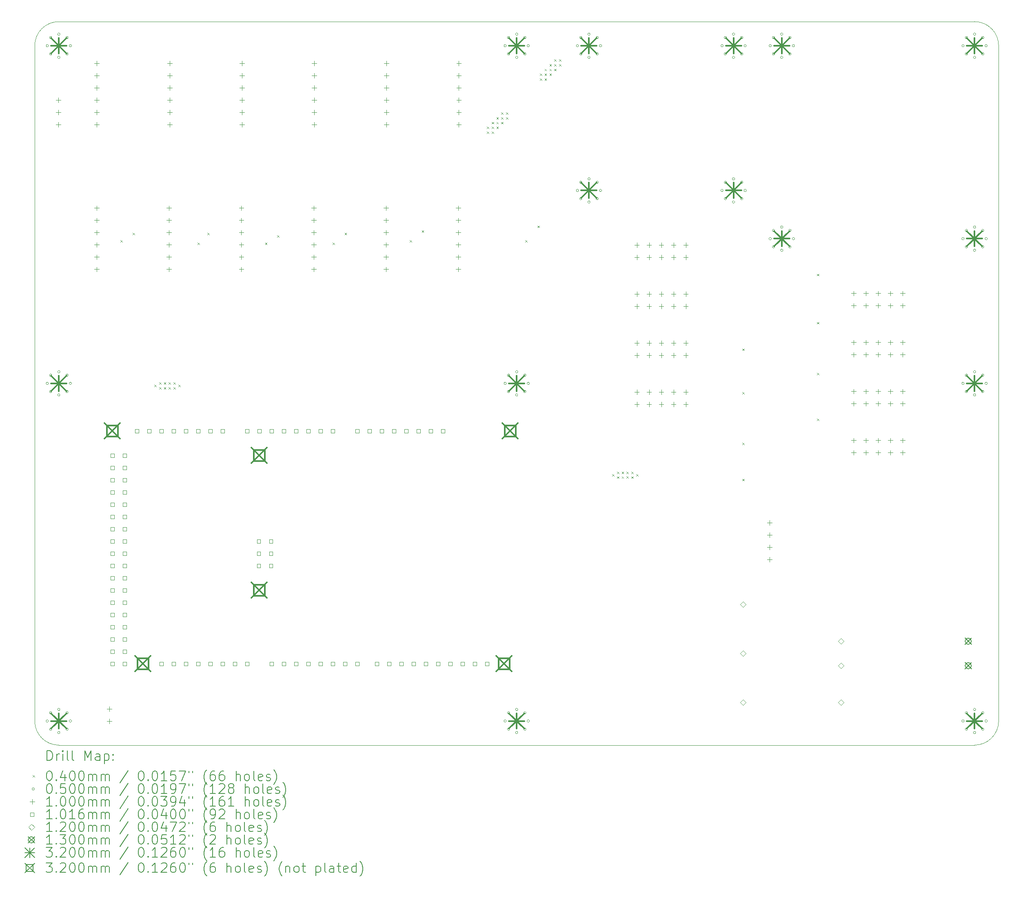
<source format=gbr>
%TF.GenerationSoftware,KiCad,Pcbnew,7.0.7*%
%TF.CreationDate,2024-02-22T12:48:15+00:00*%
%TF.ProjectId,baseBoard_rev0,62617365-426f-4617-9264-5f726576302e,rev?*%
%TF.SameCoordinates,Original*%
%TF.FileFunction,Drillmap*%
%TF.FilePolarity,Positive*%
%FSLAX45Y45*%
G04 Gerber Fmt 4.5, Leading zero omitted, Abs format (unit mm)*
G04 Created by KiCad (PCBNEW 7.0.7) date 2024-02-22 12:48:15*
%MOMM*%
%LPD*%
G01*
G04 APERTURE LIST*
%ADD10C,0.100000*%
%ADD11C,0.200000*%
%ADD12C,0.040000*%
%ADD13C,0.050000*%
%ADD14C,0.101600*%
%ADD15C,0.120000*%
%ADD16C,0.130000*%
%ADD17C,0.320000*%
G04 APERTURE END LIST*
D10*
X19500000Y-15000000D02*
G75*
G03*
X20000000Y-14500000I0J500000D01*
G01*
X20000000Y-500000D02*
G75*
G03*
X19500000Y0I-500000J0D01*
G01*
X20000000Y-500000D02*
X20000000Y-14500000D01*
X0Y-14500000D02*
X0Y-500000D01*
X19500000Y-15000000D02*
X500000Y-15000000D01*
X500000Y0D02*
X19500000Y0D01*
X500000Y0D02*
G75*
G03*
X0Y-500000I0J-500000D01*
G01*
X0Y-14500000D02*
G75*
G03*
X500000Y-15000000I500000J0D01*
G01*
D11*
D12*
X1780000Y-4530000D02*
X1820000Y-4570000D01*
X1820000Y-4530000D02*
X1780000Y-4570000D01*
X2030000Y-4380000D02*
X2070000Y-4420000D01*
X2070000Y-4380000D02*
X2030000Y-4420000D01*
X2480000Y-7530000D02*
X2520000Y-7570000D01*
X2520000Y-7530000D02*
X2480000Y-7570000D01*
X2580000Y-7480000D02*
X2620000Y-7520000D01*
X2620000Y-7480000D02*
X2580000Y-7520000D01*
X2580000Y-7580000D02*
X2620000Y-7620000D01*
X2620000Y-7580000D02*
X2580000Y-7620000D01*
X2680000Y-7480000D02*
X2720000Y-7520000D01*
X2720000Y-7480000D02*
X2680000Y-7520000D01*
X2680000Y-7580000D02*
X2720000Y-7620000D01*
X2720000Y-7580000D02*
X2680000Y-7620000D01*
X2780000Y-7480000D02*
X2820000Y-7520000D01*
X2820000Y-7480000D02*
X2780000Y-7520000D01*
X2780000Y-7580000D02*
X2820000Y-7620000D01*
X2820000Y-7580000D02*
X2780000Y-7620000D01*
X2880000Y-7480000D02*
X2920000Y-7520000D01*
X2920000Y-7480000D02*
X2880000Y-7520000D01*
X2880000Y-7580000D02*
X2920000Y-7620000D01*
X2920000Y-7580000D02*
X2880000Y-7620000D01*
X2980000Y-7530000D02*
X3020000Y-7570000D01*
X3020000Y-7530000D02*
X2980000Y-7570000D01*
X3380000Y-4580000D02*
X3420000Y-4620000D01*
X3420000Y-4580000D02*
X3380000Y-4620000D01*
X3580000Y-4380000D02*
X3620000Y-4420000D01*
X3620000Y-4380000D02*
X3580000Y-4420000D01*
X4780000Y-4580000D02*
X4820000Y-4620000D01*
X4820000Y-4580000D02*
X4780000Y-4620000D01*
X5030000Y-4430000D02*
X5070000Y-4470000D01*
X5070000Y-4430000D02*
X5030000Y-4470000D01*
X6180000Y-4580000D02*
X6220000Y-4620000D01*
X6220000Y-4580000D02*
X6180000Y-4620000D01*
X6430000Y-4380000D02*
X6470000Y-4420000D01*
X6470000Y-4380000D02*
X6430000Y-4420000D01*
X7780000Y-4530000D02*
X7820000Y-4570000D01*
X7820000Y-4530000D02*
X7780000Y-4570000D01*
X8030000Y-4330000D02*
X8070000Y-4370000D01*
X8070000Y-4330000D02*
X8030000Y-4370000D01*
X9380000Y-2180000D02*
X9420000Y-2220000D01*
X9420000Y-2180000D02*
X9380000Y-2220000D01*
X9380000Y-2280000D02*
X9420000Y-2320000D01*
X9420000Y-2280000D02*
X9380000Y-2320000D01*
X9480000Y-2080000D02*
X9520000Y-2120000D01*
X9520000Y-2080000D02*
X9480000Y-2120000D01*
X9480000Y-2180000D02*
X9520000Y-2220000D01*
X9520000Y-2180000D02*
X9480000Y-2220000D01*
X9480000Y-2280000D02*
X9520000Y-2320000D01*
X9520000Y-2280000D02*
X9480000Y-2320000D01*
X9580000Y-1980000D02*
X9620000Y-2020000D01*
X9620000Y-1980000D02*
X9580000Y-2020000D01*
X9580000Y-2080000D02*
X9620000Y-2120000D01*
X9620000Y-2080000D02*
X9580000Y-2120000D01*
X9580000Y-2180000D02*
X9620000Y-2220000D01*
X9620000Y-2180000D02*
X9580000Y-2220000D01*
X9680000Y-1880000D02*
X9720000Y-1920000D01*
X9720000Y-1880000D02*
X9680000Y-1920000D01*
X9680000Y-1980000D02*
X9720000Y-2020000D01*
X9720000Y-1980000D02*
X9680000Y-2020000D01*
X9680000Y-2080000D02*
X9720000Y-2120000D01*
X9720000Y-2080000D02*
X9680000Y-2120000D01*
X9780000Y-1880000D02*
X9820000Y-1920000D01*
X9820000Y-1880000D02*
X9780000Y-1920000D01*
X9780000Y-1980000D02*
X9820000Y-2020000D01*
X9820000Y-1980000D02*
X9780000Y-2020000D01*
X10180000Y-4530000D02*
X10220000Y-4570000D01*
X10220000Y-4530000D02*
X10180000Y-4570000D01*
X10430000Y-4230000D02*
X10470000Y-4270000D01*
X10470000Y-4230000D02*
X10430000Y-4270000D01*
X10480000Y-1080000D02*
X10520000Y-1120000D01*
X10520000Y-1080000D02*
X10480000Y-1120000D01*
X10480000Y-1180000D02*
X10520000Y-1220000D01*
X10520000Y-1180000D02*
X10480000Y-1220000D01*
X10580000Y-980000D02*
X10620000Y-1020000D01*
X10620000Y-980000D02*
X10580000Y-1020000D01*
X10580000Y-1080000D02*
X10620000Y-1120000D01*
X10620000Y-1080000D02*
X10580000Y-1120000D01*
X10580000Y-1180000D02*
X10620000Y-1220000D01*
X10620000Y-1180000D02*
X10580000Y-1220000D01*
X10680000Y-880000D02*
X10720000Y-920000D01*
X10720000Y-880000D02*
X10680000Y-920000D01*
X10680000Y-980000D02*
X10720000Y-1020000D01*
X10720000Y-980000D02*
X10680000Y-1020000D01*
X10680000Y-1080000D02*
X10720000Y-1120000D01*
X10720000Y-1080000D02*
X10680000Y-1120000D01*
X10780000Y-780000D02*
X10820000Y-820000D01*
X10820000Y-780000D02*
X10780000Y-820000D01*
X10780000Y-880000D02*
X10820000Y-920000D01*
X10820000Y-880000D02*
X10780000Y-920000D01*
X10780000Y-980000D02*
X10820000Y-1020000D01*
X10820000Y-980000D02*
X10780000Y-1020000D01*
X10880000Y-780000D02*
X10920000Y-820000D01*
X10920000Y-780000D02*
X10880000Y-820000D01*
X10880000Y-880000D02*
X10920000Y-920000D01*
X10920000Y-880000D02*
X10880000Y-920000D01*
X11980000Y-9380000D02*
X12020000Y-9420000D01*
X12020000Y-9380000D02*
X11980000Y-9420000D01*
X12080000Y-9330000D02*
X12120000Y-9370000D01*
X12120000Y-9330000D02*
X12080000Y-9370000D01*
X12080000Y-9430000D02*
X12120000Y-9470000D01*
X12120000Y-9430000D02*
X12080000Y-9470000D01*
X12180000Y-9330000D02*
X12220000Y-9370000D01*
X12220000Y-9330000D02*
X12180000Y-9370000D01*
X12180000Y-9430000D02*
X12220000Y-9470000D01*
X12220000Y-9430000D02*
X12180000Y-9470000D01*
X12279619Y-9427674D02*
X12319619Y-9467674D01*
X12319619Y-9427674D02*
X12279619Y-9467674D01*
X12280000Y-9330000D02*
X12320000Y-9370000D01*
X12320000Y-9330000D02*
X12280000Y-9370000D01*
X12380000Y-9330000D02*
X12420000Y-9370000D01*
X12420000Y-9330000D02*
X12380000Y-9370000D01*
X12380000Y-9430000D02*
X12420000Y-9470000D01*
X12420000Y-9430000D02*
X12380000Y-9470000D01*
X12480000Y-9380000D02*
X12520000Y-9420000D01*
X12520000Y-9380000D02*
X12480000Y-9420000D01*
X14680000Y-6780000D02*
X14720000Y-6820000D01*
X14720000Y-6780000D02*
X14680000Y-6820000D01*
X14680000Y-7680000D02*
X14720000Y-7720000D01*
X14720000Y-7680000D02*
X14680000Y-7720000D01*
X14680000Y-8730000D02*
X14720000Y-8770000D01*
X14720000Y-8730000D02*
X14680000Y-8770000D01*
X14680000Y-9480000D02*
X14720000Y-9520000D01*
X14720000Y-9480000D02*
X14680000Y-9520000D01*
X16230000Y-5230000D02*
X16270000Y-5270000D01*
X16270000Y-5230000D02*
X16230000Y-5270000D01*
X16230000Y-6230000D02*
X16270000Y-6270000D01*
X16270000Y-6230000D02*
X16230000Y-6270000D01*
X16230000Y-7280000D02*
X16270000Y-7320000D01*
X16270000Y-7280000D02*
X16230000Y-7320000D01*
X16230000Y-8230000D02*
X16270000Y-8270000D01*
X16270000Y-8230000D02*
X16230000Y-8270000D01*
D13*
X285000Y-500000D02*
G75*
G03*
X285000Y-500000I-25000J0D01*
G01*
X285000Y-7500000D02*
G75*
G03*
X285000Y-7500000I-25000J0D01*
G01*
X285000Y-14500000D02*
G75*
G03*
X285000Y-14500000I-25000J0D01*
G01*
X355294Y-330294D02*
G75*
G03*
X355294Y-330294I-25000J0D01*
G01*
X355294Y-669706D02*
G75*
G03*
X355294Y-669706I-25000J0D01*
G01*
X355294Y-7330294D02*
G75*
G03*
X355294Y-7330294I-25000J0D01*
G01*
X355294Y-7669706D02*
G75*
G03*
X355294Y-7669706I-25000J0D01*
G01*
X355294Y-14330294D02*
G75*
G03*
X355294Y-14330294I-25000J0D01*
G01*
X355294Y-14669706D02*
G75*
G03*
X355294Y-14669706I-25000J0D01*
G01*
X525000Y-260000D02*
G75*
G03*
X525000Y-260000I-25000J0D01*
G01*
X525000Y-740000D02*
G75*
G03*
X525000Y-740000I-25000J0D01*
G01*
X525000Y-7260000D02*
G75*
G03*
X525000Y-7260000I-25000J0D01*
G01*
X525000Y-7740000D02*
G75*
G03*
X525000Y-7740000I-25000J0D01*
G01*
X525000Y-14260000D02*
G75*
G03*
X525000Y-14260000I-25000J0D01*
G01*
X525000Y-14740000D02*
G75*
G03*
X525000Y-14740000I-25000J0D01*
G01*
X694706Y-330294D02*
G75*
G03*
X694706Y-330294I-25000J0D01*
G01*
X694706Y-669706D02*
G75*
G03*
X694706Y-669706I-25000J0D01*
G01*
X694706Y-7330294D02*
G75*
G03*
X694706Y-7330294I-25000J0D01*
G01*
X694706Y-7669706D02*
G75*
G03*
X694706Y-7669706I-25000J0D01*
G01*
X694706Y-14330294D02*
G75*
G03*
X694706Y-14330294I-25000J0D01*
G01*
X694706Y-14669706D02*
G75*
G03*
X694706Y-14669706I-25000J0D01*
G01*
X765000Y-500000D02*
G75*
G03*
X765000Y-500000I-25000J0D01*
G01*
X765000Y-7500000D02*
G75*
G03*
X765000Y-7500000I-25000J0D01*
G01*
X765000Y-14500000D02*
G75*
G03*
X765000Y-14500000I-25000J0D01*
G01*
X9785000Y-500000D02*
G75*
G03*
X9785000Y-500000I-25000J0D01*
G01*
X9785000Y-7500000D02*
G75*
G03*
X9785000Y-7500000I-25000J0D01*
G01*
X9785000Y-14500000D02*
G75*
G03*
X9785000Y-14500000I-25000J0D01*
G01*
X9855294Y-330294D02*
G75*
G03*
X9855294Y-330294I-25000J0D01*
G01*
X9855294Y-669706D02*
G75*
G03*
X9855294Y-669706I-25000J0D01*
G01*
X9855294Y-7330294D02*
G75*
G03*
X9855294Y-7330294I-25000J0D01*
G01*
X9855294Y-7669706D02*
G75*
G03*
X9855294Y-7669706I-25000J0D01*
G01*
X9855294Y-14330294D02*
G75*
G03*
X9855294Y-14330294I-25000J0D01*
G01*
X9855294Y-14669706D02*
G75*
G03*
X9855294Y-14669706I-25000J0D01*
G01*
X10025000Y-260000D02*
G75*
G03*
X10025000Y-260000I-25000J0D01*
G01*
X10025000Y-740000D02*
G75*
G03*
X10025000Y-740000I-25000J0D01*
G01*
X10025000Y-7260000D02*
G75*
G03*
X10025000Y-7260000I-25000J0D01*
G01*
X10025000Y-7740000D02*
G75*
G03*
X10025000Y-7740000I-25000J0D01*
G01*
X10025000Y-14260000D02*
G75*
G03*
X10025000Y-14260000I-25000J0D01*
G01*
X10025000Y-14740000D02*
G75*
G03*
X10025000Y-14740000I-25000J0D01*
G01*
X10194706Y-330294D02*
G75*
G03*
X10194706Y-330294I-25000J0D01*
G01*
X10194706Y-669706D02*
G75*
G03*
X10194706Y-669706I-25000J0D01*
G01*
X10194706Y-7330294D02*
G75*
G03*
X10194706Y-7330294I-25000J0D01*
G01*
X10194706Y-7669706D02*
G75*
G03*
X10194706Y-7669706I-25000J0D01*
G01*
X10194706Y-14330294D02*
G75*
G03*
X10194706Y-14330294I-25000J0D01*
G01*
X10194706Y-14669706D02*
G75*
G03*
X10194706Y-14669706I-25000J0D01*
G01*
X10265000Y-500000D02*
G75*
G03*
X10265000Y-500000I-25000J0D01*
G01*
X10265000Y-7500000D02*
G75*
G03*
X10265000Y-7500000I-25000J0D01*
G01*
X10265000Y-14500000D02*
G75*
G03*
X10265000Y-14500000I-25000J0D01*
G01*
X11285000Y-500000D02*
G75*
G03*
X11285000Y-500000I-25000J0D01*
G01*
X11285000Y-3500000D02*
G75*
G03*
X11285000Y-3500000I-25000J0D01*
G01*
X11355294Y-330294D02*
G75*
G03*
X11355294Y-330294I-25000J0D01*
G01*
X11355294Y-669706D02*
G75*
G03*
X11355294Y-669706I-25000J0D01*
G01*
X11355294Y-3330294D02*
G75*
G03*
X11355294Y-3330294I-25000J0D01*
G01*
X11355294Y-3669706D02*
G75*
G03*
X11355294Y-3669706I-25000J0D01*
G01*
X11525000Y-260000D02*
G75*
G03*
X11525000Y-260000I-25000J0D01*
G01*
X11525000Y-740000D02*
G75*
G03*
X11525000Y-740000I-25000J0D01*
G01*
X11525000Y-3260000D02*
G75*
G03*
X11525000Y-3260000I-25000J0D01*
G01*
X11525000Y-3740000D02*
G75*
G03*
X11525000Y-3740000I-25000J0D01*
G01*
X11694706Y-330294D02*
G75*
G03*
X11694706Y-330294I-25000J0D01*
G01*
X11694706Y-669706D02*
G75*
G03*
X11694706Y-669706I-25000J0D01*
G01*
X11694706Y-3330294D02*
G75*
G03*
X11694706Y-3330294I-25000J0D01*
G01*
X11694706Y-3669706D02*
G75*
G03*
X11694706Y-3669706I-25000J0D01*
G01*
X11765000Y-500000D02*
G75*
G03*
X11765000Y-500000I-25000J0D01*
G01*
X11765000Y-3500000D02*
G75*
G03*
X11765000Y-3500000I-25000J0D01*
G01*
X14285000Y-500000D02*
G75*
G03*
X14285000Y-500000I-25000J0D01*
G01*
X14285000Y-3500000D02*
G75*
G03*
X14285000Y-3500000I-25000J0D01*
G01*
X14355294Y-330294D02*
G75*
G03*
X14355294Y-330294I-25000J0D01*
G01*
X14355294Y-669706D02*
G75*
G03*
X14355294Y-669706I-25000J0D01*
G01*
X14355294Y-3330294D02*
G75*
G03*
X14355294Y-3330294I-25000J0D01*
G01*
X14355294Y-3669706D02*
G75*
G03*
X14355294Y-3669706I-25000J0D01*
G01*
X14525000Y-260000D02*
G75*
G03*
X14525000Y-260000I-25000J0D01*
G01*
X14525000Y-740000D02*
G75*
G03*
X14525000Y-740000I-25000J0D01*
G01*
X14525000Y-3260000D02*
G75*
G03*
X14525000Y-3260000I-25000J0D01*
G01*
X14525000Y-3740000D02*
G75*
G03*
X14525000Y-3740000I-25000J0D01*
G01*
X14694706Y-330294D02*
G75*
G03*
X14694706Y-330294I-25000J0D01*
G01*
X14694706Y-669706D02*
G75*
G03*
X14694706Y-669706I-25000J0D01*
G01*
X14694706Y-3330294D02*
G75*
G03*
X14694706Y-3330294I-25000J0D01*
G01*
X14694706Y-3669706D02*
G75*
G03*
X14694706Y-3669706I-25000J0D01*
G01*
X14765000Y-500000D02*
G75*
G03*
X14765000Y-500000I-25000J0D01*
G01*
X14765000Y-3500000D02*
G75*
G03*
X14765000Y-3500000I-25000J0D01*
G01*
X15285000Y-500000D02*
G75*
G03*
X15285000Y-500000I-25000J0D01*
G01*
X15285000Y-4500000D02*
G75*
G03*
X15285000Y-4500000I-25000J0D01*
G01*
X15355294Y-330294D02*
G75*
G03*
X15355294Y-330294I-25000J0D01*
G01*
X15355294Y-669706D02*
G75*
G03*
X15355294Y-669706I-25000J0D01*
G01*
X15355294Y-4330294D02*
G75*
G03*
X15355294Y-4330294I-25000J0D01*
G01*
X15355294Y-4669706D02*
G75*
G03*
X15355294Y-4669706I-25000J0D01*
G01*
X15525000Y-260000D02*
G75*
G03*
X15525000Y-260000I-25000J0D01*
G01*
X15525000Y-740000D02*
G75*
G03*
X15525000Y-740000I-25000J0D01*
G01*
X15525000Y-4260000D02*
G75*
G03*
X15525000Y-4260000I-25000J0D01*
G01*
X15525000Y-4740000D02*
G75*
G03*
X15525000Y-4740000I-25000J0D01*
G01*
X15694706Y-330294D02*
G75*
G03*
X15694706Y-330294I-25000J0D01*
G01*
X15694706Y-669706D02*
G75*
G03*
X15694706Y-669706I-25000J0D01*
G01*
X15694706Y-4330294D02*
G75*
G03*
X15694706Y-4330294I-25000J0D01*
G01*
X15694706Y-4669706D02*
G75*
G03*
X15694706Y-4669706I-25000J0D01*
G01*
X15765000Y-500000D02*
G75*
G03*
X15765000Y-500000I-25000J0D01*
G01*
X15765000Y-4500000D02*
G75*
G03*
X15765000Y-4500000I-25000J0D01*
G01*
X19285000Y-500000D02*
G75*
G03*
X19285000Y-500000I-25000J0D01*
G01*
X19285000Y-4500000D02*
G75*
G03*
X19285000Y-4500000I-25000J0D01*
G01*
X19285000Y-7500000D02*
G75*
G03*
X19285000Y-7500000I-25000J0D01*
G01*
X19285000Y-14500000D02*
G75*
G03*
X19285000Y-14500000I-25000J0D01*
G01*
X19355294Y-330294D02*
G75*
G03*
X19355294Y-330294I-25000J0D01*
G01*
X19355294Y-669706D02*
G75*
G03*
X19355294Y-669706I-25000J0D01*
G01*
X19355294Y-4330294D02*
G75*
G03*
X19355294Y-4330294I-25000J0D01*
G01*
X19355294Y-4669706D02*
G75*
G03*
X19355294Y-4669706I-25000J0D01*
G01*
X19355294Y-7330294D02*
G75*
G03*
X19355294Y-7330294I-25000J0D01*
G01*
X19355294Y-7669706D02*
G75*
G03*
X19355294Y-7669706I-25000J0D01*
G01*
X19355294Y-14330294D02*
G75*
G03*
X19355294Y-14330294I-25000J0D01*
G01*
X19355294Y-14669706D02*
G75*
G03*
X19355294Y-14669706I-25000J0D01*
G01*
X19525000Y-260000D02*
G75*
G03*
X19525000Y-260000I-25000J0D01*
G01*
X19525000Y-740000D02*
G75*
G03*
X19525000Y-740000I-25000J0D01*
G01*
X19525000Y-4260000D02*
G75*
G03*
X19525000Y-4260000I-25000J0D01*
G01*
X19525000Y-4740000D02*
G75*
G03*
X19525000Y-4740000I-25000J0D01*
G01*
X19525000Y-7260000D02*
G75*
G03*
X19525000Y-7260000I-25000J0D01*
G01*
X19525000Y-7740000D02*
G75*
G03*
X19525000Y-7740000I-25000J0D01*
G01*
X19525000Y-14260000D02*
G75*
G03*
X19525000Y-14260000I-25000J0D01*
G01*
X19525000Y-14740000D02*
G75*
G03*
X19525000Y-14740000I-25000J0D01*
G01*
X19694706Y-330294D02*
G75*
G03*
X19694706Y-330294I-25000J0D01*
G01*
X19694706Y-669706D02*
G75*
G03*
X19694706Y-669706I-25000J0D01*
G01*
X19694706Y-4330294D02*
G75*
G03*
X19694706Y-4330294I-25000J0D01*
G01*
X19694706Y-4669706D02*
G75*
G03*
X19694706Y-4669706I-25000J0D01*
G01*
X19694706Y-7330294D02*
G75*
G03*
X19694706Y-7330294I-25000J0D01*
G01*
X19694706Y-7669706D02*
G75*
G03*
X19694706Y-7669706I-25000J0D01*
G01*
X19694706Y-14330294D02*
G75*
G03*
X19694706Y-14330294I-25000J0D01*
G01*
X19694706Y-14669706D02*
G75*
G03*
X19694706Y-14669706I-25000J0D01*
G01*
X19765000Y-500000D02*
G75*
G03*
X19765000Y-500000I-25000J0D01*
G01*
X19765000Y-4500000D02*
G75*
G03*
X19765000Y-4500000I-25000J0D01*
G01*
X19765000Y-7500000D02*
G75*
G03*
X19765000Y-7500000I-25000J0D01*
G01*
X19765000Y-14500000D02*
G75*
G03*
X19765000Y-14500000I-25000J0D01*
G01*
D10*
X487000Y-1577000D02*
X487000Y-1677000D01*
X437000Y-1627000D02*
X537000Y-1627000D01*
X487000Y-1831000D02*
X487000Y-1931000D01*
X437000Y-1881000D02*
X537000Y-1881000D01*
X487000Y-2085000D02*
X487000Y-2185000D01*
X437000Y-2135000D02*
X537000Y-2135000D01*
X1287000Y-815000D02*
X1287000Y-915000D01*
X1237000Y-865000D02*
X1337000Y-865000D01*
X1287000Y-1069000D02*
X1287000Y-1169000D01*
X1237000Y-1119000D02*
X1337000Y-1119000D01*
X1287000Y-1323000D02*
X1287000Y-1423000D01*
X1237000Y-1373000D02*
X1337000Y-1373000D01*
X1287000Y-1577000D02*
X1287000Y-1677000D01*
X1237000Y-1627000D02*
X1337000Y-1627000D01*
X1287000Y-1831000D02*
X1287000Y-1931000D01*
X1237000Y-1881000D02*
X1337000Y-1881000D01*
X1287000Y-2085000D02*
X1287000Y-2185000D01*
X1237000Y-2135000D02*
X1337000Y-2135000D01*
X1287000Y-3815000D02*
X1287000Y-3915000D01*
X1237000Y-3865000D02*
X1337000Y-3865000D01*
X1287000Y-4069000D02*
X1287000Y-4169000D01*
X1237000Y-4119000D02*
X1337000Y-4119000D01*
X1287000Y-4323000D02*
X1287000Y-4423000D01*
X1237000Y-4373000D02*
X1337000Y-4373000D01*
X1287000Y-4577000D02*
X1287000Y-4677000D01*
X1237000Y-4627000D02*
X1337000Y-4627000D01*
X1287000Y-4831000D02*
X1287000Y-4931000D01*
X1237000Y-4881000D02*
X1337000Y-4881000D01*
X1287000Y-5085000D02*
X1287000Y-5185000D01*
X1237000Y-5135000D02*
X1337000Y-5135000D01*
X1550000Y-14200000D02*
X1550000Y-14300000D01*
X1500000Y-14250000D02*
X1600000Y-14250000D01*
X1550000Y-14454000D02*
X1550000Y-14554000D01*
X1500000Y-14504000D02*
X1600000Y-14504000D01*
X2787000Y-3815000D02*
X2787000Y-3915000D01*
X2737000Y-3865000D02*
X2837000Y-3865000D01*
X2787000Y-4069000D02*
X2787000Y-4169000D01*
X2737000Y-4119000D02*
X2837000Y-4119000D01*
X2787000Y-4323000D02*
X2787000Y-4423000D01*
X2737000Y-4373000D02*
X2837000Y-4373000D01*
X2787000Y-4577000D02*
X2787000Y-4677000D01*
X2737000Y-4627000D02*
X2837000Y-4627000D01*
X2787000Y-4831000D02*
X2787000Y-4931000D01*
X2737000Y-4881000D02*
X2837000Y-4881000D01*
X2787000Y-5085000D02*
X2787000Y-5185000D01*
X2737000Y-5135000D02*
X2837000Y-5135000D01*
X2800000Y-815000D02*
X2800000Y-915000D01*
X2750000Y-865000D02*
X2850000Y-865000D01*
X2800000Y-1069000D02*
X2800000Y-1169000D01*
X2750000Y-1119000D02*
X2850000Y-1119000D01*
X2800000Y-1323000D02*
X2800000Y-1423000D01*
X2750000Y-1373000D02*
X2850000Y-1373000D01*
X2800000Y-1577000D02*
X2800000Y-1677000D01*
X2750000Y-1627000D02*
X2850000Y-1627000D01*
X2800000Y-1831000D02*
X2800000Y-1931000D01*
X2750000Y-1881000D02*
X2850000Y-1881000D01*
X2800000Y-2085000D02*
X2800000Y-2185000D01*
X2750000Y-2135000D02*
X2850000Y-2135000D01*
X4287000Y-3815000D02*
X4287000Y-3915000D01*
X4237000Y-3865000D02*
X4337000Y-3865000D01*
X4287000Y-4069000D02*
X4287000Y-4169000D01*
X4237000Y-4119000D02*
X4337000Y-4119000D01*
X4287000Y-4323000D02*
X4287000Y-4423000D01*
X4237000Y-4373000D02*
X4337000Y-4373000D01*
X4287000Y-4577000D02*
X4287000Y-4677000D01*
X4237000Y-4627000D02*
X4337000Y-4627000D01*
X4287000Y-4831000D02*
X4287000Y-4931000D01*
X4237000Y-4881000D02*
X4337000Y-4881000D01*
X4287000Y-5085000D02*
X4287000Y-5185000D01*
X4237000Y-5135000D02*
X4337000Y-5135000D01*
X4300000Y-815000D02*
X4300000Y-915000D01*
X4250000Y-865000D02*
X4350000Y-865000D01*
X4300000Y-1069000D02*
X4300000Y-1169000D01*
X4250000Y-1119000D02*
X4350000Y-1119000D01*
X4300000Y-1323000D02*
X4300000Y-1423000D01*
X4250000Y-1373000D02*
X4350000Y-1373000D01*
X4300000Y-1577000D02*
X4300000Y-1677000D01*
X4250000Y-1627000D02*
X4350000Y-1627000D01*
X4300000Y-1831000D02*
X4300000Y-1931000D01*
X4250000Y-1881000D02*
X4350000Y-1881000D01*
X4300000Y-2085000D02*
X4300000Y-2185000D01*
X4250000Y-2135000D02*
X4350000Y-2135000D01*
X5787000Y-3815000D02*
X5787000Y-3915000D01*
X5737000Y-3865000D02*
X5837000Y-3865000D01*
X5787000Y-4069000D02*
X5787000Y-4169000D01*
X5737000Y-4119000D02*
X5837000Y-4119000D01*
X5787000Y-4323000D02*
X5787000Y-4423000D01*
X5737000Y-4373000D02*
X5837000Y-4373000D01*
X5787000Y-4577000D02*
X5787000Y-4677000D01*
X5737000Y-4627000D02*
X5837000Y-4627000D01*
X5787000Y-4831000D02*
X5787000Y-4931000D01*
X5737000Y-4881000D02*
X5837000Y-4881000D01*
X5787000Y-5085000D02*
X5787000Y-5185000D01*
X5737000Y-5135000D02*
X5837000Y-5135000D01*
X5800000Y-815000D02*
X5800000Y-915000D01*
X5750000Y-865000D02*
X5850000Y-865000D01*
X5800000Y-1069000D02*
X5800000Y-1169000D01*
X5750000Y-1119000D02*
X5850000Y-1119000D01*
X5800000Y-1323000D02*
X5800000Y-1423000D01*
X5750000Y-1373000D02*
X5850000Y-1373000D01*
X5800000Y-1577000D02*
X5800000Y-1677000D01*
X5750000Y-1627000D02*
X5850000Y-1627000D01*
X5800000Y-1831000D02*
X5800000Y-1931000D01*
X5750000Y-1881000D02*
X5850000Y-1881000D01*
X5800000Y-2085000D02*
X5800000Y-2185000D01*
X5750000Y-2135000D02*
X5850000Y-2135000D01*
X7287000Y-3815000D02*
X7287000Y-3915000D01*
X7237000Y-3865000D02*
X7337000Y-3865000D01*
X7287000Y-4069000D02*
X7287000Y-4169000D01*
X7237000Y-4119000D02*
X7337000Y-4119000D01*
X7287000Y-4323000D02*
X7287000Y-4423000D01*
X7237000Y-4373000D02*
X7337000Y-4373000D01*
X7287000Y-4577000D02*
X7287000Y-4677000D01*
X7237000Y-4627000D02*
X7337000Y-4627000D01*
X7287000Y-4831000D02*
X7287000Y-4931000D01*
X7237000Y-4881000D02*
X7337000Y-4881000D01*
X7287000Y-5085000D02*
X7287000Y-5185000D01*
X7237000Y-5135000D02*
X7337000Y-5135000D01*
X7300000Y-815000D02*
X7300000Y-915000D01*
X7250000Y-865000D02*
X7350000Y-865000D01*
X7300000Y-1069000D02*
X7300000Y-1169000D01*
X7250000Y-1119000D02*
X7350000Y-1119000D01*
X7300000Y-1323000D02*
X7300000Y-1423000D01*
X7250000Y-1373000D02*
X7350000Y-1373000D01*
X7300000Y-1577000D02*
X7300000Y-1677000D01*
X7250000Y-1627000D02*
X7350000Y-1627000D01*
X7300000Y-1831000D02*
X7300000Y-1931000D01*
X7250000Y-1881000D02*
X7350000Y-1881000D01*
X7300000Y-2085000D02*
X7300000Y-2185000D01*
X7250000Y-2135000D02*
X7350000Y-2135000D01*
X8787000Y-3815000D02*
X8787000Y-3915000D01*
X8737000Y-3865000D02*
X8837000Y-3865000D01*
X8787000Y-4069000D02*
X8787000Y-4169000D01*
X8737000Y-4119000D02*
X8837000Y-4119000D01*
X8787000Y-4323000D02*
X8787000Y-4423000D01*
X8737000Y-4373000D02*
X8837000Y-4373000D01*
X8787000Y-4577000D02*
X8787000Y-4677000D01*
X8737000Y-4627000D02*
X8837000Y-4627000D01*
X8787000Y-4831000D02*
X8787000Y-4931000D01*
X8737000Y-4881000D02*
X8837000Y-4881000D01*
X8787000Y-5085000D02*
X8787000Y-5185000D01*
X8737000Y-5135000D02*
X8837000Y-5135000D01*
X8800000Y-815000D02*
X8800000Y-915000D01*
X8750000Y-865000D02*
X8850000Y-865000D01*
X8800000Y-1069000D02*
X8800000Y-1169000D01*
X8750000Y-1119000D02*
X8850000Y-1119000D01*
X8800000Y-1323000D02*
X8800000Y-1423000D01*
X8750000Y-1373000D02*
X8850000Y-1373000D01*
X8800000Y-1577000D02*
X8800000Y-1677000D01*
X8750000Y-1627000D02*
X8850000Y-1627000D01*
X8800000Y-1831000D02*
X8800000Y-1931000D01*
X8750000Y-1881000D02*
X8850000Y-1881000D01*
X8800000Y-2085000D02*
X8800000Y-2185000D01*
X8750000Y-2135000D02*
X8850000Y-2135000D01*
X12492000Y-4585000D02*
X12492000Y-4685000D01*
X12442000Y-4635000D02*
X12542000Y-4635000D01*
X12492000Y-4839000D02*
X12492000Y-4939000D01*
X12442000Y-4889000D02*
X12542000Y-4889000D01*
X12492000Y-5601000D02*
X12492000Y-5701000D01*
X12442000Y-5651000D02*
X12542000Y-5651000D01*
X12492000Y-5855000D02*
X12492000Y-5955000D01*
X12442000Y-5905000D02*
X12542000Y-5905000D01*
X12492000Y-6617000D02*
X12492000Y-6717000D01*
X12442000Y-6667000D02*
X12542000Y-6667000D01*
X12492000Y-6871000D02*
X12492000Y-6971000D01*
X12442000Y-6921000D02*
X12542000Y-6921000D01*
X12492000Y-7633000D02*
X12492000Y-7733000D01*
X12442000Y-7683000D02*
X12542000Y-7683000D01*
X12492000Y-7887000D02*
X12492000Y-7987000D01*
X12442000Y-7937000D02*
X12542000Y-7937000D01*
X12746000Y-4585000D02*
X12746000Y-4685000D01*
X12696000Y-4635000D02*
X12796000Y-4635000D01*
X12746000Y-4839000D02*
X12746000Y-4939000D01*
X12696000Y-4889000D02*
X12796000Y-4889000D01*
X12746000Y-5601000D02*
X12746000Y-5701000D01*
X12696000Y-5651000D02*
X12796000Y-5651000D01*
X12746000Y-5855000D02*
X12746000Y-5955000D01*
X12696000Y-5905000D02*
X12796000Y-5905000D01*
X12746000Y-6617000D02*
X12746000Y-6717000D01*
X12696000Y-6667000D02*
X12796000Y-6667000D01*
X12746000Y-6871000D02*
X12746000Y-6971000D01*
X12696000Y-6921000D02*
X12796000Y-6921000D01*
X12746000Y-7633000D02*
X12746000Y-7733000D01*
X12696000Y-7683000D02*
X12796000Y-7683000D01*
X12746000Y-7887000D02*
X12746000Y-7987000D01*
X12696000Y-7937000D02*
X12796000Y-7937000D01*
X13000000Y-4585000D02*
X13000000Y-4685000D01*
X12950000Y-4635000D02*
X13050000Y-4635000D01*
X13000000Y-4839000D02*
X13000000Y-4939000D01*
X12950000Y-4889000D02*
X13050000Y-4889000D01*
X13000000Y-5601000D02*
X13000000Y-5701000D01*
X12950000Y-5651000D02*
X13050000Y-5651000D01*
X13000000Y-5855000D02*
X13000000Y-5955000D01*
X12950000Y-5905000D02*
X13050000Y-5905000D01*
X13000000Y-6617000D02*
X13000000Y-6717000D01*
X12950000Y-6667000D02*
X13050000Y-6667000D01*
X13000000Y-6871000D02*
X13000000Y-6971000D01*
X12950000Y-6921000D02*
X13050000Y-6921000D01*
X13000000Y-7633000D02*
X13000000Y-7733000D01*
X12950000Y-7683000D02*
X13050000Y-7683000D01*
X13000000Y-7887000D02*
X13000000Y-7987000D01*
X12950000Y-7937000D02*
X13050000Y-7937000D01*
X13254000Y-4585000D02*
X13254000Y-4685000D01*
X13204000Y-4635000D02*
X13304000Y-4635000D01*
X13254000Y-4839000D02*
X13254000Y-4939000D01*
X13204000Y-4889000D02*
X13304000Y-4889000D01*
X13254000Y-5601000D02*
X13254000Y-5701000D01*
X13204000Y-5651000D02*
X13304000Y-5651000D01*
X13254000Y-5855000D02*
X13254000Y-5955000D01*
X13204000Y-5905000D02*
X13304000Y-5905000D01*
X13254000Y-6617000D02*
X13254000Y-6717000D01*
X13204000Y-6667000D02*
X13304000Y-6667000D01*
X13254000Y-6871000D02*
X13254000Y-6971000D01*
X13204000Y-6921000D02*
X13304000Y-6921000D01*
X13254000Y-7633000D02*
X13254000Y-7733000D01*
X13204000Y-7683000D02*
X13304000Y-7683000D01*
X13254000Y-7887000D02*
X13254000Y-7987000D01*
X13204000Y-7937000D02*
X13304000Y-7937000D01*
X13508000Y-4585000D02*
X13508000Y-4685000D01*
X13458000Y-4635000D02*
X13558000Y-4635000D01*
X13508000Y-4839000D02*
X13508000Y-4939000D01*
X13458000Y-4889000D02*
X13558000Y-4889000D01*
X13508000Y-5601000D02*
X13508000Y-5701000D01*
X13458000Y-5651000D02*
X13558000Y-5651000D01*
X13508000Y-5855000D02*
X13508000Y-5955000D01*
X13458000Y-5905000D02*
X13558000Y-5905000D01*
X13508000Y-6617000D02*
X13508000Y-6717000D01*
X13458000Y-6667000D02*
X13558000Y-6667000D01*
X13508000Y-6871000D02*
X13508000Y-6971000D01*
X13458000Y-6921000D02*
X13558000Y-6921000D01*
X13508000Y-7633000D02*
X13508000Y-7733000D01*
X13458000Y-7683000D02*
X13558000Y-7683000D01*
X13508000Y-7887000D02*
X13508000Y-7987000D01*
X13458000Y-7937000D02*
X13558000Y-7937000D01*
X15250000Y-10342000D02*
X15250000Y-10442000D01*
X15200000Y-10392000D02*
X15300000Y-10392000D01*
X15250000Y-10596000D02*
X15250000Y-10696000D01*
X15200000Y-10646000D02*
X15300000Y-10646000D01*
X15250000Y-10850000D02*
X15250000Y-10950000D01*
X15200000Y-10900000D02*
X15300000Y-10900000D01*
X15250000Y-11104000D02*
X15250000Y-11204000D01*
X15200000Y-11154000D02*
X15300000Y-11154000D01*
X16992000Y-5585000D02*
X16992000Y-5685000D01*
X16942000Y-5635000D02*
X17042000Y-5635000D01*
X16992000Y-5839000D02*
X16992000Y-5939000D01*
X16942000Y-5889000D02*
X17042000Y-5889000D01*
X16992000Y-6601000D02*
X16992000Y-6701000D01*
X16942000Y-6651000D02*
X17042000Y-6651000D01*
X16992000Y-6855000D02*
X16992000Y-6955000D01*
X16942000Y-6905000D02*
X17042000Y-6905000D01*
X16992000Y-7617000D02*
X16992000Y-7717000D01*
X16942000Y-7667000D02*
X17042000Y-7667000D01*
X16992000Y-7871000D02*
X16992000Y-7971000D01*
X16942000Y-7921000D02*
X17042000Y-7921000D01*
X16992000Y-8633000D02*
X16992000Y-8733000D01*
X16942000Y-8683000D02*
X17042000Y-8683000D01*
X16992000Y-8887000D02*
X16992000Y-8987000D01*
X16942000Y-8937000D02*
X17042000Y-8937000D01*
X17246000Y-5585000D02*
X17246000Y-5685000D01*
X17196000Y-5635000D02*
X17296000Y-5635000D01*
X17246000Y-5839000D02*
X17246000Y-5939000D01*
X17196000Y-5889000D02*
X17296000Y-5889000D01*
X17246000Y-6601000D02*
X17246000Y-6701000D01*
X17196000Y-6651000D02*
X17296000Y-6651000D01*
X17246000Y-6855000D02*
X17246000Y-6955000D01*
X17196000Y-6905000D02*
X17296000Y-6905000D01*
X17246000Y-7617000D02*
X17246000Y-7717000D01*
X17196000Y-7667000D02*
X17296000Y-7667000D01*
X17246000Y-7871000D02*
X17246000Y-7971000D01*
X17196000Y-7921000D02*
X17296000Y-7921000D01*
X17246000Y-8633000D02*
X17246000Y-8733000D01*
X17196000Y-8683000D02*
X17296000Y-8683000D01*
X17246000Y-8887000D02*
X17246000Y-8987000D01*
X17196000Y-8937000D02*
X17296000Y-8937000D01*
X17500000Y-5585000D02*
X17500000Y-5685000D01*
X17450000Y-5635000D02*
X17550000Y-5635000D01*
X17500000Y-5839000D02*
X17500000Y-5939000D01*
X17450000Y-5889000D02*
X17550000Y-5889000D01*
X17500000Y-6601000D02*
X17500000Y-6701000D01*
X17450000Y-6651000D02*
X17550000Y-6651000D01*
X17500000Y-6855000D02*
X17500000Y-6955000D01*
X17450000Y-6905000D02*
X17550000Y-6905000D01*
X17500000Y-7617000D02*
X17500000Y-7717000D01*
X17450000Y-7667000D02*
X17550000Y-7667000D01*
X17500000Y-7871000D02*
X17500000Y-7971000D01*
X17450000Y-7921000D02*
X17550000Y-7921000D01*
X17500000Y-8633000D02*
X17500000Y-8733000D01*
X17450000Y-8683000D02*
X17550000Y-8683000D01*
X17500000Y-8887000D02*
X17500000Y-8987000D01*
X17450000Y-8937000D02*
X17550000Y-8937000D01*
X17754000Y-5585000D02*
X17754000Y-5685000D01*
X17704000Y-5635000D02*
X17804000Y-5635000D01*
X17754000Y-5839000D02*
X17754000Y-5939000D01*
X17704000Y-5889000D02*
X17804000Y-5889000D01*
X17754000Y-6601000D02*
X17754000Y-6701000D01*
X17704000Y-6651000D02*
X17804000Y-6651000D01*
X17754000Y-6855000D02*
X17754000Y-6955000D01*
X17704000Y-6905000D02*
X17804000Y-6905000D01*
X17754000Y-7617000D02*
X17754000Y-7717000D01*
X17704000Y-7667000D02*
X17804000Y-7667000D01*
X17754000Y-7871000D02*
X17754000Y-7971000D01*
X17704000Y-7921000D02*
X17804000Y-7921000D01*
X17754000Y-8633000D02*
X17754000Y-8733000D01*
X17704000Y-8683000D02*
X17804000Y-8683000D01*
X17754000Y-8887000D02*
X17754000Y-8987000D01*
X17704000Y-8937000D02*
X17804000Y-8937000D01*
X18008000Y-5585000D02*
X18008000Y-5685000D01*
X17958000Y-5635000D02*
X18058000Y-5635000D01*
X18008000Y-5839000D02*
X18008000Y-5939000D01*
X17958000Y-5889000D02*
X18058000Y-5889000D01*
X18008000Y-6601000D02*
X18008000Y-6701000D01*
X17958000Y-6651000D02*
X18058000Y-6651000D01*
X18008000Y-6855000D02*
X18008000Y-6955000D01*
X17958000Y-6905000D02*
X18058000Y-6905000D01*
X18008000Y-7617000D02*
X18008000Y-7717000D01*
X17958000Y-7667000D02*
X18058000Y-7667000D01*
X18008000Y-7871000D02*
X18008000Y-7971000D01*
X17958000Y-7921000D02*
X18058000Y-7921000D01*
X18008000Y-8633000D02*
X18008000Y-8733000D01*
X17958000Y-8683000D02*
X18058000Y-8683000D01*
X18008000Y-8887000D02*
X18008000Y-8987000D01*
X17958000Y-8937000D02*
X18058000Y-8937000D01*
D14*
X1646921Y-9030921D02*
X1646921Y-8959079D01*
X1575079Y-8959079D01*
X1575079Y-9030921D01*
X1646921Y-9030921D01*
X1646921Y-9284921D02*
X1646921Y-9213079D01*
X1575079Y-9213079D01*
X1575079Y-9284921D01*
X1646921Y-9284921D01*
X1646921Y-9538921D02*
X1646921Y-9467079D01*
X1575079Y-9467079D01*
X1575079Y-9538921D01*
X1646921Y-9538921D01*
X1646921Y-9792921D02*
X1646921Y-9721079D01*
X1575079Y-9721079D01*
X1575079Y-9792921D01*
X1646921Y-9792921D01*
X1646921Y-10046921D02*
X1646921Y-9975079D01*
X1575079Y-9975079D01*
X1575079Y-10046921D01*
X1646921Y-10046921D01*
X1646921Y-10300921D02*
X1646921Y-10229079D01*
X1575079Y-10229079D01*
X1575079Y-10300921D01*
X1646921Y-10300921D01*
X1646921Y-10554921D02*
X1646921Y-10483079D01*
X1575079Y-10483079D01*
X1575079Y-10554921D01*
X1646921Y-10554921D01*
X1646921Y-10808921D02*
X1646921Y-10737079D01*
X1575079Y-10737079D01*
X1575079Y-10808921D01*
X1646921Y-10808921D01*
X1646921Y-11062921D02*
X1646921Y-10991079D01*
X1575079Y-10991079D01*
X1575079Y-11062921D01*
X1646921Y-11062921D01*
X1646921Y-11316921D02*
X1646921Y-11245079D01*
X1575079Y-11245079D01*
X1575079Y-11316921D01*
X1646921Y-11316921D01*
X1646921Y-11570921D02*
X1646921Y-11499079D01*
X1575079Y-11499079D01*
X1575079Y-11570921D01*
X1646921Y-11570921D01*
X1646921Y-11824921D02*
X1646921Y-11753079D01*
X1575079Y-11753079D01*
X1575079Y-11824921D01*
X1646921Y-11824921D01*
X1646921Y-12078921D02*
X1646921Y-12007079D01*
X1575079Y-12007079D01*
X1575079Y-12078921D01*
X1646921Y-12078921D01*
X1646921Y-12332921D02*
X1646921Y-12261079D01*
X1575079Y-12261079D01*
X1575079Y-12332921D01*
X1646921Y-12332921D01*
X1646921Y-12586921D02*
X1646921Y-12515079D01*
X1575079Y-12515079D01*
X1575079Y-12586921D01*
X1646921Y-12586921D01*
X1646921Y-12840921D02*
X1646921Y-12769079D01*
X1575079Y-12769079D01*
X1575079Y-12840921D01*
X1646921Y-12840921D01*
X1646921Y-13094921D02*
X1646921Y-13023079D01*
X1575079Y-13023079D01*
X1575079Y-13094921D01*
X1646921Y-13094921D01*
X1646921Y-13348921D02*
X1646921Y-13277079D01*
X1575079Y-13277079D01*
X1575079Y-13348921D01*
X1646921Y-13348921D01*
X1900921Y-9030921D02*
X1900921Y-8959079D01*
X1829079Y-8959079D01*
X1829079Y-9030921D01*
X1900921Y-9030921D01*
X1900921Y-9284921D02*
X1900921Y-9213079D01*
X1829079Y-9213079D01*
X1829079Y-9284921D01*
X1900921Y-9284921D01*
X1900921Y-9538921D02*
X1900921Y-9467079D01*
X1829079Y-9467079D01*
X1829079Y-9538921D01*
X1900921Y-9538921D01*
X1900921Y-9792921D02*
X1900921Y-9721079D01*
X1829079Y-9721079D01*
X1829079Y-9792921D01*
X1900921Y-9792921D01*
X1900921Y-10046921D02*
X1900921Y-9975079D01*
X1829079Y-9975079D01*
X1829079Y-10046921D01*
X1900921Y-10046921D01*
X1900921Y-10300921D02*
X1900921Y-10229079D01*
X1829079Y-10229079D01*
X1829079Y-10300921D01*
X1900921Y-10300921D01*
X1900921Y-10554921D02*
X1900921Y-10483079D01*
X1829079Y-10483079D01*
X1829079Y-10554921D01*
X1900921Y-10554921D01*
X1900921Y-10808921D02*
X1900921Y-10737079D01*
X1829079Y-10737079D01*
X1829079Y-10808921D01*
X1900921Y-10808921D01*
X1900921Y-11062921D02*
X1900921Y-10991079D01*
X1829079Y-10991079D01*
X1829079Y-11062921D01*
X1900921Y-11062921D01*
X1900921Y-11316921D02*
X1900921Y-11245079D01*
X1829079Y-11245079D01*
X1829079Y-11316921D01*
X1900921Y-11316921D01*
X1900921Y-11570921D02*
X1900921Y-11499079D01*
X1829079Y-11499079D01*
X1829079Y-11570921D01*
X1900921Y-11570921D01*
X1900921Y-11824921D02*
X1900921Y-11753079D01*
X1829079Y-11753079D01*
X1829079Y-11824921D01*
X1900921Y-11824921D01*
X1900921Y-12078921D02*
X1900921Y-12007079D01*
X1829079Y-12007079D01*
X1829079Y-12078921D01*
X1900921Y-12078921D01*
X1900921Y-12332921D02*
X1900921Y-12261079D01*
X1829079Y-12261079D01*
X1829079Y-12332921D01*
X1900921Y-12332921D01*
X1900921Y-12586921D02*
X1900921Y-12515079D01*
X1829079Y-12515079D01*
X1829079Y-12586921D01*
X1900921Y-12586921D01*
X1900921Y-12840921D02*
X1900921Y-12769079D01*
X1829079Y-12769079D01*
X1829079Y-12840921D01*
X1900921Y-12840921D01*
X1900921Y-13094921D02*
X1900921Y-13023079D01*
X1829079Y-13023079D01*
X1829079Y-13094921D01*
X1900921Y-13094921D01*
X1900921Y-13348921D02*
X1900921Y-13277079D01*
X1829079Y-13277079D01*
X1829079Y-13348921D01*
X1900921Y-13348921D01*
X2154921Y-8522921D02*
X2154921Y-8451079D01*
X2083079Y-8451079D01*
X2083079Y-8522921D01*
X2154921Y-8522921D01*
X2408921Y-8522921D02*
X2408921Y-8451079D01*
X2337079Y-8451079D01*
X2337079Y-8522921D01*
X2408921Y-8522921D01*
X2662921Y-8522921D02*
X2662921Y-8451079D01*
X2591079Y-8451079D01*
X2591079Y-8522921D01*
X2662921Y-8522921D01*
X2662921Y-13348921D02*
X2662921Y-13277079D01*
X2591079Y-13277079D01*
X2591079Y-13348921D01*
X2662921Y-13348921D01*
X2916921Y-8522921D02*
X2916921Y-8451079D01*
X2845079Y-8451079D01*
X2845079Y-8522921D01*
X2916921Y-8522921D01*
X2916921Y-13348921D02*
X2916921Y-13277079D01*
X2845079Y-13277079D01*
X2845079Y-13348921D01*
X2916921Y-13348921D01*
X3170921Y-8522921D02*
X3170921Y-8451079D01*
X3099079Y-8451079D01*
X3099079Y-8522921D01*
X3170921Y-8522921D01*
X3170921Y-13348921D02*
X3170921Y-13277079D01*
X3099079Y-13277079D01*
X3099079Y-13348921D01*
X3170921Y-13348921D01*
X3424921Y-8522921D02*
X3424921Y-8451079D01*
X3353079Y-8451079D01*
X3353079Y-8522921D01*
X3424921Y-8522921D01*
X3424921Y-13348921D02*
X3424921Y-13277079D01*
X3353079Y-13277079D01*
X3353079Y-13348921D01*
X3424921Y-13348921D01*
X3678921Y-8522921D02*
X3678921Y-8451079D01*
X3607079Y-8451079D01*
X3607079Y-8522921D01*
X3678921Y-8522921D01*
X3678921Y-13348921D02*
X3678921Y-13277079D01*
X3607079Y-13277079D01*
X3607079Y-13348921D01*
X3678921Y-13348921D01*
X3932921Y-8522921D02*
X3932921Y-8451079D01*
X3861079Y-8451079D01*
X3861079Y-8522921D01*
X3932921Y-8522921D01*
X3932921Y-13348921D02*
X3932921Y-13277079D01*
X3861079Y-13277079D01*
X3861079Y-13348921D01*
X3932921Y-13348921D01*
X4186921Y-13348921D02*
X4186921Y-13277079D01*
X4115079Y-13277079D01*
X4115079Y-13348921D01*
X4186921Y-13348921D01*
X4440921Y-8522921D02*
X4440921Y-8451079D01*
X4369079Y-8451079D01*
X4369079Y-8522921D01*
X4440921Y-8522921D01*
X4440921Y-13348921D02*
X4440921Y-13277079D01*
X4369079Y-13277079D01*
X4369079Y-13348921D01*
X4440921Y-13348921D01*
X4682221Y-10808921D02*
X4682221Y-10737079D01*
X4610379Y-10737079D01*
X4610379Y-10808921D01*
X4682221Y-10808921D01*
X4682221Y-11062921D02*
X4682221Y-10991079D01*
X4610379Y-10991079D01*
X4610379Y-11062921D01*
X4682221Y-11062921D01*
X4682221Y-11316921D02*
X4682221Y-11245079D01*
X4610379Y-11245079D01*
X4610379Y-11316921D01*
X4682221Y-11316921D01*
X4694921Y-8522921D02*
X4694921Y-8451079D01*
X4623079Y-8451079D01*
X4623079Y-8522921D01*
X4694921Y-8522921D01*
X4936221Y-10808921D02*
X4936221Y-10737079D01*
X4864379Y-10737079D01*
X4864379Y-10808921D01*
X4936221Y-10808921D01*
X4936221Y-11062921D02*
X4936221Y-10991079D01*
X4864379Y-10991079D01*
X4864379Y-11062921D01*
X4936221Y-11062921D01*
X4936221Y-11316921D02*
X4936221Y-11245079D01*
X4864379Y-11245079D01*
X4864379Y-11316921D01*
X4936221Y-11316921D01*
X4948921Y-8522921D02*
X4948921Y-8451079D01*
X4877079Y-8451079D01*
X4877079Y-8522921D01*
X4948921Y-8522921D01*
X4948921Y-13348921D02*
X4948921Y-13277079D01*
X4877079Y-13277079D01*
X4877079Y-13348921D01*
X4948921Y-13348921D01*
X5202921Y-8522921D02*
X5202921Y-8451079D01*
X5131079Y-8451079D01*
X5131079Y-8522921D01*
X5202921Y-8522921D01*
X5202921Y-13348921D02*
X5202921Y-13277079D01*
X5131079Y-13277079D01*
X5131079Y-13348921D01*
X5202921Y-13348921D01*
X5456921Y-8522921D02*
X5456921Y-8451079D01*
X5385079Y-8451079D01*
X5385079Y-8522921D01*
X5456921Y-8522921D01*
X5456921Y-13348921D02*
X5456921Y-13277079D01*
X5385079Y-13277079D01*
X5385079Y-13348921D01*
X5456921Y-13348921D01*
X5710921Y-8522921D02*
X5710921Y-8451079D01*
X5639079Y-8451079D01*
X5639079Y-8522921D01*
X5710921Y-8522921D01*
X5710921Y-13348921D02*
X5710921Y-13277079D01*
X5639079Y-13277079D01*
X5639079Y-13348921D01*
X5710921Y-13348921D01*
X5964921Y-8522921D02*
X5964921Y-8451079D01*
X5893079Y-8451079D01*
X5893079Y-8522921D01*
X5964921Y-8522921D01*
X5964921Y-13348921D02*
X5964921Y-13277079D01*
X5893079Y-13277079D01*
X5893079Y-13348921D01*
X5964921Y-13348921D01*
X6218921Y-8522921D02*
X6218921Y-8451079D01*
X6147079Y-8451079D01*
X6147079Y-8522921D01*
X6218921Y-8522921D01*
X6218921Y-13348921D02*
X6218921Y-13277079D01*
X6147079Y-13277079D01*
X6147079Y-13348921D01*
X6218921Y-13348921D01*
X6472921Y-13348921D02*
X6472921Y-13277079D01*
X6401079Y-13277079D01*
X6401079Y-13348921D01*
X6472921Y-13348921D01*
X6726921Y-8522921D02*
X6726921Y-8451079D01*
X6655079Y-8451079D01*
X6655079Y-8522921D01*
X6726921Y-8522921D01*
X6726921Y-13348921D02*
X6726921Y-13277079D01*
X6655079Y-13277079D01*
X6655079Y-13348921D01*
X6726921Y-13348921D01*
X6980921Y-8522921D02*
X6980921Y-8451079D01*
X6909079Y-8451079D01*
X6909079Y-8522921D01*
X6980921Y-8522921D01*
X7133321Y-13348921D02*
X7133321Y-13277079D01*
X7061479Y-13277079D01*
X7061479Y-13348921D01*
X7133321Y-13348921D01*
X7234921Y-8522921D02*
X7234921Y-8451079D01*
X7163079Y-8451079D01*
X7163079Y-8522921D01*
X7234921Y-8522921D01*
X7387321Y-13348921D02*
X7387321Y-13277079D01*
X7315479Y-13277079D01*
X7315479Y-13348921D01*
X7387321Y-13348921D01*
X7488921Y-8522921D02*
X7488921Y-8451079D01*
X7417079Y-8451079D01*
X7417079Y-8522921D01*
X7488921Y-8522921D01*
X7641321Y-13348921D02*
X7641321Y-13277079D01*
X7569479Y-13277079D01*
X7569479Y-13348921D01*
X7641321Y-13348921D01*
X7742921Y-8522921D02*
X7742921Y-8451079D01*
X7671079Y-8451079D01*
X7671079Y-8522921D01*
X7742921Y-8522921D01*
X7895321Y-13348921D02*
X7895321Y-13277079D01*
X7823479Y-13277079D01*
X7823479Y-13348921D01*
X7895321Y-13348921D01*
X7996921Y-8522921D02*
X7996921Y-8451079D01*
X7925079Y-8451079D01*
X7925079Y-8522921D01*
X7996921Y-8522921D01*
X8149321Y-13348921D02*
X8149321Y-13277079D01*
X8077479Y-13277079D01*
X8077479Y-13348921D01*
X8149321Y-13348921D01*
X8250921Y-8522921D02*
X8250921Y-8451079D01*
X8179079Y-8451079D01*
X8179079Y-8522921D01*
X8250921Y-8522921D01*
X8403321Y-13348921D02*
X8403321Y-13277079D01*
X8331479Y-13277079D01*
X8331479Y-13348921D01*
X8403321Y-13348921D01*
X8504921Y-8522921D02*
X8504921Y-8451079D01*
X8433079Y-8451079D01*
X8433079Y-8522921D01*
X8504921Y-8522921D01*
X8657321Y-13348921D02*
X8657321Y-13277079D01*
X8585479Y-13277079D01*
X8585479Y-13348921D01*
X8657321Y-13348921D01*
X8911321Y-13348921D02*
X8911321Y-13277079D01*
X8839479Y-13277079D01*
X8839479Y-13348921D01*
X8911321Y-13348921D01*
X9165321Y-13348921D02*
X9165321Y-13277079D01*
X9093479Y-13277079D01*
X9093479Y-13348921D01*
X9165321Y-13348921D01*
X9419321Y-13348921D02*
X9419321Y-13277079D01*
X9347479Y-13277079D01*
X9347479Y-13348921D01*
X9419321Y-13348921D01*
D15*
X14700000Y-12144000D02*
X14760000Y-12084000D01*
X14700000Y-12024000D01*
X14640000Y-12084000D01*
X14700000Y-12144000D01*
X14700000Y-13160000D02*
X14760000Y-13100000D01*
X14700000Y-13040000D01*
X14640000Y-13100000D01*
X14700000Y-13160000D01*
X14700000Y-14176000D02*
X14760000Y-14116000D01*
X14700000Y-14056000D01*
X14640000Y-14116000D01*
X14700000Y-14176000D01*
X16732000Y-12906000D02*
X16792000Y-12846000D01*
X16732000Y-12786000D01*
X16672000Y-12846000D01*
X16732000Y-12906000D01*
X16732000Y-13414000D02*
X16792000Y-13354000D01*
X16732000Y-13294000D01*
X16672000Y-13354000D01*
X16732000Y-13414000D01*
X16732000Y-14176000D02*
X16792000Y-14116000D01*
X16732000Y-14056000D01*
X16672000Y-14116000D01*
X16732000Y-14176000D01*
D16*
X19304500Y-12780500D02*
X19434500Y-12910500D01*
X19434500Y-12780500D02*
X19304500Y-12910500D01*
X19434500Y-12845500D02*
G75*
G03*
X19434500Y-12845500I-65000J0D01*
G01*
X19304500Y-13288500D02*
X19434500Y-13418500D01*
X19434500Y-13288500D02*
X19304500Y-13418500D01*
X19434500Y-13353500D02*
G75*
G03*
X19434500Y-13353500I-65000J0D01*
G01*
D17*
X340000Y-340000D02*
X660000Y-660000D01*
X660000Y-340000D02*
X340000Y-660000D01*
X500000Y-340000D02*
X500000Y-660000D01*
X340000Y-500000D02*
X660000Y-500000D01*
X340000Y-7340000D02*
X660000Y-7660000D01*
X660000Y-7340000D02*
X340000Y-7660000D01*
X500000Y-7340000D02*
X500000Y-7660000D01*
X340000Y-7500000D02*
X660000Y-7500000D01*
X340000Y-14340000D02*
X660000Y-14660000D01*
X660000Y-14340000D02*
X340000Y-14660000D01*
X500000Y-14340000D02*
X500000Y-14660000D01*
X340000Y-14500000D02*
X660000Y-14500000D01*
X9840000Y-340000D02*
X10160000Y-660000D01*
X10160000Y-340000D02*
X9840000Y-660000D01*
X10000000Y-340000D02*
X10000000Y-660000D01*
X9840000Y-500000D02*
X10160000Y-500000D01*
X9840000Y-7340000D02*
X10160000Y-7660000D01*
X10160000Y-7340000D02*
X9840000Y-7660000D01*
X10000000Y-7340000D02*
X10000000Y-7660000D01*
X9840000Y-7500000D02*
X10160000Y-7500000D01*
X9840000Y-14340000D02*
X10160000Y-14660000D01*
X10160000Y-14340000D02*
X9840000Y-14660000D01*
X10000000Y-14340000D02*
X10000000Y-14660000D01*
X9840000Y-14500000D02*
X10160000Y-14500000D01*
X11340000Y-340000D02*
X11660000Y-660000D01*
X11660000Y-340000D02*
X11340000Y-660000D01*
X11500000Y-340000D02*
X11500000Y-660000D01*
X11340000Y-500000D02*
X11660000Y-500000D01*
X11340000Y-3340000D02*
X11660000Y-3660000D01*
X11660000Y-3340000D02*
X11340000Y-3660000D01*
X11500000Y-3340000D02*
X11500000Y-3660000D01*
X11340000Y-3500000D02*
X11660000Y-3500000D01*
X14340000Y-340000D02*
X14660000Y-660000D01*
X14660000Y-340000D02*
X14340000Y-660000D01*
X14500000Y-340000D02*
X14500000Y-660000D01*
X14340000Y-500000D02*
X14660000Y-500000D01*
X14340000Y-3340000D02*
X14660000Y-3660000D01*
X14660000Y-3340000D02*
X14340000Y-3660000D01*
X14500000Y-3340000D02*
X14500000Y-3660000D01*
X14340000Y-3500000D02*
X14660000Y-3500000D01*
X15340000Y-340000D02*
X15660000Y-660000D01*
X15660000Y-340000D02*
X15340000Y-660000D01*
X15500000Y-340000D02*
X15500000Y-660000D01*
X15340000Y-500000D02*
X15660000Y-500000D01*
X15340000Y-4340000D02*
X15660000Y-4660000D01*
X15660000Y-4340000D02*
X15340000Y-4660000D01*
X15500000Y-4340000D02*
X15500000Y-4660000D01*
X15340000Y-4500000D02*
X15660000Y-4500000D01*
X19340000Y-340000D02*
X19660000Y-660000D01*
X19660000Y-340000D02*
X19340000Y-660000D01*
X19500000Y-340000D02*
X19500000Y-660000D01*
X19340000Y-500000D02*
X19660000Y-500000D01*
X19340000Y-4340000D02*
X19660000Y-4660000D01*
X19660000Y-4340000D02*
X19340000Y-4660000D01*
X19500000Y-4340000D02*
X19500000Y-4660000D01*
X19340000Y-4500000D02*
X19660000Y-4500000D01*
X19340000Y-7340000D02*
X19660000Y-7660000D01*
X19660000Y-7340000D02*
X19340000Y-7660000D01*
X19500000Y-7340000D02*
X19500000Y-7660000D01*
X19340000Y-7500000D02*
X19660000Y-7500000D01*
X19340000Y-14340000D02*
X19660000Y-14660000D01*
X19660000Y-14340000D02*
X19340000Y-14660000D01*
X19500000Y-14340000D02*
X19500000Y-14660000D01*
X19340000Y-14500000D02*
X19660000Y-14500000D01*
X1451000Y-8327000D02*
X1771000Y-8647000D01*
X1771000Y-8327000D02*
X1451000Y-8647000D01*
X1724138Y-8600138D02*
X1724138Y-8373862D01*
X1497862Y-8373862D01*
X1497862Y-8600138D01*
X1724138Y-8600138D01*
X2086000Y-13153000D02*
X2406000Y-13473000D01*
X2406000Y-13153000D02*
X2086000Y-13473000D01*
X2359138Y-13426138D02*
X2359138Y-13199862D01*
X2132862Y-13199862D01*
X2132862Y-13426138D01*
X2359138Y-13426138D01*
X4499000Y-8835000D02*
X4819000Y-9155000D01*
X4819000Y-8835000D02*
X4499000Y-9155000D01*
X4772138Y-9108138D02*
X4772138Y-8881862D01*
X4545862Y-8881862D01*
X4545862Y-9108138D01*
X4772138Y-9108138D01*
X4499000Y-11629000D02*
X4819000Y-11949000D01*
X4819000Y-11629000D02*
X4499000Y-11949000D01*
X4772138Y-11902138D02*
X4772138Y-11675862D01*
X4545862Y-11675862D01*
X4545862Y-11902138D01*
X4772138Y-11902138D01*
X9579000Y-13153000D02*
X9899000Y-13473000D01*
X9899000Y-13153000D02*
X9579000Y-13473000D01*
X9852138Y-13426138D02*
X9852138Y-13199862D01*
X9625862Y-13199862D01*
X9625862Y-13426138D01*
X9852138Y-13426138D01*
X9706000Y-8327000D02*
X10026000Y-8647000D01*
X10026000Y-8327000D02*
X9706000Y-8647000D01*
X9979138Y-8600138D02*
X9979138Y-8373862D01*
X9752862Y-8373862D01*
X9752862Y-8600138D01*
X9979138Y-8600138D01*
D11*
X255777Y-15316484D02*
X255777Y-15116484D01*
X255777Y-15116484D02*
X303396Y-15116484D01*
X303396Y-15116484D02*
X331967Y-15126008D01*
X331967Y-15126008D02*
X351015Y-15145055D01*
X351015Y-15145055D02*
X360539Y-15164103D01*
X360539Y-15164103D02*
X370062Y-15202198D01*
X370062Y-15202198D02*
X370062Y-15230769D01*
X370062Y-15230769D02*
X360539Y-15268865D01*
X360539Y-15268865D02*
X351015Y-15287912D01*
X351015Y-15287912D02*
X331967Y-15306960D01*
X331967Y-15306960D02*
X303396Y-15316484D01*
X303396Y-15316484D02*
X255777Y-15316484D01*
X455777Y-15316484D02*
X455777Y-15183150D01*
X455777Y-15221246D02*
X465301Y-15202198D01*
X465301Y-15202198D02*
X474824Y-15192674D01*
X474824Y-15192674D02*
X493872Y-15183150D01*
X493872Y-15183150D02*
X512920Y-15183150D01*
X579586Y-15316484D02*
X579586Y-15183150D01*
X579586Y-15116484D02*
X570063Y-15126008D01*
X570063Y-15126008D02*
X579586Y-15135531D01*
X579586Y-15135531D02*
X589110Y-15126008D01*
X589110Y-15126008D02*
X579586Y-15116484D01*
X579586Y-15116484D02*
X579586Y-15135531D01*
X703396Y-15316484D02*
X684348Y-15306960D01*
X684348Y-15306960D02*
X674824Y-15287912D01*
X674824Y-15287912D02*
X674824Y-15116484D01*
X808158Y-15316484D02*
X789110Y-15306960D01*
X789110Y-15306960D02*
X779586Y-15287912D01*
X779586Y-15287912D02*
X779586Y-15116484D01*
X1036729Y-15316484D02*
X1036729Y-15116484D01*
X1036729Y-15116484D02*
X1103396Y-15259341D01*
X1103396Y-15259341D02*
X1170063Y-15116484D01*
X1170063Y-15116484D02*
X1170063Y-15316484D01*
X1351015Y-15316484D02*
X1351015Y-15211722D01*
X1351015Y-15211722D02*
X1341491Y-15192674D01*
X1341491Y-15192674D02*
X1322444Y-15183150D01*
X1322444Y-15183150D02*
X1284348Y-15183150D01*
X1284348Y-15183150D02*
X1265301Y-15192674D01*
X1351015Y-15306960D02*
X1331967Y-15316484D01*
X1331967Y-15316484D02*
X1284348Y-15316484D01*
X1284348Y-15316484D02*
X1265301Y-15306960D01*
X1265301Y-15306960D02*
X1255777Y-15287912D01*
X1255777Y-15287912D02*
X1255777Y-15268865D01*
X1255777Y-15268865D02*
X1265301Y-15249817D01*
X1265301Y-15249817D02*
X1284348Y-15240293D01*
X1284348Y-15240293D02*
X1331967Y-15240293D01*
X1331967Y-15240293D02*
X1351015Y-15230769D01*
X1446253Y-15183150D02*
X1446253Y-15383150D01*
X1446253Y-15192674D02*
X1465301Y-15183150D01*
X1465301Y-15183150D02*
X1503396Y-15183150D01*
X1503396Y-15183150D02*
X1522443Y-15192674D01*
X1522443Y-15192674D02*
X1531967Y-15202198D01*
X1531967Y-15202198D02*
X1541491Y-15221246D01*
X1541491Y-15221246D02*
X1541491Y-15278388D01*
X1541491Y-15278388D02*
X1531967Y-15297436D01*
X1531967Y-15297436D02*
X1522443Y-15306960D01*
X1522443Y-15306960D02*
X1503396Y-15316484D01*
X1503396Y-15316484D02*
X1465301Y-15316484D01*
X1465301Y-15316484D02*
X1446253Y-15306960D01*
X1627205Y-15297436D02*
X1636729Y-15306960D01*
X1636729Y-15306960D02*
X1627205Y-15316484D01*
X1627205Y-15316484D02*
X1617682Y-15306960D01*
X1617682Y-15306960D02*
X1627205Y-15297436D01*
X1627205Y-15297436D02*
X1627205Y-15316484D01*
X1627205Y-15192674D02*
X1636729Y-15202198D01*
X1636729Y-15202198D02*
X1627205Y-15211722D01*
X1627205Y-15211722D02*
X1617682Y-15202198D01*
X1617682Y-15202198D02*
X1627205Y-15192674D01*
X1627205Y-15192674D02*
X1627205Y-15211722D01*
D12*
X-45000Y-15625000D02*
X-5000Y-15665000D01*
X-5000Y-15625000D02*
X-45000Y-15665000D01*
D11*
X293872Y-15536484D02*
X312920Y-15536484D01*
X312920Y-15536484D02*
X331967Y-15546008D01*
X331967Y-15546008D02*
X341491Y-15555531D01*
X341491Y-15555531D02*
X351015Y-15574579D01*
X351015Y-15574579D02*
X360539Y-15612674D01*
X360539Y-15612674D02*
X360539Y-15660293D01*
X360539Y-15660293D02*
X351015Y-15698388D01*
X351015Y-15698388D02*
X341491Y-15717436D01*
X341491Y-15717436D02*
X331967Y-15726960D01*
X331967Y-15726960D02*
X312920Y-15736484D01*
X312920Y-15736484D02*
X293872Y-15736484D01*
X293872Y-15736484D02*
X274824Y-15726960D01*
X274824Y-15726960D02*
X265301Y-15717436D01*
X265301Y-15717436D02*
X255777Y-15698388D01*
X255777Y-15698388D02*
X246253Y-15660293D01*
X246253Y-15660293D02*
X246253Y-15612674D01*
X246253Y-15612674D02*
X255777Y-15574579D01*
X255777Y-15574579D02*
X265301Y-15555531D01*
X265301Y-15555531D02*
X274824Y-15546008D01*
X274824Y-15546008D02*
X293872Y-15536484D01*
X446253Y-15717436D02*
X455777Y-15726960D01*
X455777Y-15726960D02*
X446253Y-15736484D01*
X446253Y-15736484D02*
X436729Y-15726960D01*
X436729Y-15726960D02*
X446253Y-15717436D01*
X446253Y-15717436D02*
X446253Y-15736484D01*
X627205Y-15603150D02*
X627205Y-15736484D01*
X579586Y-15526960D02*
X531967Y-15669817D01*
X531967Y-15669817D02*
X655777Y-15669817D01*
X770062Y-15536484D02*
X789110Y-15536484D01*
X789110Y-15536484D02*
X808158Y-15546008D01*
X808158Y-15546008D02*
X817682Y-15555531D01*
X817682Y-15555531D02*
X827205Y-15574579D01*
X827205Y-15574579D02*
X836729Y-15612674D01*
X836729Y-15612674D02*
X836729Y-15660293D01*
X836729Y-15660293D02*
X827205Y-15698388D01*
X827205Y-15698388D02*
X817682Y-15717436D01*
X817682Y-15717436D02*
X808158Y-15726960D01*
X808158Y-15726960D02*
X789110Y-15736484D01*
X789110Y-15736484D02*
X770062Y-15736484D01*
X770062Y-15736484D02*
X751015Y-15726960D01*
X751015Y-15726960D02*
X741491Y-15717436D01*
X741491Y-15717436D02*
X731967Y-15698388D01*
X731967Y-15698388D02*
X722443Y-15660293D01*
X722443Y-15660293D02*
X722443Y-15612674D01*
X722443Y-15612674D02*
X731967Y-15574579D01*
X731967Y-15574579D02*
X741491Y-15555531D01*
X741491Y-15555531D02*
X751015Y-15546008D01*
X751015Y-15546008D02*
X770062Y-15536484D01*
X960539Y-15536484D02*
X979586Y-15536484D01*
X979586Y-15536484D02*
X998634Y-15546008D01*
X998634Y-15546008D02*
X1008158Y-15555531D01*
X1008158Y-15555531D02*
X1017682Y-15574579D01*
X1017682Y-15574579D02*
X1027205Y-15612674D01*
X1027205Y-15612674D02*
X1027205Y-15660293D01*
X1027205Y-15660293D02*
X1017682Y-15698388D01*
X1017682Y-15698388D02*
X1008158Y-15717436D01*
X1008158Y-15717436D02*
X998634Y-15726960D01*
X998634Y-15726960D02*
X979586Y-15736484D01*
X979586Y-15736484D02*
X960539Y-15736484D01*
X960539Y-15736484D02*
X941491Y-15726960D01*
X941491Y-15726960D02*
X931967Y-15717436D01*
X931967Y-15717436D02*
X922443Y-15698388D01*
X922443Y-15698388D02*
X912920Y-15660293D01*
X912920Y-15660293D02*
X912920Y-15612674D01*
X912920Y-15612674D02*
X922443Y-15574579D01*
X922443Y-15574579D02*
X931967Y-15555531D01*
X931967Y-15555531D02*
X941491Y-15546008D01*
X941491Y-15546008D02*
X960539Y-15536484D01*
X1112920Y-15736484D02*
X1112920Y-15603150D01*
X1112920Y-15622198D02*
X1122444Y-15612674D01*
X1122444Y-15612674D02*
X1141491Y-15603150D01*
X1141491Y-15603150D02*
X1170063Y-15603150D01*
X1170063Y-15603150D02*
X1189110Y-15612674D01*
X1189110Y-15612674D02*
X1198634Y-15631722D01*
X1198634Y-15631722D02*
X1198634Y-15736484D01*
X1198634Y-15631722D02*
X1208158Y-15612674D01*
X1208158Y-15612674D02*
X1227205Y-15603150D01*
X1227205Y-15603150D02*
X1255777Y-15603150D01*
X1255777Y-15603150D02*
X1274825Y-15612674D01*
X1274825Y-15612674D02*
X1284348Y-15631722D01*
X1284348Y-15631722D02*
X1284348Y-15736484D01*
X1379586Y-15736484D02*
X1379586Y-15603150D01*
X1379586Y-15622198D02*
X1389110Y-15612674D01*
X1389110Y-15612674D02*
X1408158Y-15603150D01*
X1408158Y-15603150D02*
X1436729Y-15603150D01*
X1436729Y-15603150D02*
X1455777Y-15612674D01*
X1455777Y-15612674D02*
X1465301Y-15631722D01*
X1465301Y-15631722D02*
X1465301Y-15736484D01*
X1465301Y-15631722D02*
X1474824Y-15612674D01*
X1474824Y-15612674D02*
X1493872Y-15603150D01*
X1493872Y-15603150D02*
X1522443Y-15603150D01*
X1522443Y-15603150D02*
X1541491Y-15612674D01*
X1541491Y-15612674D02*
X1551015Y-15631722D01*
X1551015Y-15631722D02*
X1551015Y-15736484D01*
X1941491Y-15526960D02*
X1770063Y-15784103D01*
X2198634Y-15536484D02*
X2217682Y-15536484D01*
X2217682Y-15536484D02*
X2236729Y-15546008D01*
X2236729Y-15546008D02*
X2246253Y-15555531D01*
X2246253Y-15555531D02*
X2255777Y-15574579D01*
X2255777Y-15574579D02*
X2265301Y-15612674D01*
X2265301Y-15612674D02*
X2265301Y-15660293D01*
X2265301Y-15660293D02*
X2255777Y-15698388D01*
X2255777Y-15698388D02*
X2246253Y-15717436D01*
X2246253Y-15717436D02*
X2236729Y-15726960D01*
X2236729Y-15726960D02*
X2217682Y-15736484D01*
X2217682Y-15736484D02*
X2198634Y-15736484D01*
X2198634Y-15736484D02*
X2179587Y-15726960D01*
X2179587Y-15726960D02*
X2170063Y-15717436D01*
X2170063Y-15717436D02*
X2160539Y-15698388D01*
X2160539Y-15698388D02*
X2151015Y-15660293D01*
X2151015Y-15660293D02*
X2151015Y-15612674D01*
X2151015Y-15612674D02*
X2160539Y-15574579D01*
X2160539Y-15574579D02*
X2170063Y-15555531D01*
X2170063Y-15555531D02*
X2179587Y-15546008D01*
X2179587Y-15546008D02*
X2198634Y-15536484D01*
X2351015Y-15717436D02*
X2360539Y-15726960D01*
X2360539Y-15726960D02*
X2351015Y-15736484D01*
X2351015Y-15736484D02*
X2341491Y-15726960D01*
X2341491Y-15726960D02*
X2351015Y-15717436D01*
X2351015Y-15717436D02*
X2351015Y-15736484D01*
X2484348Y-15536484D02*
X2503396Y-15536484D01*
X2503396Y-15536484D02*
X2522444Y-15546008D01*
X2522444Y-15546008D02*
X2531968Y-15555531D01*
X2531968Y-15555531D02*
X2541491Y-15574579D01*
X2541491Y-15574579D02*
X2551015Y-15612674D01*
X2551015Y-15612674D02*
X2551015Y-15660293D01*
X2551015Y-15660293D02*
X2541491Y-15698388D01*
X2541491Y-15698388D02*
X2531968Y-15717436D01*
X2531968Y-15717436D02*
X2522444Y-15726960D01*
X2522444Y-15726960D02*
X2503396Y-15736484D01*
X2503396Y-15736484D02*
X2484348Y-15736484D01*
X2484348Y-15736484D02*
X2465301Y-15726960D01*
X2465301Y-15726960D02*
X2455777Y-15717436D01*
X2455777Y-15717436D02*
X2446253Y-15698388D01*
X2446253Y-15698388D02*
X2436729Y-15660293D01*
X2436729Y-15660293D02*
X2436729Y-15612674D01*
X2436729Y-15612674D02*
X2446253Y-15574579D01*
X2446253Y-15574579D02*
X2455777Y-15555531D01*
X2455777Y-15555531D02*
X2465301Y-15546008D01*
X2465301Y-15546008D02*
X2484348Y-15536484D01*
X2741491Y-15736484D02*
X2627206Y-15736484D01*
X2684348Y-15736484D02*
X2684348Y-15536484D01*
X2684348Y-15536484D02*
X2665301Y-15565055D01*
X2665301Y-15565055D02*
X2646253Y-15584103D01*
X2646253Y-15584103D02*
X2627206Y-15593627D01*
X2922444Y-15536484D02*
X2827206Y-15536484D01*
X2827206Y-15536484D02*
X2817682Y-15631722D01*
X2817682Y-15631722D02*
X2827206Y-15622198D01*
X2827206Y-15622198D02*
X2846253Y-15612674D01*
X2846253Y-15612674D02*
X2893872Y-15612674D01*
X2893872Y-15612674D02*
X2912920Y-15622198D01*
X2912920Y-15622198D02*
X2922444Y-15631722D01*
X2922444Y-15631722D02*
X2931967Y-15650769D01*
X2931967Y-15650769D02*
X2931967Y-15698388D01*
X2931967Y-15698388D02*
X2922444Y-15717436D01*
X2922444Y-15717436D02*
X2912920Y-15726960D01*
X2912920Y-15726960D02*
X2893872Y-15736484D01*
X2893872Y-15736484D02*
X2846253Y-15736484D01*
X2846253Y-15736484D02*
X2827206Y-15726960D01*
X2827206Y-15726960D02*
X2817682Y-15717436D01*
X2998634Y-15536484D02*
X3131967Y-15536484D01*
X3131967Y-15536484D02*
X3046253Y-15736484D01*
X3198634Y-15536484D02*
X3198634Y-15574579D01*
X3274825Y-15536484D02*
X3274825Y-15574579D01*
X3570063Y-15812674D02*
X3560539Y-15803150D01*
X3560539Y-15803150D02*
X3541491Y-15774579D01*
X3541491Y-15774579D02*
X3531968Y-15755531D01*
X3531968Y-15755531D02*
X3522444Y-15726960D01*
X3522444Y-15726960D02*
X3512920Y-15679341D01*
X3512920Y-15679341D02*
X3512920Y-15641246D01*
X3512920Y-15641246D02*
X3522444Y-15593627D01*
X3522444Y-15593627D02*
X3531968Y-15565055D01*
X3531968Y-15565055D02*
X3541491Y-15546008D01*
X3541491Y-15546008D02*
X3560539Y-15517436D01*
X3560539Y-15517436D02*
X3570063Y-15507912D01*
X3731968Y-15536484D02*
X3693872Y-15536484D01*
X3693872Y-15536484D02*
X3674825Y-15546008D01*
X3674825Y-15546008D02*
X3665301Y-15555531D01*
X3665301Y-15555531D02*
X3646253Y-15584103D01*
X3646253Y-15584103D02*
X3636729Y-15622198D01*
X3636729Y-15622198D02*
X3636729Y-15698388D01*
X3636729Y-15698388D02*
X3646253Y-15717436D01*
X3646253Y-15717436D02*
X3655777Y-15726960D01*
X3655777Y-15726960D02*
X3674825Y-15736484D01*
X3674825Y-15736484D02*
X3712920Y-15736484D01*
X3712920Y-15736484D02*
X3731968Y-15726960D01*
X3731968Y-15726960D02*
X3741491Y-15717436D01*
X3741491Y-15717436D02*
X3751015Y-15698388D01*
X3751015Y-15698388D02*
X3751015Y-15650769D01*
X3751015Y-15650769D02*
X3741491Y-15631722D01*
X3741491Y-15631722D02*
X3731968Y-15622198D01*
X3731968Y-15622198D02*
X3712920Y-15612674D01*
X3712920Y-15612674D02*
X3674825Y-15612674D01*
X3674825Y-15612674D02*
X3655777Y-15622198D01*
X3655777Y-15622198D02*
X3646253Y-15631722D01*
X3646253Y-15631722D02*
X3636729Y-15650769D01*
X3922444Y-15536484D02*
X3884348Y-15536484D01*
X3884348Y-15536484D02*
X3865301Y-15546008D01*
X3865301Y-15546008D02*
X3855777Y-15555531D01*
X3855777Y-15555531D02*
X3836729Y-15584103D01*
X3836729Y-15584103D02*
X3827206Y-15622198D01*
X3827206Y-15622198D02*
X3827206Y-15698388D01*
X3827206Y-15698388D02*
X3836729Y-15717436D01*
X3836729Y-15717436D02*
X3846253Y-15726960D01*
X3846253Y-15726960D02*
X3865301Y-15736484D01*
X3865301Y-15736484D02*
X3903396Y-15736484D01*
X3903396Y-15736484D02*
X3922444Y-15726960D01*
X3922444Y-15726960D02*
X3931968Y-15717436D01*
X3931968Y-15717436D02*
X3941491Y-15698388D01*
X3941491Y-15698388D02*
X3941491Y-15650769D01*
X3941491Y-15650769D02*
X3931968Y-15631722D01*
X3931968Y-15631722D02*
X3922444Y-15622198D01*
X3922444Y-15622198D02*
X3903396Y-15612674D01*
X3903396Y-15612674D02*
X3865301Y-15612674D01*
X3865301Y-15612674D02*
X3846253Y-15622198D01*
X3846253Y-15622198D02*
X3836729Y-15631722D01*
X3836729Y-15631722D02*
X3827206Y-15650769D01*
X4179587Y-15736484D02*
X4179587Y-15536484D01*
X4265301Y-15736484D02*
X4265301Y-15631722D01*
X4265301Y-15631722D02*
X4255777Y-15612674D01*
X4255777Y-15612674D02*
X4236730Y-15603150D01*
X4236730Y-15603150D02*
X4208158Y-15603150D01*
X4208158Y-15603150D02*
X4189110Y-15612674D01*
X4189110Y-15612674D02*
X4179587Y-15622198D01*
X4389111Y-15736484D02*
X4370063Y-15726960D01*
X4370063Y-15726960D02*
X4360539Y-15717436D01*
X4360539Y-15717436D02*
X4351015Y-15698388D01*
X4351015Y-15698388D02*
X4351015Y-15641246D01*
X4351015Y-15641246D02*
X4360539Y-15622198D01*
X4360539Y-15622198D02*
X4370063Y-15612674D01*
X4370063Y-15612674D02*
X4389111Y-15603150D01*
X4389111Y-15603150D02*
X4417682Y-15603150D01*
X4417682Y-15603150D02*
X4436730Y-15612674D01*
X4436730Y-15612674D02*
X4446253Y-15622198D01*
X4446253Y-15622198D02*
X4455777Y-15641246D01*
X4455777Y-15641246D02*
X4455777Y-15698388D01*
X4455777Y-15698388D02*
X4446253Y-15717436D01*
X4446253Y-15717436D02*
X4436730Y-15726960D01*
X4436730Y-15726960D02*
X4417682Y-15736484D01*
X4417682Y-15736484D02*
X4389111Y-15736484D01*
X4570063Y-15736484D02*
X4551015Y-15726960D01*
X4551015Y-15726960D02*
X4541492Y-15707912D01*
X4541492Y-15707912D02*
X4541492Y-15536484D01*
X4722444Y-15726960D02*
X4703396Y-15736484D01*
X4703396Y-15736484D02*
X4665301Y-15736484D01*
X4665301Y-15736484D02*
X4646253Y-15726960D01*
X4646253Y-15726960D02*
X4636730Y-15707912D01*
X4636730Y-15707912D02*
X4636730Y-15631722D01*
X4636730Y-15631722D02*
X4646253Y-15612674D01*
X4646253Y-15612674D02*
X4665301Y-15603150D01*
X4665301Y-15603150D02*
X4703396Y-15603150D01*
X4703396Y-15603150D02*
X4722444Y-15612674D01*
X4722444Y-15612674D02*
X4731968Y-15631722D01*
X4731968Y-15631722D02*
X4731968Y-15650769D01*
X4731968Y-15650769D02*
X4636730Y-15669817D01*
X4808158Y-15726960D02*
X4827206Y-15736484D01*
X4827206Y-15736484D02*
X4865301Y-15736484D01*
X4865301Y-15736484D02*
X4884349Y-15726960D01*
X4884349Y-15726960D02*
X4893873Y-15707912D01*
X4893873Y-15707912D02*
X4893873Y-15698388D01*
X4893873Y-15698388D02*
X4884349Y-15679341D01*
X4884349Y-15679341D02*
X4865301Y-15669817D01*
X4865301Y-15669817D02*
X4836730Y-15669817D01*
X4836730Y-15669817D02*
X4817682Y-15660293D01*
X4817682Y-15660293D02*
X4808158Y-15641246D01*
X4808158Y-15641246D02*
X4808158Y-15631722D01*
X4808158Y-15631722D02*
X4817682Y-15612674D01*
X4817682Y-15612674D02*
X4836730Y-15603150D01*
X4836730Y-15603150D02*
X4865301Y-15603150D01*
X4865301Y-15603150D02*
X4884349Y-15612674D01*
X4960539Y-15812674D02*
X4970063Y-15803150D01*
X4970063Y-15803150D02*
X4989111Y-15774579D01*
X4989111Y-15774579D02*
X4998634Y-15755531D01*
X4998634Y-15755531D02*
X5008158Y-15726960D01*
X5008158Y-15726960D02*
X5017682Y-15679341D01*
X5017682Y-15679341D02*
X5017682Y-15641246D01*
X5017682Y-15641246D02*
X5008158Y-15593627D01*
X5008158Y-15593627D02*
X4998634Y-15565055D01*
X4998634Y-15565055D02*
X4989111Y-15546008D01*
X4989111Y-15546008D02*
X4970063Y-15517436D01*
X4970063Y-15517436D02*
X4960539Y-15507912D01*
D13*
X-5000Y-15909000D02*
G75*
G03*
X-5000Y-15909000I-25000J0D01*
G01*
D11*
X293872Y-15800484D02*
X312920Y-15800484D01*
X312920Y-15800484D02*
X331967Y-15810008D01*
X331967Y-15810008D02*
X341491Y-15819531D01*
X341491Y-15819531D02*
X351015Y-15838579D01*
X351015Y-15838579D02*
X360539Y-15876674D01*
X360539Y-15876674D02*
X360539Y-15924293D01*
X360539Y-15924293D02*
X351015Y-15962388D01*
X351015Y-15962388D02*
X341491Y-15981436D01*
X341491Y-15981436D02*
X331967Y-15990960D01*
X331967Y-15990960D02*
X312920Y-16000484D01*
X312920Y-16000484D02*
X293872Y-16000484D01*
X293872Y-16000484D02*
X274824Y-15990960D01*
X274824Y-15990960D02*
X265301Y-15981436D01*
X265301Y-15981436D02*
X255777Y-15962388D01*
X255777Y-15962388D02*
X246253Y-15924293D01*
X246253Y-15924293D02*
X246253Y-15876674D01*
X246253Y-15876674D02*
X255777Y-15838579D01*
X255777Y-15838579D02*
X265301Y-15819531D01*
X265301Y-15819531D02*
X274824Y-15810008D01*
X274824Y-15810008D02*
X293872Y-15800484D01*
X446253Y-15981436D02*
X455777Y-15990960D01*
X455777Y-15990960D02*
X446253Y-16000484D01*
X446253Y-16000484D02*
X436729Y-15990960D01*
X436729Y-15990960D02*
X446253Y-15981436D01*
X446253Y-15981436D02*
X446253Y-16000484D01*
X636729Y-15800484D02*
X541491Y-15800484D01*
X541491Y-15800484D02*
X531967Y-15895722D01*
X531967Y-15895722D02*
X541491Y-15886198D01*
X541491Y-15886198D02*
X560539Y-15876674D01*
X560539Y-15876674D02*
X608158Y-15876674D01*
X608158Y-15876674D02*
X627205Y-15886198D01*
X627205Y-15886198D02*
X636729Y-15895722D01*
X636729Y-15895722D02*
X646253Y-15914769D01*
X646253Y-15914769D02*
X646253Y-15962388D01*
X646253Y-15962388D02*
X636729Y-15981436D01*
X636729Y-15981436D02*
X627205Y-15990960D01*
X627205Y-15990960D02*
X608158Y-16000484D01*
X608158Y-16000484D02*
X560539Y-16000484D01*
X560539Y-16000484D02*
X541491Y-15990960D01*
X541491Y-15990960D02*
X531967Y-15981436D01*
X770062Y-15800484D02*
X789110Y-15800484D01*
X789110Y-15800484D02*
X808158Y-15810008D01*
X808158Y-15810008D02*
X817682Y-15819531D01*
X817682Y-15819531D02*
X827205Y-15838579D01*
X827205Y-15838579D02*
X836729Y-15876674D01*
X836729Y-15876674D02*
X836729Y-15924293D01*
X836729Y-15924293D02*
X827205Y-15962388D01*
X827205Y-15962388D02*
X817682Y-15981436D01*
X817682Y-15981436D02*
X808158Y-15990960D01*
X808158Y-15990960D02*
X789110Y-16000484D01*
X789110Y-16000484D02*
X770062Y-16000484D01*
X770062Y-16000484D02*
X751015Y-15990960D01*
X751015Y-15990960D02*
X741491Y-15981436D01*
X741491Y-15981436D02*
X731967Y-15962388D01*
X731967Y-15962388D02*
X722443Y-15924293D01*
X722443Y-15924293D02*
X722443Y-15876674D01*
X722443Y-15876674D02*
X731967Y-15838579D01*
X731967Y-15838579D02*
X741491Y-15819531D01*
X741491Y-15819531D02*
X751015Y-15810008D01*
X751015Y-15810008D02*
X770062Y-15800484D01*
X960539Y-15800484D02*
X979586Y-15800484D01*
X979586Y-15800484D02*
X998634Y-15810008D01*
X998634Y-15810008D02*
X1008158Y-15819531D01*
X1008158Y-15819531D02*
X1017682Y-15838579D01*
X1017682Y-15838579D02*
X1027205Y-15876674D01*
X1027205Y-15876674D02*
X1027205Y-15924293D01*
X1027205Y-15924293D02*
X1017682Y-15962388D01*
X1017682Y-15962388D02*
X1008158Y-15981436D01*
X1008158Y-15981436D02*
X998634Y-15990960D01*
X998634Y-15990960D02*
X979586Y-16000484D01*
X979586Y-16000484D02*
X960539Y-16000484D01*
X960539Y-16000484D02*
X941491Y-15990960D01*
X941491Y-15990960D02*
X931967Y-15981436D01*
X931967Y-15981436D02*
X922443Y-15962388D01*
X922443Y-15962388D02*
X912920Y-15924293D01*
X912920Y-15924293D02*
X912920Y-15876674D01*
X912920Y-15876674D02*
X922443Y-15838579D01*
X922443Y-15838579D02*
X931967Y-15819531D01*
X931967Y-15819531D02*
X941491Y-15810008D01*
X941491Y-15810008D02*
X960539Y-15800484D01*
X1112920Y-16000484D02*
X1112920Y-15867150D01*
X1112920Y-15886198D02*
X1122444Y-15876674D01*
X1122444Y-15876674D02*
X1141491Y-15867150D01*
X1141491Y-15867150D02*
X1170063Y-15867150D01*
X1170063Y-15867150D02*
X1189110Y-15876674D01*
X1189110Y-15876674D02*
X1198634Y-15895722D01*
X1198634Y-15895722D02*
X1198634Y-16000484D01*
X1198634Y-15895722D02*
X1208158Y-15876674D01*
X1208158Y-15876674D02*
X1227205Y-15867150D01*
X1227205Y-15867150D02*
X1255777Y-15867150D01*
X1255777Y-15867150D02*
X1274825Y-15876674D01*
X1274825Y-15876674D02*
X1284348Y-15895722D01*
X1284348Y-15895722D02*
X1284348Y-16000484D01*
X1379586Y-16000484D02*
X1379586Y-15867150D01*
X1379586Y-15886198D02*
X1389110Y-15876674D01*
X1389110Y-15876674D02*
X1408158Y-15867150D01*
X1408158Y-15867150D02*
X1436729Y-15867150D01*
X1436729Y-15867150D02*
X1455777Y-15876674D01*
X1455777Y-15876674D02*
X1465301Y-15895722D01*
X1465301Y-15895722D02*
X1465301Y-16000484D01*
X1465301Y-15895722D02*
X1474824Y-15876674D01*
X1474824Y-15876674D02*
X1493872Y-15867150D01*
X1493872Y-15867150D02*
X1522443Y-15867150D01*
X1522443Y-15867150D02*
X1541491Y-15876674D01*
X1541491Y-15876674D02*
X1551015Y-15895722D01*
X1551015Y-15895722D02*
X1551015Y-16000484D01*
X1941491Y-15790960D02*
X1770063Y-16048103D01*
X2198634Y-15800484D02*
X2217682Y-15800484D01*
X2217682Y-15800484D02*
X2236729Y-15810008D01*
X2236729Y-15810008D02*
X2246253Y-15819531D01*
X2246253Y-15819531D02*
X2255777Y-15838579D01*
X2255777Y-15838579D02*
X2265301Y-15876674D01*
X2265301Y-15876674D02*
X2265301Y-15924293D01*
X2265301Y-15924293D02*
X2255777Y-15962388D01*
X2255777Y-15962388D02*
X2246253Y-15981436D01*
X2246253Y-15981436D02*
X2236729Y-15990960D01*
X2236729Y-15990960D02*
X2217682Y-16000484D01*
X2217682Y-16000484D02*
X2198634Y-16000484D01*
X2198634Y-16000484D02*
X2179587Y-15990960D01*
X2179587Y-15990960D02*
X2170063Y-15981436D01*
X2170063Y-15981436D02*
X2160539Y-15962388D01*
X2160539Y-15962388D02*
X2151015Y-15924293D01*
X2151015Y-15924293D02*
X2151015Y-15876674D01*
X2151015Y-15876674D02*
X2160539Y-15838579D01*
X2160539Y-15838579D02*
X2170063Y-15819531D01*
X2170063Y-15819531D02*
X2179587Y-15810008D01*
X2179587Y-15810008D02*
X2198634Y-15800484D01*
X2351015Y-15981436D02*
X2360539Y-15990960D01*
X2360539Y-15990960D02*
X2351015Y-16000484D01*
X2351015Y-16000484D02*
X2341491Y-15990960D01*
X2341491Y-15990960D02*
X2351015Y-15981436D01*
X2351015Y-15981436D02*
X2351015Y-16000484D01*
X2484348Y-15800484D02*
X2503396Y-15800484D01*
X2503396Y-15800484D02*
X2522444Y-15810008D01*
X2522444Y-15810008D02*
X2531968Y-15819531D01*
X2531968Y-15819531D02*
X2541491Y-15838579D01*
X2541491Y-15838579D02*
X2551015Y-15876674D01*
X2551015Y-15876674D02*
X2551015Y-15924293D01*
X2551015Y-15924293D02*
X2541491Y-15962388D01*
X2541491Y-15962388D02*
X2531968Y-15981436D01*
X2531968Y-15981436D02*
X2522444Y-15990960D01*
X2522444Y-15990960D02*
X2503396Y-16000484D01*
X2503396Y-16000484D02*
X2484348Y-16000484D01*
X2484348Y-16000484D02*
X2465301Y-15990960D01*
X2465301Y-15990960D02*
X2455777Y-15981436D01*
X2455777Y-15981436D02*
X2446253Y-15962388D01*
X2446253Y-15962388D02*
X2436729Y-15924293D01*
X2436729Y-15924293D02*
X2436729Y-15876674D01*
X2436729Y-15876674D02*
X2446253Y-15838579D01*
X2446253Y-15838579D02*
X2455777Y-15819531D01*
X2455777Y-15819531D02*
X2465301Y-15810008D01*
X2465301Y-15810008D02*
X2484348Y-15800484D01*
X2741491Y-16000484D02*
X2627206Y-16000484D01*
X2684348Y-16000484D02*
X2684348Y-15800484D01*
X2684348Y-15800484D02*
X2665301Y-15829055D01*
X2665301Y-15829055D02*
X2646253Y-15848103D01*
X2646253Y-15848103D02*
X2627206Y-15857627D01*
X2836729Y-16000484D02*
X2874825Y-16000484D01*
X2874825Y-16000484D02*
X2893872Y-15990960D01*
X2893872Y-15990960D02*
X2903396Y-15981436D01*
X2903396Y-15981436D02*
X2922444Y-15952865D01*
X2922444Y-15952865D02*
X2931967Y-15914769D01*
X2931967Y-15914769D02*
X2931967Y-15838579D01*
X2931967Y-15838579D02*
X2922444Y-15819531D01*
X2922444Y-15819531D02*
X2912920Y-15810008D01*
X2912920Y-15810008D02*
X2893872Y-15800484D01*
X2893872Y-15800484D02*
X2855777Y-15800484D01*
X2855777Y-15800484D02*
X2836729Y-15810008D01*
X2836729Y-15810008D02*
X2827206Y-15819531D01*
X2827206Y-15819531D02*
X2817682Y-15838579D01*
X2817682Y-15838579D02*
X2817682Y-15886198D01*
X2817682Y-15886198D02*
X2827206Y-15905246D01*
X2827206Y-15905246D02*
X2836729Y-15914769D01*
X2836729Y-15914769D02*
X2855777Y-15924293D01*
X2855777Y-15924293D02*
X2893872Y-15924293D01*
X2893872Y-15924293D02*
X2912920Y-15914769D01*
X2912920Y-15914769D02*
X2922444Y-15905246D01*
X2922444Y-15905246D02*
X2931967Y-15886198D01*
X2998634Y-15800484D02*
X3131967Y-15800484D01*
X3131967Y-15800484D02*
X3046253Y-16000484D01*
X3198634Y-15800484D02*
X3198634Y-15838579D01*
X3274825Y-15800484D02*
X3274825Y-15838579D01*
X3570063Y-16076674D02*
X3560539Y-16067150D01*
X3560539Y-16067150D02*
X3541491Y-16038579D01*
X3541491Y-16038579D02*
X3531968Y-16019531D01*
X3531968Y-16019531D02*
X3522444Y-15990960D01*
X3522444Y-15990960D02*
X3512920Y-15943341D01*
X3512920Y-15943341D02*
X3512920Y-15905246D01*
X3512920Y-15905246D02*
X3522444Y-15857627D01*
X3522444Y-15857627D02*
X3531968Y-15829055D01*
X3531968Y-15829055D02*
X3541491Y-15810008D01*
X3541491Y-15810008D02*
X3560539Y-15781436D01*
X3560539Y-15781436D02*
X3570063Y-15771912D01*
X3751015Y-16000484D02*
X3636729Y-16000484D01*
X3693872Y-16000484D02*
X3693872Y-15800484D01*
X3693872Y-15800484D02*
X3674825Y-15829055D01*
X3674825Y-15829055D02*
X3655777Y-15848103D01*
X3655777Y-15848103D02*
X3636729Y-15857627D01*
X3827206Y-15819531D02*
X3836729Y-15810008D01*
X3836729Y-15810008D02*
X3855777Y-15800484D01*
X3855777Y-15800484D02*
X3903396Y-15800484D01*
X3903396Y-15800484D02*
X3922444Y-15810008D01*
X3922444Y-15810008D02*
X3931968Y-15819531D01*
X3931968Y-15819531D02*
X3941491Y-15838579D01*
X3941491Y-15838579D02*
X3941491Y-15857627D01*
X3941491Y-15857627D02*
X3931968Y-15886198D01*
X3931968Y-15886198D02*
X3817682Y-16000484D01*
X3817682Y-16000484D02*
X3941491Y-16000484D01*
X4055777Y-15886198D02*
X4036729Y-15876674D01*
X4036729Y-15876674D02*
X4027206Y-15867150D01*
X4027206Y-15867150D02*
X4017682Y-15848103D01*
X4017682Y-15848103D02*
X4017682Y-15838579D01*
X4017682Y-15838579D02*
X4027206Y-15819531D01*
X4027206Y-15819531D02*
X4036729Y-15810008D01*
X4036729Y-15810008D02*
X4055777Y-15800484D01*
X4055777Y-15800484D02*
X4093872Y-15800484D01*
X4093872Y-15800484D02*
X4112920Y-15810008D01*
X4112920Y-15810008D02*
X4122444Y-15819531D01*
X4122444Y-15819531D02*
X4131968Y-15838579D01*
X4131968Y-15838579D02*
X4131968Y-15848103D01*
X4131968Y-15848103D02*
X4122444Y-15867150D01*
X4122444Y-15867150D02*
X4112920Y-15876674D01*
X4112920Y-15876674D02*
X4093872Y-15886198D01*
X4093872Y-15886198D02*
X4055777Y-15886198D01*
X4055777Y-15886198D02*
X4036729Y-15895722D01*
X4036729Y-15895722D02*
X4027206Y-15905246D01*
X4027206Y-15905246D02*
X4017682Y-15924293D01*
X4017682Y-15924293D02*
X4017682Y-15962388D01*
X4017682Y-15962388D02*
X4027206Y-15981436D01*
X4027206Y-15981436D02*
X4036729Y-15990960D01*
X4036729Y-15990960D02*
X4055777Y-16000484D01*
X4055777Y-16000484D02*
X4093872Y-16000484D01*
X4093872Y-16000484D02*
X4112920Y-15990960D01*
X4112920Y-15990960D02*
X4122444Y-15981436D01*
X4122444Y-15981436D02*
X4131968Y-15962388D01*
X4131968Y-15962388D02*
X4131968Y-15924293D01*
X4131968Y-15924293D02*
X4122444Y-15905246D01*
X4122444Y-15905246D02*
X4112920Y-15895722D01*
X4112920Y-15895722D02*
X4093872Y-15886198D01*
X4370063Y-16000484D02*
X4370063Y-15800484D01*
X4455777Y-16000484D02*
X4455777Y-15895722D01*
X4455777Y-15895722D02*
X4446253Y-15876674D01*
X4446253Y-15876674D02*
X4427206Y-15867150D01*
X4427206Y-15867150D02*
X4398634Y-15867150D01*
X4398634Y-15867150D02*
X4379587Y-15876674D01*
X4379587Y-15876674D02*
X4370063Y-15886198D01*
X4579587Y-16000484D02*
X4560539Y-15990960D01*
X4560539Y-15990960D02*
X4551015Y-15981436D01*
X4551015Y-15981436D02*
X4541492Y-15962388D01*
X4541492Y-15962388D02*
X4541492Y-15905246D01*
X4541492Y-15905246D02*
X4551015Y-15886198D01*
X4551015Y-15886198D02*
X4560539Y-15876674D01*
X4560539Y-15876674D02*
X4579587Y-15867150D01*
X4579587Y-15867150D02*
X4608158Y-15867150D01*
X4608158Y-15867150D02*
X4627206Y-15876674D01*
X4627206Y-15876674D02*
X4636730Y-15886198D01*
X4636730Y-15886198D02*
X4646253Y-15905246D01*
X4646253Y-15905246D02*
X4646253Y-15962388D01*
X4646253Y-15962388D02*
X4636730Y-15981436D01*
X4636730Y-15981436D02*
X4627206Y-15990960D01*
X4627206Y-15990960D02*
X4608158Y-16000484D01*
X4608158Y-16000484D02*
X4579587Y-16000484D01*
X4760539Y-16000484D02*
X4741492Y-15990960D01*
X4741492Y-15990960D02*
X4731968Y-15971912D01*
X4731968Y-15971912D02*
X4731968Y-15800484D01*
X4912920Y-15990960D02*
X4893873Y-16000484D01*
X4893873Y-16000484D02*
X4855777Y-16000484D01*
X4855777Y-16000484D02*
X4836730Y-15990960D01*
X4836730Y-15990960D02*
X4827206Y-15971912D01*
X4827206Y-15971912D02*
X4827206Y-15895722D01*
X4827206Y-15895722D02*
X4836730Y-15876674D01*
X4836730Y-15876674D02*
X4855777Y-15867150D01*
X4855777Y-15867150D02*
X4893873Y-15867150D01*
X4893873Y-15867150D02*
X4912920Y-15876674D01*
X4912920Y-15876674D02*
X4922444Y-15895722D01*
X4922444Y-15895722D02*
X4922444Y-15914769D01*
X4922444Y-15914769D02*
X4827206Y-15933817D01*
X4998634Y-15990960D02*
X5017682Y-16000484D01*
X5017682Y-16000484D02*
X5055777Y-16000484D01*
X5055777Y-16000484D02*
X5074825Y-15990960D01*
X5074825Y-15990960D02*
X5084349Y-15971912D01*
X5084349Y-15971912D02*
X5084349Y-15962388D01*
X5084349Y-15962388D02*
X5074825Y-15943341D01*
X5074825Y-15943341D02*
X5055777Y-15933817D01*
X5055777Y-15933817D02*
X5027206Y-15933817D01*
X5027206Y-15933817D02*
X5008158Y-15924293D01*
X5008158Y-15924293D02*
X4998634Y-15905246D01*
X4998634Y-15905246D02*
X4998634Y-15895722D01*
X4998634Y-15895722D02*
X5008158Y-15876674D01*
X5008158Y-15876674D02*
X5027206Y-15867150D01*
X5027206Y-15867150D02*
X5055777Y-15867150D01*
X5055777Y-15867150D02*
X5074825Y-15876674D01*
X5151015Y-16076674D02*
X5160539Y-16067150D01*
X5160539Y-16067150D02*
X5179587Y-16038579D01*
X5179587Y-16038579D02*
X5189111Y-16019531D01*
X5189111Y-16019531D02*
X5198634Y-15990960D01*
X5198634Y-15990960D02*
X5208158Y-15943341D01*
X5208158Y-15943341D02*
X5208158Y-15905246D01*
X5208158Y-15905246D02*
X5198634Y-15857627D01*
X5198634Y-15857627D02*
X5189111Y-15829055D01*
X5189111Y-15829055D02*
X5179587Y-15810008D01*
X5179587Y-15810008D02*
X5160539Y-15781436D01*
X5160539Y-15781436D02*
X5151015Y-15771912D01*
D10*
X-55000Y-16123000D02*
X-55000Y-16223000D01*
X-105000Y-16173000D02*
X-5000Y-16173000D01*
D11*
X360539Y-16264484D02*
X246253Y-16264484D01*
X303396Y-16264484D02*
X303396Y-16064484D01*
X303396Y-16064484D02*
X284348Y-16093055D01*
X284348Y-16093055D02*
X265301Y-16112103D01*
X265301Y-16112103D02*
X246253Y-16121627D01*
X446253Y-16245436D02*
X455777Y-16254960D01*
X455777Y-16254960D02*
X446253Y-16264484D01*
X446253Y-16264484D02*
X436729Y-16254960D01*
X436729Y-16254960D02*
X446253Y-16245436D01*
X446253Y-16245436D02*
X446253Y-16264484D01*
X579586Y-16064484D02*
X598634Y-16064484D01*
X598634Y-16064484D02*
X617682Y-16074008D01*
X617682Y-16074008D02*
X627205Y-16083531D01*
X627205Y-16083531D02*
X636729Y-16102579D01*
X636729Y-16102579D02*
X646253Y-16140674D01*
X646253Y-16140674D02*
X646253Y-16188293D01*
X646253Y-16188293D02*
X636729Y-16226388D01*
X636729Y-16226388D02*
X627205Y-16245436D01*
X627205Y-16245436D02*
X617682Y-16254960D01*
X617682Y-16254960D02*
X598634Y-16264484D01*
X598634Y-16264484D02*
X579586Y-16264484D01*
X579586Y-16264484D02*
X560539Y-16254960D01*
X560539Y-16254960D02*
X551015Y-16245436D01*
X551015Y-16245436D02*
X541491Y-16226388D01*
X541491Y-16226388D02*
X531967Y-16188293D01*
X531967Y-16188293D02*
X531967Y-16140674D01*
X531967Y-16140674D02*
X541491Y-16102579D01*
X541491Y-16102579D02*
X551015Y-16083531D01*
X551015Y-16083531D02*
X560539Y-16074008D01*
X560539Y-16074008D02*
X579586Y-16064484D01*
X770062Y-16064484D02*
X789110Y-16064484D01*
X789110Y-16064484D02*
X808158Y-16074008D01*
X808158Y-16074008D02*
X817682Y-16083531D01*
X817682Y-16083531D02*
X827205Y-16102579D01*
X827205Y-16102579D02*
X836729Y-16140674D01*
X836729Y-16140674D02*
X836729Y-16188293D01*
X836729Y-16188293D02*
X827205Y-16226388D01*
X827205Y-16226388D02*
X817682Y-16245436D01*
X817682Y-16245436D02*
X808158Y-16254960D01*
X808158Y-16254960D02*
X789110Y-16264484D01*
X789110Y-16264484D02*
X770062Y-16264484D01*
X770062Y-16264484D02*
X751015Y-16254960D01*
X751015Y-16254960D02*
X741491Y-16245436D01*
X741491Y-16245436D02*
X731967Y-16226388D01*
X731967Y-16226388D02*
X722443Y-16188293D01*
X722443Y-16188293D02*
X722443Y-16140674D01*
X722443Y-16140674D02*
X731967Y-16102579D01*
X731967Y-16102579D02*
X741491Y-16083531D01*
X741491Y-16083531D02*
X751015Y-16074008D01*
X751015Y-16074008D02*
X770062Y-16064484D01*
X960539Y-16064484D02*
X979586Y-16064484D01*
X979586Y-16064484D02*
X998634Y-16074008D01*
X998634Y-16074008D02*
X1008158Y-16083531D01*
X1008158Y-16083531D02*
X1017682Y-16102579D01*
X1017682Y-16102579D02*
X1027205Y-16140674D01*
X1027205Y-16140674D02*
X1027205Y-16188293D01*
X1027205Y-16188293D02*
X1017682Y-16226388D01*
X1017682Y-16226388D02*
X1008158Y-16245436D01*
X1008158Y-16245436D02*
X998634Y-16254960D01*
X998634Y-16254960D02*
X979586Y-16264484D01*
X979586Y-16264484D02*
X960539Y-16264484D01*
X960539Y-16264484D02*
X941491Y-16254960D01*
X941491Y-16254960D02*
X931967Y-16245436D01*
X931967Y-16245436D02*
X922443Y-16226388D01*
X922443Y-16226388D02*
X912920Y-16188293D01*
X912920Y-16188293D02*
X912920Y-16140674D01*
X912920Y-16140674D02*
X922443Y-16102579D01*
X922443Y-16102579D02*
X931967Y-16083531D01*
X931967Y-16083531D02*
X941491Y-16074008D01*
X941491Y-16074008D02*
X960539Y-16064484D01*
X1112920Y-16264484D02*
X1112920Y-16131150D01*
X1112920Y-16150198D02*
X1122444Y-16140674D01*
X1122444Y-16140674D02*
X1141491Y-16131150D01*
X1141491Y-16131150D02*
X1170063Y-16131150D01*
X1170063Y-16131150D02*
X1189110Y-16140674D01*
X1189110Y-16140674D02*
X1198634Y-16159722D01*
X1198634Y-16159722D02*
X1198634Y-16264484D01*
X1198634Y-16159722D02*
X1208158Y-16140674D01*
X1208158Y-16140674D02*
X1227205Y-16131150D01*
X1227205Y-16131150D02*
X1255777Y-16131150D01*
X1255777Y-16131150D02*
X1274825Y-16140674D01*
X1274825Y-16140674D02*
X1284348Y-16159722D01*
X1284348Y-16159722D02*
X1284348Y-16264484D01*
X1379586Y-16264484D02*
X1379586Y-16131150D01*
X1379586Y-16150198D02*
X1389110Y-16140674D01*
X1389110Y-16140674D02*
X1408158Y-16131150D01*
X1408158Y-16131150D02*
X1436729Y-16131150D01*
X1436729Y-16131150D02*
X1455777Y-16140674D01*
X1455777Y-16140674D02*
X1465301Y-16159722D01*
X1465301Y-16159722D02*
X1465301Y-16264484D01*
X1465301Y-16159722D02*
X1474824Y-16140674D01*
X1474824Y-16140674D02*
X1493872Y-16131150D01*
X1493872Y-16131150D02*
X1522443Y-16131150D01*
X1522443Y-16131150D02*
X1541491Y-16140674D01*
X1541491Y-16140674D02*
X1551015Y-16159722D01*
X1551015Y-16159722D02*
X1551015Y-16264484D01*
X1941491Y-16054960D02*
X1770063Y-16312103D01*
X2198634Y-16064484D02*
X2217682Y-16064484D01*
X2217682Y-16064484D02*
X2236729Y-16074008D01*
X2236729Y-16074008D02*
X2246253Y-16083531D01*
X2246253Y-16083531D02*
X2255777Y-16102579D01*
X2255777Y-16102579D02*
X2265301Y-16140674D01*
X2265301Y-16140674D02*
X2265301Y-16188293D01*
X2265301Y-16188293D02*
X2255777Y-16226388D01*
X2255777Y-16226388D02*
X2246253Y-16245436D01*
X2246253Y-16245436D02*
X2236729Y-16254960D01*
X2236729Y-16254960D02*
X2217682Y-16264484D01*
X2217682Y-16264484D02*
X2198634Y-16264484D01*
X2198634Y-16264484D02*
X2179587Y-16254960D01*
X2179587Y-16254960D02*
X2170063Y-16245436D01*
X2170063Y-16245436D02*
X2160539Y-16226388D01*
X2160539Y-16226388D02*
X2151015Y-16188293D01*
X2151015Y-16188293D02*
X2151015Y-16140674D01*
X2151015Y-16140674D02*
X2160539Y-16102579D01*
X2160539Y-16102579D02*
X2170063Y-16083531D01*
X2170063Y-16083531D02*
X2179587Y-16074008D01*
X2179587Y-16074008D02*
X2198634Y-16064484D01*
X2351015Y-16245436D02*
X2360539Y-16254960D01*
X2360539Y-16254960D02*
X2351015Y-16264484D01*
X2351015Y-16264484D02*
X2341491Y-16254960D01*
X2341491Y-16254960D02*
X2351015Y-16245436D01*
X2351015Y-16245436D02*
X2351015Y-16264484D01*
X2484348Y-16064484D02*
X2503396Y-16064484D01*
X2503396Y-16064484D02*
X2522444Y-16074008D01*
X2522444Y-16074008D02*
X2531968Y-16083531D01*
X2531968Y-16083531D02*
X2541491Y-16102579D01*
X2541491Y-16102579D02*
X2551015Y-16140674D01*
X2551015Y-16140674D02*
X2551015Y-16188293D01*
X2551015Y-16188293D02*
X2541491Y-16226388D01*
X2541491Y-16226388D02*
X2531968Y-16245436D01*
X2531968Y-16245436D02*
X2522444Y-16254960D01*
X2522444Y-16254960D02*
X2503396Y-16264484D01*
X2503396Y-16264484D02*
X2484348Y-16264484D01*
X2484348Y-16264484D02*
X2465301Y-16254960D01*
X2465301Y-16254960D02*
X2455777Y-16245436D01*
X2455777Y-16245436D02*
X2446253Y-16226388D01*
X2446253Y-16226388D02*
X2436729Y-16188293D01*
X2436729Y-16188293D02*
X2436729Y-16140674D01*
X2436729Y-16140674D02*
X2446253Y-16102579D01*
X2446253Y-16102579D02*
X2455777Y-16083531D01*
X2455777Y-16083531D02*
X2465301Y-16074008D01*
X2465301Y-16074008D02*
X2484348Y-16064484D01*
X2617682Y-16064484D02*
X2741491Y-16064484D01*
X2741491Y-16064484D02*
X2674825Y-16140674D01*
X2674825Y-16140674D02*
X2703396Y-16140674D01*
X2703396Y-16140674D02*
X2722444Y-16150198D01*
X2722444Y-16150198D02*
X2731968Y-16159722D01*
X2731968Y-16159722D02*
X2741491Y-16178769D01*
X2741491Y-16178769D02*
X2741491Y-16226388D01*
X2741491Y-16226388D02*
X2731968Y-16245436D01*
X2731968Y-16245436D02*
X2722444Y-16254960D01*
X2722444Y-16254960D02*
X2703396Y-16264484D01*
X2703396Y-16264484D02*
X2646253Y-16264484D01*
X2646253Y-16264484D02*
X2627206Y-16254960D01*
X2627206Y-16254960D02*
X2617682Y-16245436D01*
X2836729Y-16264484D02*
X2874825Y-16264484D01*
X2874825Y-16264484D02*
X2893872Y-16254960D01*
X2893872Y-16254960D02*
X2903396Y-16245436D01*
X2903396Y-16245436D02*
X2922444Y-16216865D01*
X2922444Y-16216865D02*
X2931967Y-16178769D01*
X2931967Y-16178769D02*
X2931967Y-16102579D01*
X2931967Y-16102579D02*
X2922444Y-16083531D01*
X2922444Y-16083531D02*
X2912920Y-16074008D01*
X2912920Y-16074008D02*
X2893872Y-16064484D01*
X2893872Y-16064484D02*
X2855777Y-16064484D01*
X2855777Y-16064484D02*
X2836729Y-16074008D01*
X2836729Y-16074008D02*
X2827206Y-16083531D01*
X2827206Y-16083531D02*
X2817682Y-16102579D01*
X2817682Y-16102579D02*
X2817682Y-16150198D01*
X2817682Y-16150198D02*
X2827206Y-16169246D01*
X2827206Y-16169246D02*
X2836729Y-16178769D01*
X2836729Y-16178769D02*
X2855777Y-16188293D01*
X2855777Y-16188293D02*
X2893872Y-16188293D01*
X2893872Y-16188293D02*
X2912920Y-16178769D01*
X2912920Y-16178769D02*
X2922444Y-16169246D01*
X2922444Y-16169246D02*
X2931967Y-16150198D01*
X3103396Y-16131150D02*
X3103396Y-16264484D01*
X3055777Y-16054960D02*
X3008158Y-16197817D01*
X3008158Y-16197817D02*
X3131967Y-16197817D01*
X3198634Y-16064484D02*
X3198634Y-16102579D01*
X3274825Y-16064484D02*
X3274825Y-16102579D01*
X3570063Y-16340674D02*
X3560539Y-16331150D01*
X3560539Y-16331150D02*
X3541491Y-16302579D01*
X3541491Y-16302579D02*
X3531968Y-16283531D01*
X3531968Y-16283531D02*
X3522444Y-16254960D01*
X3522444Y-16254960D02*
X3512920Y-16207341D01*
X3512920Y-16207341D02*
X3512920Y-16169246D01*
X3512920Y-16169246D02*
X3522444Y-16121627D01*
X3522444Y-16121627D02*
X3531968Y-16093055D01*
X3531968Y-16093055D02*
X3541491Y-16074008D01*
X3541491Y-16074008D02*
X3560539Y-16045436D01*
X3560539Y-16045436D02*
X3570063Y-16035912D01*
X3751015Y-16264484D02*
X3636729Y-16264484D01*
X3693872Y-16264484D02*
X3693872Y-16064484D01*
X3693872Y-16064484D02*
X3674825Y-16093055D01*
X3674825Y-16093055D02*
X3655777Y-16112103D01*
X3655777Y-16112103D02*
X3636729Y-16121627D01*
X3922444Y-16064484D02*
X3884348Y-16064484D01*
X3884348Y-16064484D02*
X3865301Y-16074008D01*
X3865301Y-16074008D02*
X3855777Y-16083531D01*
X3855777Y-16083531D02*
X3836729Y-16112103D01*
X3836729Y-16112103D02*
X3827206Y-16150198D01*
X3827206Y-16150198D02*
X3827206Y-16226388D01*
X3827206Y-16226388D02*
X3836729Y-16245436D01*
X3836729Y-16245436D02*
X3846253Y-16254960D01*
X3846253Y-16254960D02*
X3865301Y-16264484D01*
X3865301Y-16264484D02*
X3903396Y-16264484D01*
X3903396Y-16264484D02*
X3922444Y-16254960D01*
X3922444Y-16254960D02*
X3931968Y-16245436D01*
X3931968Y-16245436D02*
X3941491Y-16226388D01*
X3941491Y-16226388D02*
X3941491Y-16178769D01*
X3941491Y-16178769D02*
X3931968Y-16159722D01*
X3931968Y-16159722D02*
X3922444Y-16150198D01*
X3922444Y-16150198D02*
X3903396Y-16140674D01*
X3903396Y-16140674D02*
X3865301Y-16140674D01*
X3865301Y-16140674D02*
X3846253Y-16150198D01*
X3846253Y-16150198D02*
X3836729Y-16159722D01*
X3836729Y-16159722D02*
X3827206Y-16178769D01*
X4131968Y-16264484D02*
X4017682Y-16264484D01*
X4074825Y-16264484D02*
X4074825Y-16064484D01*
X4074825Y-16064484D02*
X4055777Y-16093055D01*
X4055777Y-16093055D02*
X4036729Y-16112103D01*
X4036729Y-16112103D02*
X4017682Y-16121627D01*
X4370063Y-16264484D02*
X4370063Y-16064484D01*
X4455777Y-16264484D02*
X4455777Y-16159722D01*
X4455777Y-16159722D02*
X4446253Y-16140674D01*
X4446253Y-16140674D02*
X4427206Y-16131150D01*
X4427206Y-16131150D02*
X4398634Y-16131150D01*
X4398634Y-16131150D02*
X4379587Y-16140674D01*
X4379587Y-16140674D02*
X4370063Y-16150198D01*
X4579587Y-16264484D02*
X4560539Y-16254960D01*
X4560539Y-16254960D02*
X4551015Y-16245436D01*
X4551015Y-16245436D02*
X4541492Y-16226388D01*
X4541492Y-16226388D02*
X4541492Y-16169246D01*
X4541492Y-16169246D02*
X4551015Y-16150198D01*
X4551015Y-16150198D02*
X4560539Y-16140674D01*
X4560539Y-16140674D02*
X4579587Y-16131150D01*
X4579587Y-16131150D02*
X4608158Y-16131150D01*
X4608158Y-16131150D02*
X4627206Y-16140674D01*
X4627206Y-16140674D02*
X4636730Y-16150198D01*
X4636730Y-16150198D02*
X4646253Y-16169246D01*
X4646253Y-16169246D02*
X4646253Y-16226388D01*
X4646253Y-16226388D02*
X4636730Y-16245436D01*
X4636730Y-16245436D02*
X4627206Y-16254960D01*
X4627206Y-16254960D02*
X4608158Y-16264484D01*
X4608158Y-16264484D02*
X4579587Y-16264484D01*
X4760539Y-16264484D02*
X4741492Y-16254960D01*
X4741492Y-16254960D02*
X4731968Y-16235912D01*
X4731968Y-16235912D02*
X4731968Y-16064484D01*
X4912920Y-16254960D02*
X4893873Y-16264484D01*
X4893873Y-16264484D02*
X4855777Y-16264484D01*
X4855777Y-16264484D02*
X4836730Y-16254960D01*
X4836730Y-16254960D02*
X4827206Y-16235912D01*
X4827206Y-16235912D02*
X4827206Y-16159722D01*
X4827206Y-16159722D02*
X4836730Y-16140674D01*
X4836730Y-16140674D02*
X4855777Y-16131150D01*
X4855777Y-16131150D02*
X4893873Y-16131150D01*
X4893873Y-16131150D02*
X4912920Y-16140674D01*
X4912920Y-16140674D02*
X4922444Y-16159722D01*
X4922444Y-16159722D02*
X4922444Y-16178769D01*
X4922444Y-16178769D02*
X4827206Y-16197817D01*
X4998634Y-16254960D02*
X5017682Y-16264484D01*
X5017682Y-16264484D02*
X5055777Y-16264484D01*
X5055777Y-16264484D02*
X5074825Y-16254960D01*
X5074825Y-16254960D02*
X5084349Y-16235912D01*
X5084349Y-16235912D02*
X5084349Y-16226388D01*
X5084349Y-16226388D02*
X5074825Y-16207341D01*
X5074825Y-16207341D02*
X5055777Y-16197817D01*
X5055777Y-16197817D02*
X5027206Y-16197817D01*
X5027206Y-16197817D02*
X5008158Y-16188293D01*
X5008158Y-16188293D02*
X4998634Y-16169246D01*
X4998634Y-16169246D02*
X4998634Y-16159722D01*
X4998634Y-16159722D02*
X5008158Y-16140674D01*
X5008158Y-16140674D02*
X5027206Y-16131150D01*
X5027206Y-16131150D02*
X5055777Y-16131150D01*
X5055777Y-16131150D02*
X5074825Y-16140674D01*
X5151015Y-16340674D02*
X5160539Y-16331150D01*
X5160539Y-16331150D02*
X5179587Y-16302579D01*
X5179587Y-16302579D02*
X5189111Y-16283531D01*
X5189111Y-16283531D02*
X5198634Y-16254960D01*
X5198634Y-16254960D02*
X5208158Y-16207341D01*
X5208158Y-16207341D02*
X5208158Y-16169246D01*
X5208158Y-16169246D02*
X5198634Y-16121627D01*
X5198634Y-16121627D02*
X5189111Y-16093055D01*
X5189111Y-16093055D02*
X5179587Y-16074008D01*
X5179587Y-16074008D02*
X5160539Y-16045436D01*
X5160539Y-16045436D02*
X5151015Y-16035912D01*
D14*
X-19879Y-16472921D02*
X-19879Y-16401079D01*
X-91721Y-16401079D01*
X-91721Y-16472921D01*
X-19879Y-16472921D01*
D11*
X360539Y-16528484D02*
X246253Y-16528484D01*
X303396Y-16528484D02*
X303396Y-16328484D01*
X303396Y-16328484D02*
X284348Y-16357055D01*
X284348Y-16357055D02*
X265301Y-16376103D01*
X265301Y-16376103D02*
X246253Y-16385627D01*
X446253Y-16509436D02*
X455777Y-16518960D01*
X455777Y-16518960D02*
X446253Y-16528484D01*
X446253Y-16528484D02*
X436729Y-16518960D01*
X436729Y-16518960D02*
X446253Y-16509436D01*
X446253Y-16509436D02*
X446253Y-16528484D01*
X579586Y-16328484D02*
X598634Y-16328484D01*
X598634Y-16328484D02*
X617682Y-16338008D01*
X617682Y-16338008D02*
X627205Y-16347531D01*
X627205Y-16347531D02*
X636729Y-16366579D01*
X636729Y-16366579D02*
X646253Y-16404674D01*
X646253Y-16404674D02*
X646253Y-16452293D01*
X646253Y-16452293D02*
X636729Y-16490388D01*
X636729Y-16490388D02*
X627205Y-16509436D01*
X627205Y-16509436D02*
X617682Y-16518960D01*
X617682Y-16518960D02*
X598634Y-16528484D01*
X598634Y-16528484D02*
X579586Y-16528484D01*
X579586Y-16528484D02*
X560539Y-16518960D01*
X560539Y-16518960D02*
X551015Y-16509436D01*
X551015Y-16509436D02*
X541491Y-16490388D01*
X541491Y-16490388D02*
X531967Y-16452293D01*
X531967Y-16452293D02*
X531967Y-16404674D01*
X531967Y-16404674D02*
X541491Y-16366579D01*
X541491Y-16366579D02*
X551015Y-16347531D01*
X551015Y-16347531D02*
X560539Y-16338008D01*
X560539Y-16338008D02*
X579586Y-16328484D01*
X836729Y-16528484D02*
X722443Y-16528484D01*
X779586Y-16528484D02*
X779586Y-16328484D01*
X779586Y-16328484D02*
X760539Y-16357055D01*
X760539Y-16357055D02*
X741491Y-16376103D01*
X741491Y-16376103D02*
X722443Y-16385627D01*
X1008158Y-16328484D02*
X970062Y-16328484D01*
X970062Y-16328484D02*
X951015Y-16338008D01*
X951015Y-16338008D02*
X941491Y-16347531D01*
X941491Y-16347531D02*
X922443Y-16376103D01*
X922443Y-16376103D02*
X912920Y-16414198D01*
X912920Y-16414198D02*
X912920Y-16490388D01*
X912920Y-16490388D02*
X922443Y-16509436D01*
X922443Y-16509436D02*
X931967Y-16518960D01*
X931967Y-16518960D02*
X951015Y-16528484D01*
X951015Y-16528484D02*
X989110Y-16528484D01*
X989110Y-16528484D02*
X1008158Y-16518960D01*
X1008158Y-16518960D02*
X1017682Y-16509436D01*
X1017682Y-16509436D02*
X1027205Y-16490388D01*
X1027205Y-16490388D02*
X1027205Y-16442769D01*
X1027205Y-16442769D02*
X1017682Y-16423722D01*
X1017682Y-16423722D02*
X1008158Y-16414198D01*
X1008158Y-16414198D02*
X989110Y-16404674D01*
X989110Y-16404674D02*
X951015Y-16404674D01*
X951015Y-16404674D02*
X931967Y-16414198D01*
X931967Y-16414198D02*
X922443Y-16423722D01*
X922443Y-16423722D02*
X912920Y-16442769D01*
X1112920Y-16528484D02*
X1112920Y-16395150D01*
X1112920Y-16414198D02*
X1122444Y-16404674D01*
X1122444Y-16404674D02*
X1141491Y-16395150D01*
X1141491Y-16395150D02*
X1170063Y-16395150D01*
X1170063Y-16395150D02*
X1189110Y-16404674D01*
X1189110Y-16404674D02*
X1198634Y-16423722D01*
X1198634Y-16423722D02*
X1198634Y-16528484D01*
X1198634Y-16423722D02*
X1208158Y-16404674D01*
X1208158Y-16404674D02*
X1227205Y-16395150D01*
X1227205Y-16395150D02*
X1255777Y-16395150D01*
X1255777Y-16395150D02*
X1274825Y-16404674D01*
X1274825Y-16404674D02*
X1284348Y-16423722D01*
X1284348Y-16423722D02*
X1284348Y-16528484D01*
X1379586Y-16528484D02*
X1379586Y-16395150D01*
X1379586Y-16414198D02*
X1389110Y-16404674D01*
X1389110Y-16404674D02*
X1408158Y-16395150D01*
X1408158Y-16395150D02*
X1436729Y-16395150D01*
X1436729Y-16395150D02*
X1455777Y-16404674D01*
X1455777Y-16404674D02*
X1465301Y-16423722D01*
X1465301Y-16423722D02*
X1465301Y-16528484D01*
X1465301Y-16423722D02*
X1474824Y-16404674D01*
X1474824Y-16404674D02*
X1493872Y-16395150D01*
X1493872Y-16395150D02*
X1522443Y-16395150D01*
X1522443Y-16395150D02*
X1541491Y-16404674D01*
X1541491Y-16404674D02*
X1551015Y-16423722D01*
X1551015Y-16423722D02*
X1551015Y-16528484D01*
X1941491Y-16318960D02*
X1770063Y-16576103D01*
X2198634Y-16328484D02*
X2217682Y-16328484D01*
X2217682Y-16328484D02*
X2236729Y-16338008D01*
X2236729Y-16338008D02*
X2246253Y-16347531D01*
X2246253Y-16347531D02*
X2255777Y-16366579D01*
X2255777Y-16366579D02*
X2265301Y-16404674D01*
X2265301Y-16404674D02*
X2265301Y-16452293D01*
X2265301Y-16452293D02*
X2255777Y-16490388D01*
X2255777Y-16490388D02*
X2246253Y-16509436D01*
X2246253Y-16509436D02*
X2236729Y-16518960D01*
X2236729Y-16518960D02*
X2217682Y-16528484D01*
X2217682Y-16528484D02*
X2198634Y-16528484D01*
X2198634Y-16528484D02*
X2179587Y-16518960D01*
X2179587Y-16518960D02*
X2170063Y-16509436D01*
X2170063Y-16509436D02*
X2160539Y-16490388D01*
X2160539Y-16490388D02*
X2151015Y-16452293D01*
X2151015Y-16452293D02*
X2151015Y-16404674D01*
X2151015Y-16404674D02*
X2160539Y-16366579D01*
X2160539Y-16366579D02*
X2170063Y-16347531D01*
X2170063Y-16347531D02*
X2179587Y-16338008D01*
X2179587Y-16338008D02*
X2198634Y-16328484D01*
X2351015Y-16509436D02*
X2360539Y-16518960D01*
X2360539Y-16518960D02*
X2351015Y-16528484D01*
X2351015Y-16528484D02*
X2341491Y-16518960D01*
X2341491Y-16518960D02*
X2351015Y-16509436D01*
X2351015Y-16509436D02*
X2351015Y-16528484D01*
X2484348Y-16328484D02*
X2503396Y-16328484D01*
X2503396Y-16328484D02*
X2522444Y-16338008D01*
X2522444Y-16338008D02*
X2531968Y-16347531D01*
X2531968Y-16347531D02*
X2541491Y-16366579D01*
X2541491Y-16366579D02*
X2551015Y-16404674D01*
X2551015Y-16404674D02*
X2551015Y-16452293D01*
X2551015Y-16452293D02*
X2541491Y-16490388D01*
X2541491Y-16490388D02*
X2531968Y-16509436D01*
X2531968Y-16509436D02*
X2522444Y-16518960D01*
X2522444Y-16518960D02*
X2503396Y-16528484D01*
X2503396Y-16528484D02*
X2484348Y-16528484D01*
X2484348Y-16528484D02*
X2465301Y-16518960D01*
X2465301Y-16518960D02*
X2455777Y-16509436D01*
X2455777Y-16509436D02*
X2446253Y-16490388D01*
X2446253Y-16490388D02*
X2436729Y-16452293D01*
X2436729Y-16452293D02*
X2436729Y-16404674D01*
X2436729Y-16404674D02*
X2446253Y-16366579D01*
X2446253Y-16366579D02*
X2455777Y-16347531D01*
X2455777Y-16347531D02*
X2465301Y-16338008D01*
X2465301Y-16338008D02*
X2484348Y-16328484D01*
X2722444Y-16395150D02*
X2722444Y-16528484D01*
X2674825Y-16318960D02*
X2627206Y-16461817D01*
X2627206Y-16461817D02*
X2751015Y-16461817D01*
X2865301Y-16328484D02*
X2884348Y-16328484D01*
X2884348Y-16328484D02*
X2903396Y-16338008D01*
X2903396Y-16338008D02*
X2912920Y-16347531D01*
X2912920Y-16347531D02*
X2922444Y-16366579D01*
X2922444Y-16366579D02*
X2931967Y-16404674D01*
X2931967Y-16404674D02*
X2931967Y-16452293D01*
X2931967Y-16452293D02*
X2922444Y-16490388D01*
X2922444Y-16490388D02*
X2912920Y-16509436D01*
X2912920Y-16509436D02*
X2903396Y-16518960D01*
X2903396Y-16518960D02*
X2884348Y-16528484D01*
X2884348Y-16528484D02*
X2865301Y-16528484D01*
X2865301Y-16528484D02*
X2846253Y-16518960D01*
X2846253Y-16518960D02*
X2836729Y-16509436D01*
X2836729Y-16509436D02*
X2827206Y-16490388D01*
X2827206Y-16490388D02*
X2817682Y-16452293D01*
X2817682Y-16452293D02*
X2817682Y-16404674D01*
X2817682Y-16404674D02*
X2827206Y-16366579D01*
X2827206Y-16366579D02*
X2836729Y-16347531D01*
X2836729Y-16347531D02*
X2846253Y-16338008D01*
X2846253Y-16338008D02*
X2865301Y-16328484D01*
X3055777Y-16328484D02*
X3074825Y-16328484D01*
X3074825Y-16328484D02*
X3093872Y-16338008D01*
X3093872Y-16338008D02*
X3103396Y-16347531D01*
X3103396Y-16347531D02*
X3112920Y-16366579D01*
X3112920Y-16366579D02*
X3122444Y-16404674D01*
X3122444Y-16404674D02*
X3122444Y-16452293D01*
X3122444Y-16452293D02*
X3112920Y-16490388D01*
X3112920Y-16490388D02*
X3103396Y-16509436D01*
X3103396Y-16509436D02*
X3093872Y-16518960D01*
X3093872Y-16518960D02*
X3074825Y-16528484D01*
X3074825Y-16528484D02*
X3055777Y-16528484D01*
X3055777Y-16528484D02*
X3036729Y-16518960D01*
X3036729Y-16518960D02*
X3027206Y-16509436D01*
X3027206Y-16509436D02*
X3017682Y-16490388D01*
X3017682Y-16490388D02*
X3008158Y-16452293D01*
X3008158Y-16452293D02*
X3008158Y-16404674D01*
X3008158Y-16404674D02*
X3017682Y-16366579D01*
X3017682Y-16366579D02*
X3027206Y-16347531D01*
X3027206Y-16347531D02*
X3036729Y-16338008D01*
X3036729Y-16338008D02*
X3055777Y-16328484D01*
X3198634Y-16328484D02*
X3198634Y-16366579D01*
X3274825Y-16328484D02*
X3274825Y-16366579D01*
X3570063Y-16604674D02*
X3560539Y-16595150D01*
X3560539Y-16595150D02*
X3541491Y-16566579D01*
X3541491Y-16566579D02*
X3531968Y-16547531D01*
X3531968Y-16547531D02*
X3522444Y-16518960D01*
X3522444Y-16518960D02*
X3512920Y-16471341D01*
X3512920Y-16471341D02*
X3512920Y-16433246D01*
X3512920Y-16433246D02*
X3522444Y-16385627D01*
X3522444Y-16385627D02*
X3531968Y-16357055D01*
X3531968Y-16357055D02*
X3541491Y-16338008D01*
X3541491Y-16338008D02*
X3560539Y-16309436D01*
X3560539Y-16309436D02*
X3570063Y-16299912D01*
X3655777Y-16528484D02*
X3693872Y-16528484D01*
X3693872Y-16528484D02*
X3712920Y-16518960D01*
X3712920Y-16518960D02*
X3722444Y-16509436D01*
X3722444Y-16509436D02*
X3741491Y-16480865D01*
X3741491Y-16480865D02*
X3751015Y-16442769D01*
X3751015Y-16442769D02*
X3751015Y-16366579D01*
X3751015Y-16366579D02*
X3741491Y-16347531D01*
X3741491Y-16347531D02*
X3731968Y-16338008D01*
X3731968Y-16338008D02*
X3712920Y-16328484D01*
X3712920Y-16328484D02*
X3674825Y-16328484D01*
X3674825Y-16328484D02*
X3655777Y-16338008D01*
X3655777Y-16338008D02*
X3646253Y-16347531D01*
X3646253Y-16347531D02*
X3636729Y-16366579D01*
X3636729Y-16366579D02*
X3636729Y-16414198D01*
X3636729Y-16414198D02*
X3646253Y-16433246D01*
X3646253Y-16433246D02*
X3655777Y-16442769D01*
X3655777Y-16442769D02*
X3674825Y-16452293D01*
X3674825Y-16452293D02*
X3712920Y-16452293D01*
X3712920Y-16452293D02*
X3731968Y-16442769D01*
X3731968Y-16442769D02*
X3741491Y-16433246D01*
X3741491Y-16433246D02*
X3751015Y-16414198D01*
X3827206Y-16347531D02*
X3836729Y-16338008D01*
X3836729Y-16338008D02*
X3855777Y-16328484D01*
X3855777Y-16328484D02*
X3903396Y-16328484D01*
X3903396Y-16328484D02*
X3922444Y-16338008D01*
X3922444Y-16338008D02*
X3931968Y-16347531D01*
X3931968Y-16347531D02*
X3941491Y-16366579D01*
X3941491Y-16366579D02*
X3941491Y-16385627D01*
X3941491Y-16385627D02*
X3931968Y-16414198D01*
X3931968Y-16414198D02*
X3817682Y-16528484D01*
X3817682Y-16528484D02*
X3941491Y-16528484D01*
X4179587Y-16528484D02*
X4179587Y-16328484D01*
X4265301Y-16528484D02*
X4265301Y-16423722D01*
X4265301Y-16423722D02*
X4255777Y-16404674D01*
X4255777Y-16404674D02*
X4236730Y-16395150D01*
X4236730Y-16395150D02*
X4208158Y-16395150D01*
X4208158Y-16395150D02*
X4189110Y-16404674D01*
X4189110Y-16404674D02*
X4179587Y-16414198D01*
X4389111Y-16528484D02*
X4370063Y-16518960D01*
X4370063Y-16518960D02*
X4360539Y-16509436D01*
X4360539Y-16509436D02*
X4351015Y-16490388D01*
X4351015Y-16490388D02*
X4351015Y-16433246D01*
X4351015Y-16433246D02*
X4360539Y-16414198D01*
X4360539Y-16414198D02*
X4370063Y-16404674D01*
X4370063Y-16404674D02*
X4389111Y-16395150D01*
X4389111Y-16395150D02*
X4417682Y-16395150D01*
X4417682Y-16395150D02*
X4436730Y-16404674D01*
X4436730Y-16404674D02*
X4446253Y-16414198D01*
X4446253Y-16414198D02*
X4455777Y-16433246D01*
X4455777Y-16433246D02*
X4455777Y-16490388D01*
X4455777Y-16490388D02*
X4446253Y-16509436D01*
X4446253Y-16509436D02*
X4436730Y-16518960D01*
X4436730Y-16518960D02*
X4417682Y-16528484D01*
X4417682Y-16528484D02*
X4389111Y-16528484D01*
X4570063Y-16528484D02*
X4551015Y-16518960D01*
X4551015Y-16518960D02*
X4541492Y-16499912D01*
X4541492Y-16499912D02*
X4541492Y-16328484D01*
X4722444Y-16518960D02*
X4703396Y-16528484D01*
X4703396Y-16528484D02*
X4665301Y-16528484D01*
X4665301Y-16528484D02*
X4646253Y-16518960D01*
X4646253Y-16518960D02*
X4636730Y-16499912D01*
X4636730Y-16499912D02*
X4636730Y-16423722D01*
X4636730Y-16423722D02*
X4646253Y-16404674D01*
X4646253Y-16404674D02*
X4665301Y-16395150D01*
X4665301Y-16395150D02*
X4703396Y-16395150D01*
X4703396Y-16395150D02*
X4722444Y-16404674D01*
X4722444Y-16404674D02*
X4731968Y-16423722D01*
X4731968Y-16423722D02*
X4731968Y-16442769D01*
X4731968Y-16442769D02*
X4636730Y-16461817D01*
X4808158Y-16518960D02*
X4827206Y-16528484D01*
X4827206Y-16528484D02*
X4865301Y-16528484D01*
X4865301Y-16528484D02*
X4884349Y-16518960D01*
X4884349Y-16518960D02*
X4893873Y-16499912D01*
X4893873Y-16499912D02*
X4893873Y-16490388D01*
X4893873Y-16490388D02*
X4884349Y-16471341D01*
X4884349Y-16471341D02*
X4865301Y-16461817D01*
X4865301Y-16461817D02*
X4836730Y-16461817D01*
X4836730Y-16461817D02*
X4817682Y-16452293D01*
X4817682Y-16452293D02*
X4808158Y-16433246D01*
X4808158Y-16433246D02*
X4808158Y-16423722D01*
X4808158Y-16423722D02*
X4817682Y-16404674D01*
X4817682Y-16404674D02*
X4836730Y-16395150D01*
X4836730Y-16395150D02*
X4865301Y-16395150D01*
X4865301Y-16395150D02*
X4884349Y-16404674D01*
X4960539Y-16604674D02*
X4970063Y-16595150D01*
X4970063Y-16595150D02*
X4989111Y-16566579D01*
X4989111Y-16566579D02*
X4998634Y-16547531D01*
X4998634Y-16547531D02*
X5008158Y-16518960D01*
X5008158Y-16518960D02*
X5017682Y-16471341D01*
X5017682Y-16471341D02*
X5017682Y-16433246D01*
X5017682Y-16433246D02*
X5008158Y-16385627D01*
X5008158Y-16385627D02*
X4998634Y-16357055D01*
X4998634Y-16357055D02*
X4989111Y-16338008D01*
X4989111Y-16338008D02*
X4970063Y-16309436D01*
X4970063Y-16309436D02*
X4960539Y-16299912D01*
D15*
X-65000Y-16761000D02*
X-5000Y-16701000D01*
X-65000Y-16641000D01*
X-125000Y-16701000D01*
X-65000Y-16761000D01*
D11*
X360539Y-16792484D02*
X246253Y-16792484D01*
X303396Y-16792484D02*
X303396Y-16592484D01*
X303396Y-16592484D02*
X284348Y-16621055D01*
X284348Y-16621055D02*
X265301Y-16640103D01*
X265301Y-16640103D02*
X246253Y-16649627D01*
X446253Y-16773436D02*
X455777Y-16782960D01*
X455777Y-16782960D02*
X446253Y-16792484D01*
X446253Y-16792484D02*
X436729Y-16782960D01*
X436729Y-16782960D02*
X446253Y-16773436D01*
X446253Y-16773436D02*
X446253Y-16792484D01*
X531967Y-16611531D02*
X541491Y-16602008D01*
X541491Y-16602008D02*
X560539Y-16592484D01*
X560539Y-16592484D02*
X608158Y-16592484D01*
X608158Y-16592484D02*
X627205Y-16602008D01*
X627205Y-16602008D02*
X636729Y-16611531D01*
X636729Y-16611531D02*
X646253Y-16630579D01*
X646253Y-16630579D02*
X646253Y-16649627D01*
X646253Y-16649627D02*
X636729Y-16678198D01*
X636729Y-16678198D02*
X522443Y-16792484D01*
X522443Y-16792484D02*
X646253Y-16792484D01*
X770062Y-16592484D02*
X789110Y-16592484D01*
X789110Y-16592484D02*
X808158Y-16602008D01*
X808158Y-16602008D02*
X817682Y-16611531D01*
X817682Y-16611531D02*
X827205Y-16630579D01*
X827205Y-16630579D02*
X836729Y-16668674D01*
X836729Y-16668674D02*
X836729Y-16716293D01*
X836729Y-16716293D02*
X827205Y-16754388D01*
X827205Y-16754388D02*
X817682Y-16773436D01*
X817682Y-16773436D02*
X808158Y-16782960D01*
X808158Y-16782960D02*
X789110Y-16792484D01*
X789110Y-16792484D02*
X770062Y-16792484D01*
X770062Y-16792484D02*
X751015Y-16782960D01*
X751015Y-16782960D02*
X741491Y-16773436D01*
X741491Y-16773436D02*
X731967Y-16754388D01*
X731967Y-16754388D02*
X722443Y-16716293D01*
X722443Y-16716293D02*
X722443Y-16668674D01*
X722443Y-16668674D02*
X731967Y-16630579D01*
X731967Y-16630579D02*
X741491Y-16611531D01*
X741491Y-16611531D02*
X751015Y-16602008D01*
X751015Y-16602008D02*
X770062Y-16592484D01*
X960539Y-16592484D02*
X979586Y-16592484D01*
X979586Y-16592484D02*
X998634Y-16602008D01*
X998634Y-16602008D02*
X1008158Y-16611531D01*
X1008158Y-16611531D02*
X1017682Y-16630579D01*
X1017682Y-16630579D02*
X1027205Y-16668674D01*
X1027205Y-16668674D02*
X1027205Y-16716293D01*
X1027205Y-16716293D02*
X1017682Y-16754388D01*
X1017682Y-16754388D02*
X1008158Y-16773436D01*
X1008158Y-16773436D02*
X998634Y-16782960D01*
X998634Y-16782960D02*
X979586Y-16792484D01*
X979586Y-16792484D02*
X960539Y-16792484D01*
X960539Y-16792484D02*
X941491Y-16782960D01*
X941491Y-16782960D02*
X931967Y-16773436D01*
X931967Y-16773436D02*
X922443Y-16754388D01*
X922443Y-16754388D02*
X912920Y-16716293D01*
X912920Y-16716293D02*
X912920Y-16668674D01*
X912920Y-16668674D02*
X922443Y-16630579D01*
X922443Y-16630579D02*
X931967Y-16611531D01*
X931967Y-16611531D02*
X941491Y-16602008D01*
X941491Y-16602008D02*
X960539Y-16592484D01*
X1112920Y-16792484D02*
X1112920Y-16659150D01*
X1112920Y-16678198D02*
X1122444Y-16668674D01*
X1122444Y-16668674D02*
X1141491Y-16659150D01*
X1141491Y-16659150D02*
X1170063Y-16659150D01*
X1170063Y-16659150D02*
X1189110Y-16668674D01*
X1189110Y-16668674D02*
X1198634Y-16687722D01*
X1198634Y-16687722D02*
X1198634Y-16792484D01*
X1198634Y-16687722D02*
X1208158Y-16668674D01*
X1208158Y-16668674D02*
X1227205Y-16659150D01*
X1227205Y-16659150D02*
X1255777Y-16659150D01*
X1255777Y-16659150D02*
X1274825Y-16668674D01*
X1274825Y-16668674D02*
X1284348Y-16687722D01*
X1284348Y-16687722D02*
X1284348Y-16792484D01*
X1379586Y-16792484D02*
X1379586Y-16659150D01*
X1379586Y-16678198D02*
X1389110Y-16668674D01*
X1389110Y-16668674D02*
X1408158Y-16659150D01*
X1408158Y-16659150D02*
X1436729Y-16659150D01*
X1436729Y-16659150D02*
X1455777Y-16668674D01*
X1455777Y-16668674D02*
X1465301Y-16687722D01*
X1465301Y-16687722D02*
X1465301Y-16792484D01*
X1465301Y-16687722D02*
X1474824Y-16668674D01*
X1474824Y-16668674D02*
X1493872Y-16659150D01*
X1493872Y-16659150D02*
X1522443Y-16659150D01*
X1522443Y-16659150D02*
X1541491Y-16668674D01*
X1541491Y-16668674D02*
X1551015Y-16687722D01*
X1551015Y-16687722D02*
X1551015Y-16792484D01*
X1941491Y-16582960D02*
X1770063Y-16840103D01*
X2198634Y-16592484D02*
X2217682Y-16592484D01*
X2217682Y-16592484D02*
X2236729Y-16602008D01*
X2236729Y-16602008D02*
X2246253Y-16611531D01*
X2246253Y-16611531D02*
X2255777Y-16630579D01*
X2255777Y-16630579D02*
X2265301Y-16668674D01*
X2265301Y-16668674D02*
X2265301Y-16716293D01*
X2265301Y-16716293D02*
X2255777Y-16754388D01*
X2255777Y-16754388D02*
X2246253Y-16773436D01*
X2246253Y-16773436D02*
X2236729Y-16782960D01*
X2236729Y-16782960D02*
X2217682Y-16792484D01*
X2217682Y-16792484D02*
X2198634Y-16792484D01*
X2198634Y-16792484D02*
X2179587Y-16782960D01*
X2179587Y-16782960D02*
X2170063Y-16773436D01*
X2170063Y-16773436D02*
X2160539Y-16754388D01*
X2160539Y-16754388D02*
X2151015Y-16716293D01*
X2151015Y-16716293D02*
X2151015Y-16668674D01*
X2151015Y-16668674D02*
X2160539Y-16630579D01*
X2160539Y-16630579D02*
X2170063Y-16611531D01*
X2170063Y-16611531D02*
X2179587Y-16602008D01*
X2179587Y-16602008D02*
X2198634Y-16592484D01*
X2351015Y-16773436D02*
X2360539Y-16782960D01*
X2360539Y-16782960D02*
X2351015Y-16792484D01*
X2351015Y-16792484D02*
X2341491Y-16782960D01*
X2341491Y-16782960D02*
X2351015Y-16773436D01*
X2351015Y-16773436D02*
X2351015Y-16792484D01*
X2484348Y-16592484D02*
X2503396Y-16592484D01*
X2503396Y-16592484D02*
X2522444Y-16602008D01*
X2522444Y-16602008D02*
X2531968Y-16611531D01*
X2531968Y-16611531D02*
X2541491Y-16630579D01*
X2541491Y-16630579D02*
X2551015Y-16668674D01*
X2551015Y-16668674D02*
X2551015Y-16716293D01*
X2551015Y-16716293D02*
X2541491Y-16754388D01*
X2541491Y-16754388D02*
X2531968Y-16773436D01*
X2531968Y-16773436D02*
X2522444Y-16782960D01*
X2522444Y-16782960D02*
X2503396Y-16792484D01*
X2503396Y-16792484D02*
X2484348Y-16792484D01*
X2484348Y-16792484D02*
X2465301Y-16782960D01*
X2465301Y-16782960D02*
X2455777Y-16773436D01*
X2455777Y-16773436D02*
X2446253Y-16754388D01*
X2446253Y-16754388D02*
X2436729Y-16716293D01*
X2436729Y-16716293D02*
X2436729Y-16668674D01*
X2436729Y-16668674D02*
X2446253Y-16630579D01*
X2446253Y-16630579D02*
X2455777Y-16611531D01*
X2455777Y-16611531D02*
X2465301Y-16602008D01*
X2465301Y-16602008D02*
X2484348Y-16592484D01*
X2722444Y-16659150D02*
X2722444Y-16792484D01*
X2674825Y-16582960D02*
X2627206Y-16725817D01*
X2627206Y-16725817D02*
X2751015Y-16725817D01*
X2808158Y-16592484D02*
X2941491Y-16592484D01*
X2941491Y-16592484D02*
X2855777Y-16792484D01*
X3008158Y-16611531D02*
X3017682Y-16602008D01*
X3017682Y-16602008D02*
X3036729Y-16592484D01*
X3036729Y-16592484D02*
X3084348Y-16592484D01*
X3084348Y-16592484D02*
X3103396Y-16602008D01*
X3103396Y-16602008D02*
X3112920Y-16611531D01*
X3112920Y-16611531D02*
X3122444Y-16630579D01*
X3122444Y-16630579D02*
X3122444Y-16649627D01*
X3122444Y-16649627D02*
X3112920Y-16678198D01*
X3112920Y-16678198D02*
X2998634Y-16792484D01*
X2998634Y-16792484D02*
X3122444Y-16792484D01*
X3198634Y-16592484D02*
X3198634Y-16630579D01*
X3274825Y-16592484D02*
X3274825Y-16630579D01*
X3570063Y-16868674D02*
X3560539Y-16859150D01*
X3560539Y-16859150D02*
X3541491Y-16830579D01*
X3541491Y-16830579D02*
X3531968Y-16811531D01*
X3531968Y-16811531D02*
X3522444Y-16782960D01*
X3522444Y-16782960D02*
X3512920Y-16735341D01*
X3512920Y-16735341D02*
X3512920Y-16697246D01*
X3512920Y-16697246D02*
X3522444Y-16649627D01*
X3522444Y-16649627D02*
X3531968Y-16621055D01*
X3531968Y-16621055D02*
X3541491Y-16602008D01*
X3541491Y-16602008D02*
X3560539Y-16573436D01*
X3560539Y-16573436D02*
X3570063Y-16563912D01*
X3731968Y-16592484D02*
X3693872Y-16592484D01*
X3693872Y-16592484D02*
X3674825Y-16602008D01*
X3674825Y-16602008D02*
X3665301Y-16611531D01*
X3665301Y-16611531D02*
X3646253Y-16640103D01*
X3646253Y-16640103D02*
X3636729Y-16678198D01*
X3636729Y-16678198D02*
X3636729Y-16754388D01*
X3636729Y-16754388D02*
X3646253Y-16773436D01*
X3646253Y-16773436D02*
X3655777Y-16782960D01*
X3655777Y-16782960D02*
X3674825Y-16792484D01*
X3674825Y-16792484D02*
X3712920Y-16792484D01*
X3712920Y-16792484D02*
X3731968Y-16782960D01*
X3731968Y-16782960D02*
X3741491Y-16773436D01*
X3741491Y-16773436D02*
X3751015Y-16754388D01*
X3751015Y-16754388D02*
X3751015Y-16706769D01*
X3751015Y-16706769D02*
X3741491Y-16687722D01*
X3741491Y-16687722D02*
X3731968Y-16678198D01*
X3731968Y-16678198D02*
X3712920Y-16668674D01*
X3712920Y-16668674D02*
X3674825Y-16668674D01*
X3674825Y-16668674D02*
X3655777Y-16678198D01*
X3655777Y-16678198D02*
X3646253Y-16687722D01*
X3646253Y-16687722D02*
X3636729Y-16706769D01*
X3989110Y-16792484D02*
X3989110Y-16592484D01*
X4074825Y-16792484D02*
X4074825Y-16687722D01*
X4074825Y-16687722D02*
X4065301Y-16668674D01*
X4065301Y-16668674D02*
X4046253Y-16659150D01*
X4046253Y-16659150D02*
X4017682Y-16659150D01*
X4017682Y-16659150D02*
X3998634Y-16668674D01*
X3998634Y-16668674D02*
X3989110Y-16678198D01*
X4198634Y-16792484D02*
X4179587Y-16782960D01*
X4179587Y-16782960D02*
X4170063Y-16773436D01*
X4170063Y-16773436D02*
X4160539Y-16754388D01*
X4160539Y-16754388D02*
X4160539Y-16697246D01*
X4160539Y-16697246D02*
X4170063Y-16678198D01*
X4170063Y-16678198D02*
X4179587Y-16668674D01*
X4179587Y-16668674D02*
X4198634Y-16659150D01*
X4198634Y-16659150D02*
X4227206Y-16659150D01*
X4227206Y-16659150D02*
X4246253Y-16668674D01*
X4246253Y-16668674D02*
X4255777Y-16678198D01*
X4255777Y-16678198D02*
X4265301Y-16697246D01*
X4265301Y-16697246D02*
X4265301Y-16754388D01*
X4265301Y-16754388D02*
X4255777Y-16773436D01*
X4255777Y-16773436D02*
X4246253Y-16782960D01*
X4246253Y-16782960D02*
X4227206Y-16792484D01*
X4227206Y-16792484D02*
X4198634Y-16792484D01*
X4379587Y-16792484D02*
X4360539Y-16782960D01*
X4360539Y-16782960D02*
X4351015Y-16763912D01*
X4351015Y-16763912D02*
X4351015Y-16592484D01*
X4531968Y-16782960D02*
X4512920Y-16792484D01*
X4512920Y-16792484D02*
X4474825Y-16792484D01*
X4474825Y-16792484D02*
X4455777Y-16782960D01*
X4455777Y-16782960D02*
X4446253Y-16763912D01*
X4446253Y-16763912D02*
X4446253Y-16687722D01*
X4446253Y-16687722D02*
X4455777Y-16668674D01*
X4455777Y-16668674D02*
X4474825Y-16659150D01*
X4474825Y-16659150D02*
X4512920Y-16659150D01*
X4512920Y-16659150D02*
X4531968Y-16668674D01*
X4531968Y-16668674D02*
X4541492Y-16687722D01*
X4541492Y-16687722D02*
X4541492Y-16706769D01*
X4541492Y-16706769D02*
X4446253Y-16725817D01*
X4617682Y-16782960D02*
X4636730Y-16792484D01*
X4636730Y-16792484D02*
X4674825Y-16792484D01*
X4674825Y-16792484D02*
X4693873Y-16782960D01*
X4693873Y-16782960D02*
X4703396Y-16763912D01*
X4703396Y-16763912D02*
X4703396Y-16754388D01*
X4703396Y-16754388D02*
X4693873Y-16735341D01*
X4693873Y-16735341D02*
X4674825Y-16725817D01*
X4674825Y-16725817D02*
X4646253Y-16725817D01*
X4646253Y-16725817D02*
X4627206Y-16716293D01*
X4627206Y-16716293D02*
X4617682Y-16697246D01*
X4617682Y-16697246D02*
X4617682Y-16687722D01*
X4617682Y-16687722D02*
X4627206Y-16668674D01*
X4627206Y-16668674D02*
X4646253Y-16659150D01*
X4646253Y-16659150D02*
X4674825Y-16659150D01*
X4674825Y-16659150D02*
X4693873Y-16668674D01*
X4770063Y-16868674D02*
X4779587Y-16859150D01*
X4779587Y-16859150D02*
X4798634Y-16830579D01*
X4798634Y-16830579D02*
X4808158Y-16811531D01*
X4808158Y-16811531D02*
X4817682Y-16782960D01*
X4817682Y-16782960D02*
X4827206Y-16735341D01*
X4827206Y-16735341D02*
X4827206Y-16697246D01*
X4827206Y-16697246D02*
X4817682Y-16649627D01*
X4817682Y-16649627D02*
X4808158Y-16621055D01*
X4808158Y-16621055D02*
X4798634Y-16602008D01*
X4798634Y-16602008D02*
X4779587Y-16573436D01*
X4779587Y-16573436D02*
X4770063Y-16563912D01*
D16*
X-135000Y-16900000D02*
X-5000Y-17030000D01*
X-5000Y-16900000D02*
X-135000Y-17030000D01*
X-5000Y-16965000D02*
G75*
G03*
X-5000Y-16965000I-65000J0D01*
G01*
D11*
X360539Y-17056484D02*
X246253Y-17056484D01*
X303396Y-17056484D02*
X303396Y-16856484D01*
X303396Y-16856484D02*
X284348Y-16885055D01*
X284348Y-16885055D02*
X265301Y-16904103D01*
X265301Y-16904103D02*
X246253Y-16913627D01*
X446253Y-17037436D02*
X455777Y-17046960D01*
X455777Y-17046960D02*
X446253Y-17056484D01*
X446253Y-17056484D02*
X436729Y-17046960D01*
X436729Y-17046960D02*
X446253Y-17037436D01*
X446253Y-17037436D02*
X446253Y-17056484D01*
X522443Y-16856484D02*
X646253Y-16856484D01*
X646253Y-16856484D02*
X579586Y-16932674D01*
X579586Y-16932674D02*
X608158Y-16932674D01*
X608158Y-16932674D02*
X627205Y-16942198D01*
X627205Y-16942198D02*
X636729Y-16951722D01*
X636729Y-16951722D02*
X646253Y-16970770D01*
X646253Y-16970770D02*
X646253Y-17018389D01*
X646253Y-17018389D02*
X636729Y-17037436D01*
X636729Y-17037436D02*
X627205Y-17046960D01*
X627205Y-17046960D02*
X608158Y-17056484D01*
X608158Y-17056484D02*
X551015Y-17056484D01*
X551015Y-17056484D02*
X531967Y-17046960D01*
X531967Y-17046960D02*
X522443Y-17037436D01*
X770062Y-16856484D02*
X789110Y-16856484D01*
X789110Y-16856484D02*
X808158Y-16866008D01*
X808158Y-16866008D02*
X817682Y-16875531D01*
X817682Y-16875531D02*
X827205Y-16894579D01*
X827205Y-16894579D02*
X836729Y-16932674D01*
X836729Y-16932674D02*
X836729Y-16980293D01*
X836729Y-16980293D02*
X827205Y-17018389D01*
X827205Y-17018389D02*
X817682Y-17037436D01*
X817682Y-17037436D02*
X808158Y-17046960D01*
X808158Y-17046960D02*
X789110Y-17056484D01*
X789110Y-17056484D02*
X770062Y-17056484D01*
X770062Y-17056484D02*
X751015Y-17046960D01*
X751015Y-17046960D02*
X741491Y-17037436D01*
X741491Y-17037436D02*
X731967Y-17018389D01*
X731967Y-17018389D02*
X722443Y-16980293D01*
X722443Y-16980293D02*
X722443Y-16932674D01*
X722443Y-16932674D02*
X731967Y-16894579D01*
X731967Y-16894579D02*
X741491Y-16875531D01*
X741491Y-16875531D02*
X751015Y-16866008D01*
X751015Y-16866008D02*
X770062Y-16856484D01*
X960539Y-16856484D02*
X979586Y-16856484D01*
X979586Y-16856484D02*
X998634Y-16866008D01*
X998634Y-16866008D02*
X1008158Y-16875531D01*
X1008158Y-16875531D02*
X1017682Y-16894579D01*
X1017682Y-16894579D02*
X1027205Y-16932674D01*
X1027205Y-16932674D02*
X1027205Y-16980293D01*
X1027205Y-16980293D02*
X1017682Y-17018389D01*
X1017682Y-17018389D02*
X1008158Y-17037436D01*
X1008158Y-17037436D02*
X998634Y-17046960D01*
X998634Y-17046960D02*
X979586Y-17056484D01*
X979586Y-17056484D02*
X960539Y-17056484D01*
X960539Y-17056484D02*
X941491Y-17046960D01*
X941491Y-17046960D02*
X931967Y-17037436D01*
X931967Y-17037436D02*
X922443Y-17018389D01*
X922443Y-17018389D02*
X912920Y-16980293D01*
X912920Y-16980293D02*
X912920Y-16932674D01*
X912920Y-16932674D02*
X922443Y-16894579D01*
X922443Y-16894579D02*
X931967Y-16875531D01*
X931967Y-16875531D02*
X941491Y-16866008D01*
X941491Y-16866008D02*
X960539Y-16856484D01*
X1112920Y-17056484D02*
X1112920Y-16923150D01*
X1112920Y-16942198D02*
X1122444Y-16932674D01*
X1122444Y-16932674D02*
X1141491Y-16923150D01*
X1141491Y-16923150D02*
X1170063Y-16923150D01*
X1170063Y-16923150D02*
X1189110Y-16932674D01*
X1189110Y-16932674D02*
X1198634Y-16951722D01*
X1198634Y-16951722D02*
X1198634Y-17056484D01*
X1198634Y-16951722D02*
X1208158Y-16932674D01*
X1208158Y-16932674D02*
X1227205Y-16923150D01*
X1227205Y-16923150D02*
X1255777Y-16923150D01*
X1255777Y-16923150D02*
X1274825Y-16932674D01*
X1274825Y-16932674D02*
X1284348Y-16951722D01*
X1284348Y-16951722D02*
X1284348Y-17056484D01*
X1379586Y-17056484D02*
X1379586Y-16923150D01*
X1379586Y-16942198D02*
X1389110Y-16932674D01*
X1389110Y-16932674D02*
X1408158Y-16923150D01*
X1408158Y-16923150D02*
X1436729Y-16923150D01*
X1436729Y-16923150D02*
X1455777Y-16932674D01*
X1455777Y-16932674D02*
X1465301Y-16951722D01*
X1465301Y-16951722D02*
X1465301Y-17056484D01*
X1465301Y-16951722D02*
X1474824Y-16932674D01*
X1474824Y-16932674D02*
X1493872Y-16923150D01*
X1493872Y-16923150D02*
X1522443Y-16923150D01*
X1522443Y-16923150D02*
X1541491Y-16932674D01*
X1541491Y-16932674D02*
X1551015Y-16951722D01*
X1551015Y-16951722D02*
X1551015Y-17056484D01*
X1941491Y-16846960D02*
X1770063Y-17104103D01*
X2198634Y-16856484D02*
X2217682Y-16856484D01*
X2217682Y-16856484D02*
X2236729Y-16866008D01*
X2236729Y-16866008D02*
X2246253Y-16875531D01*
X2246253Y-16875531D02*
X2255777Y-16894579D01*
X2255777Y-16894579D02*
X2265301Y-16932674D01*
X2265301Y-16932674D02*
X2265301Y-16980293D01*
X2265301Y-16980293D02*
X2255777Y-17018389D01*
X2255777Y-17018389D02*
X2246253Y-17037436D01*
X2246253Y-17037436D02*
X2236729Y-17046960D01*
X2236729Y-17046960D02*
X2217682Y-17056484D01*
X2217682Y-17056484D02*
X2198634Y-17056484D01*
X2198634Y-17056484D02*
X2179587Y-17046960D01*
X2179587Y-17046960D02*
X2170063Y-17037436D01*
X2170063Y-17037436D02*
X2160539Y-17018389D01*
X2160539Y-17018389D02*
X2151015Y-16980293D01*
X2151015Y-16980293D02*
X2151015Y-16932674D01*
X2151015Y-16932674D02*
X2160539Y-16894579D01*
X2160539Y-16894579D02*
X2170063Y-16875531D01*
X2170063Y-16875531D02*
X2179587Y-16866008D01*
X2179587Y-16866008D02*
X2198634Y-16856484D01*
X2351015Y-17037436D02*
X2360539Y-17046960D01*
X2360539Y-17046960D02*
X2351015Y-17056484D01*
X2351015Y-17056484D02*
X2341491Y-17046960D01*
X2341491Y-17046960D02*
X2351015Y-17037436D01*
X2351015Y-17037436D02*
X2351015Y-17056484D01*
X2484348Y-16856484D02*
X2503396Y-16856484D01*
X2503396Y-16856484D02*
X2522444Y-16866008D01*
X2522444Y-16866008D02*
X2531968Y-16875531D01*
X2531968Y-16875531D02*
X2541491Y-16894579D01*
X2541491Y-16894579D02*
X2551015Y-16932674D01*
X2551015Y-16932674D02*
X2551015Y-16980293D01*
X2551015Y-16980293D02*
X2541491Y-17018389D01*
X2541491Y-17018389D02*
X2531968Y-17037436D01*
X2531968Y-17037436D02*
X2522444Y-17046960D01*
X2522444Y-17046960D02*
X2503396Y-17056484D01*
X2503396Y-17056484D02*
X2484348Y-17056484D01*
X2484348Y-17056484D02*
X2465301Y-17046960D01*
X2465301Y-17046960D02*
X2455777Y-17037436D01*
X2455777Y-17037436D02*
X2446253Y-17018389D01*
X2446253Y-17018389D02*
X2436729Y-16980293D01*
X2436729Y-16980293D02*
X2436729Y-16932674D01*
X2436729Y-16932674D02*
X2446253Y-16894579D01*
X2446253Y-16894579D02*
X2455777Y-16875531D01*
X2455777Y-16875531D02*
X2465301Y-16866008D01*
X2465301Y-16866008D02*
X2484348Y-16856484D01*
X2731968Y-16856484D02*
X2636729Y-16856484D01*
X2636729Y-16856484D02*
X2627206Y-16951722D01*
X2627206Y-16951722D02*
X2636729Y-16942198D01*
X2636729Y-16942198D02*
X2655777Y-16932674D01*
X2655777Y-16932674D02*
X2703396Y-16932674D01*
X2703396Y-16932674D02*
X2722444Y-16942198D01*
X2722444Y-16942198D02*
X2731968Y-16951722D01*
X2731968Y-16951722D02*
X2741491Y-16970770D01*
X2741491Y-16970770D02*
X2741491Y-17018389D01*
X2741491Y-17018389D02*
X2731968Y-17037436D01*
X2731968Y-17037436D02*
X2722444Y-17046960D01*
X2722444Y-17046960D02*
X2703396Y-17056484D01*
X2703396Y-17056484D02*
X2655777Y-17056484D01*
X2655777Y-17056484D02*
X2636729Y-17046960D01*
X2636729Y-17046960D02*
X2627206Y-17037436D01*
X2931967Y-17056484D02*
X2817682Y-17056484D01*
X2874825Y-17056484D02*
X2874825Y-16856484D01*
X2874825Y-16856484D02*
X2855777Y-16885055D01*
X2855777Y-16885055D02*
X2836729Y-16904103D01*
X2836729Y-16904103D02*
X2817682Y-16913627D01*
X3008158Y-16875531D02*
X3017682Y-16866008D01*
X3017682Y-16866008D02*
X3036729Y-16856484D01*
X3036729Y-16856484D02*
X3084348Y-16856484D01*
X3084348Y-16856484D02*
X3103396Y-16866008D01*
X3103396Y-16866008D02*
X3112920Y-16875531D01*
X3112920Y-16875531D02*
X3122444Y-16894579D01*
X3122444Y-16894579D02*
X3122444Y-16913627D01*
X3122444Y-16913627D02*
X3112920Y-16942198D01*
X3112920Y-16942198D02*
X2998634Y-17056484D01*
X2998634Y-17056484D02*
X3122444Y-17056484D01*
X3198634Y-16856484D02*
X3198634Y-16894579D01*
X3274825Y-16856484D02*
X3274825Y-16894579D01*
X3570063Y-17132674D02*
X3560539Y-17123150D01*
X3560539Y-17123150D02*
X3541491Y-17094579D01*
X3541491Y-17094579D02*
X3531968Y-17075531D01*
X3531968Y-17075531D02*
X3522444Y-17046960D01*
X3522444Y-17046960D02*
X3512920Y-16999341D01*
X3512920Y-16999341D02*
X3512920Y-16961246D01*
X3512920Y-16961246D02*
X3522444Y-16913627D01*
X3522444Y-16913627D02*
X3531968Y-16885055D01*
X3531968Y-16885055D02*
X3541491Y-16866008D01*
X3541491Y-16866008D02*
X3560539Y-16837436D01*
X3560539Y-16837436D02*
X3570063Y-16827912D01*
X3636729Y-16875531D02*
X3646253Y-16866008D01*
X3646253Y-16866008D02*
X3665301Y-16856484D01*
X3665301Y-16856484D02*
X3712920Y-16856484D01*
X3712920Y-16856484D02*
X3731968Y-16866008D01*
X3731968Y-16866008D02*
X3741491Y-16875531D01*
X3741491Y-16875531D02*
X3751015Y-16894579D01*
X3751015Y-16894579D02*
X3751015Y-16913627D01*
X3751015Y-16913627D02*
X3741491Y-16942198D01*
X3741491Y-16942198D02*
X3627206Y-17056484D01*
X3627206Y-17056484D02*
X3751015Y-17056484D01*
X3989110Y-17056484D02*
X3989110Y-16856484D01*
X4074825Y-17056484D02*
X4074825Y-16951722D01*
X4074825Y-16951722D02*
X4065301Y-16932674D01*
X4065301Y-16932674D02*
X4046253Y-16923150D01*
X4046253Y-16923150D02*
X4017682Y-16923150D01*
X4017682Y-16923150D02*
X3998634Y-16932674D01*
X3998634Y-16932674D02*
X3989110Y-16942198D01*
X4198634Y-17056484D02*
X4179587Y-17046960D01*
X4179587Y-17046960D02*
X4170063Y-17037436D01*
X4170063Y-17037436D02*
X4160539Y-17018389D01*
X4160539Y-17018389D02*
X4160539Y-16961246D01*
X4160539Y-16961246D02*
X4170063Y-16942198D01*
X4170063Y-16942198D02*
X4179587Y-16932674D01*
X4179587Y-16932674D02*
X4198634Y-16923150D01*
X4198634Y-16923150D02*
X4227206Y-16923150D01*
X4227206Y-16923150D02*
X4246253Y-16932674D01*
X4246253Y-16932674D02*
X4255777Y-16942198D01*
X4255777Y-16942198D02*
X4265301Y-16961246D01*
X4265301Y-16961246D02*
X4265301Y-17018389D01*
X4265301Y-17018389D02*
X4255777Y-17037436D01*
X4255777Y-17037436D02*
X4246253Y-17046960D01*
X4246253Y-17046960D02*
X4227206Y-17056484D01*
X4227206Y-17056484D02*
X4198634Y-17056484D01*
X4379587Y-17056484D02*
X4360539Y-17046960D01*
X4360539Y-17046960D02*
X4351015Y-17027912D01*
X4351015Y-17027912D02*
X4351015Y-16856484D01*
X4531968Y-17046960D02*
X4512920Y-17056484D01*
X4512920Y-17056484D02*
X4474825Y-17056484D01*
X4474825Y-17056484D02*
X4455777Y-17046960D01*
X4455777Y-17046960D02*
X4446253Y-17027912D01*
X4446253Y-17027912D02*
X4446253Y-16951722D01*
X4446253Y-16951722D02*
X4455777Y-16932674D01*
X4455777Y-16932674D02*
X4474825Y-16923150D01*
X4474825Y-16923150D02*
X4512920Y-16923150D01*
X4512920Y-16923150D02*
X4531968Y-16932674D01*
X4531968Y-16932674D02*
X4541492Y-16951722D01*
X4541492Y-16951722D02*
X4541492Y-16970770D01*
X4541492Y-16970770D02*
X4446253Y-16989817D01*
X4617682Y-17046960D02*
X4636730Y-17056484D01*
X4636730Y-17056484D02*
X4674825Y-17056484D01*
X4674825Y-17056484D02*
X4693873Y-17046960D01*
X4693873Y-17046960D02*
X4703396Y-17027912D01*
X4703396Y-17027912D02*
X4703396Y-17018389D01*
X4703396Y-17018389D02*
X4693873Y-16999341D01*
X4693873Y-16999341D02*
X4674825Y-16989817D01*
X4674825Y-16989817D02*
X4646253Y-16989817D01*
X4646253Y-16989817D02*
X4627206Y-16980293D01*
X4627206Y-16980293D02*
X4617682Y-16961246D01*
X4617682Y-16961246D02*
X4617682Y-16951722D01*
X4617682Y-16951722D02*
X4627206Y-16932674D01*
X4627206Y-16932674D02*
X4646253Y-16923150D01*
X4646253Y-16923150D02*
X4674825Y-16923150D01*
X4674825Y-16923150D02*
X4693873Y-16932674D01*
X4770063Y-17132674D02*
X4779587Y-17123150D01*
X4779587Y-17123150D02*
X4798634Y-17094579D01*
X4798634Y-17094579D02*
X4808158Y-17075531D01*
X4808158Y-17075531D02*
X4817682Y-17046960D01*
X4817682Y-17046960D02*
X4827206Y-16999341D01*
X4827206Y-16999341D02*
X4827206Y-16961246D01*
X4827206Y-16961246D02*
X4817682Y-16913627D01*
X4817682Y-16913627D02*
X4808158Y-16885055D01*
X4808158Y-16885055D02*
X4798634Y-16866008D01*
X4798634Y-16866008D02*
X4779587Y-16837436D01*
X4779587Y-16837436D02*
X4770063Y-16827912D01*
X-205000Y-17129000D02*
X-5000Y-17329000D01*
X-5000Y-17129000D02*
X-205000Y-17329000D01*
X-105000Y-17129000D02*
X-105000Y-17329000D01*
X-205000Y-17229000D02*
X-5000Y-17229000D01*
X236729Y-17120484D02*
X360539Y-17120484D01*
X360539Y-17120484D02*
X293872Y-17196674D01*
X293872Y-17196674D02*
X322444Y-17196674D01*
X322444Y-17196674D02*
X341491Y-17206198D01*
X341491Y-17206198D02*
X351015Y-17215722D01*
X351015Y-17215722D02*
X360539Y-17234770D01*
X360539Y-17234770D02*
X360539Y-17282389D01*
X360539Y-17282389D02*
X351015Y-17301436D01*
X351015Y-17301436D02*
X341491Y-17310960D01*
X341491Y-17310960D02*
X322444Y-17320484D01*
X322444Y-17320484D02*
X265301Y-17320484D01*
X265301Y-17320484D02*
X246253Y-17310960D01*
X246253Y-17310960D02*
X236729Y-17301436D01*
X446253Y-17301436D02*
X455777Y-17310960D01*
X455777Y-17310960D02*
X446253Y-17320484D01*
X446253Y-17320484D02*
X436729Y-17310960D01*
X436729Y-17310960D02*
X446253Y-17301436D01*
X446253Y-17301436D02*
X446253Y-17320484D01*
X531967Y-17139531D02*
X541491Y-17130008D01*
X541491Y-17130008D02*
X560539Y-17120484D01*
X560539Y-17120484D02*
X608158Y-17120484D01*
X608158Y-17120484D02*
X627205Y-17130008D01*
X627205Y-17130008D02*
X636729Y-17139531D01*
X636729Y-17139531D02*
X646253Y-17158579D01*
X646253Y-17158579D02*
X646253Y-17177627D01*
X646253Y-17177627D02*
X636729Y-17206198D01*
X636729Y-17206198D02*
X522443Y-17320484D01*
X522443Y-17320484D02*
X646253Y-17320484D01*
X770062Y-17120484D02*
X789110Y-17120484D01*
X789110Y-17120484D02*
X808158Y-17130008D01*
X808158Y-17130008D02*
X817682Y-17139531D01*
X817682Y-17139531D02*
X827205Y-17158579D01*
X827205Y-17158579D02*
X836729Y-17196674D01*
X836729Y-17196674D02*
X836729Y-17244293D01*
X836729Y-17244293D02*
X827205Y-17282389D01*
X827205Y-17282389D02*
X817682Y-17301436D01*
X817682Y-17301436D02*
X808158Y-17310960D01*
X808158Y-17310960D02*
X789110Y-17320484D01*
X789110Y-17320484D02*
X770062Y-17320484D01*
X770062Y-17320484D02*
X751015Y-17310960D01*
X751015Y-17310960D02*
X741491Y-17301436D01*
X741491Y-17301436D02*
X731967Y-17282389D01*
X731967Y-17282389D02*
X722443Y-17244293D01*
X722443Y-17244293D02*
X722443Y-17196674D01*
X722443Y-17196674D02*
X731967Y-17158579D01*
X731967Y-17158579D02*
X741491Y-17139531D01*
X741491Y-17139531D02*
X751015Y-17130008D01*
X751015Y-17130008D02*
X770062Y-17120484D01*
X960539Y-17120484D02*
X979586Y-17120484D01*
X979586Y-17120484D02*
X998634Y-17130008D01*
X998634Y-17130008D02*
X1008158Y-17139531D01*
X1008158Y-17139531D02*
X1017682Y-17158579D01*
X1017682Y-17158579D02*
X1027205Y-17196674D01*
X1027205Y-17196674D02*
X1027205Y-17244293D01*
X1027205Y-17244293D02*
X1017682Y-17282389D01*
X1017682Y-17282389D02*
X1008158Y-17301436D01*
X1008158Y-17301436D02*
X998634Y-17310960D01*
X998634Y-17310960D02*
X979586Y-17320484D01*
X979586Y-17320484D02*
X960539Y-17320484D01*
X960539Y-17320484D02*
X941491Y-17310960D01*
X941491Y-17310960D02*
X931967Y-17301436D01*
X931967Y-17301436D02*
X922443Y-17282389D01*
X922443Y-17282389D02*
X912920Y-17244293D01*
X912920Y-17244293D02*
X912920Y-17196674D01*
X912920Y-17196674D02*
X922443Y-17158579D01*
X922443Y-17158579D02*
X931967Y-17139531D01*
X931967Y-17139531D02*
X941491Y-17130008D01*
X941491Y-17130008D02*
X960539Y-17120484D01*
X1112920Y-17320484D02*
X1112920Y-17187150D01*
X1112920Y-17206198D02*
X1122444Y-17196674D01*
X1122444Y-17196674D02*
X1141491Y-17187150D01*
X1141491Y-17187150D02*
X1170063Y-17187150D01*
X1170063Y-17187150D02*
X1189110Y-17196674D01*
X1189110Y-17196674D02*
X1198634Y-17215722D01*
X1198634Y-17215722D02*
X1198634Y-17320484D01*
X1198634Y-17215722D02*
X1208158Y-17196674D01*
X1208158Y-17196674D02*
X1227205Y-17187150D01*
X1227205Y-17187150D02*
X1255777Y-17187150D01*
X1255777Y-17187150D02*
X1274825Y-17196674D01*
X1274825Y-17196674D02*
X1284348Y-17215722D01*
X1284348Y-17215722D02*
X1284348Y-17320484D01*
X1379586Y-17320484D02*
X1379586Y-17187150D01*
X1379586Y-17206198D02*
X1389110Y-17196674D01*
X1389110Y-17196674D02*
X1408158Y-17187150D01*
X1408158Y-17187150D02*
X1436729Y-17187150D01*
X1436729Y-17187150D02*
X1455777Y-17196674D01*
X1455777Y-17196674D02*
X1465301Y-17215722D01*
X1465301Y-17215722D02*
X1465301Y-17320484D01*
X1465301Y-17215722D02*
X1474824Y-17196674D01*
X1474824Y-17196674D02*
X1493872Y-17187150D01*
X1493872Y-17187150D02*
X1522443Y-17187150D01*
X1522443Y-17187150D02*
X1541491Y-17196674D01*
X1541491Y-17196674D02*
X1551015Y-17215722D01*
X1551015Y-17215722D02*
X1551015Y-17320484D01*
X1941491Y-17110960D02*
X1770063Y-17368103D01*
X2198634Y-17120484D02*
X2217682Y-17120484D01*
X2217682Y-17120484D02*
X2236729Y-17130008D01*
X2236729Y-17130008D02*
X2246253Y-17139531D01*
X2246253Y-17139531D02*
X2255777Y-17158579D01*
X2255777Y-17158579D02*
X2265301Y-17196674D01*
X2265301Y-17196674D02*
X2265301Y-17244293D01*
X2265301Y-17244293D02*
X2255777Y-17282389D01*
X2255777Y-17282389D02*
X2246253Y-17301436D01*
X2246253Y-17301436D02*
X2236729Y-17310960D01*
X2236729Y-17310960D02*
X2217682Y-17320484D01*
X2217682Y-17320484D02*
X2198634Y-17320484D01*
X2198634Y-17320484D02*
X2179587Y-17310960D01*
X2179587Y-17310960D02*
X2170063Y-17301436D01*
X2170063Y-17301436D02*
X2160539Y-17282389D01*
X2160539Y-17282389D02*
X2151015Y-17244293D01*
X2151015Y-17244293D02*
X2151015Y-17196674D01*
X2151015Y-17196674D02*
X2160539Y-17158579D01*
X2160539Y-17158579D02*
X2170063Y-17139531D01*
X2170063Y-17139531D02*
X2179587Y-17130008D01*
X2179587Y-17130008D02*
X2198634Y-17120484D01*
X2351015Y-17301436D02*
X2360539Y-17310960D01*
X2360539Y-17310960D02*
X2351015Y-17320484D01*
X2351015Y-17320484D02*
X2341491Y-17310960D01*
X2341491Y-17310960D02*
X2351015Y-17301436D01*
X2351015Y-17301436D02*
X2351015Y-17320484D01*
X2551015Y-17320484D02*
X2436729Y-17320484D01*
X2493872Y-17320484D02*
X2493872Y-17120484D01*
X2493872Y-17120484D02*
X2474825Y-17149055D01*
X2474825Y-17149055D02*
X2455777Y-17168103D01*
X2455777Y-17168103D02*
X2436729Y-17177627D01*
X2627206Y-17139531D02*
X2636729Y-17130008D01*
X2636729Y-17130008D02*
X2655777Y-17120484D01*
X2655777Y-17120484D02*
X2703396Y-17120484D01*
X2703396Y-17120484D02*
X2722444Y-17130008D01*
X2722444Y-17130008D02*
X2731968Y-17139531D01*
X2731968Y-17139531D02*
X2741491Y-17158579D01*
X2741491Y-17158579D02*
X2741491Y-17177627D01*
X2741491Y-17177627D02*
X2731968Y-17206198D01*
X2731968Y-17206198D02*
X2617682Y-17320484D01*
X2617682Y-17320484D02*
X2741491Y-17320484D01*
X2912920Y-17120484D02*
X2874825Y-17120484D01*
X2874825Y-17120484D02*
X2855777Y-17130008D01*
X2855777Y-17130008D02*
X2846253Y-17139531D01*
X2846253Y-17139531D02*
X2827206Y-17168103D01*
X2827206Y-17168103D02*
X2817682Y-17206198D01*
X2817682Y-17206198D02*
X2817682Y-17282389D01*
X2817682Y-17282389D02*
X2827206Y-17301436D01*
X2827206Y-17301436D02*
X2836729Y-17310960D01*
X2836729Y-17310960D02*
X2855777Y-17320484D01*
X2855777Y-17320484D02*
X2893872Y-17320484D01*
X2893872Y-17320484D02*
X2912920Y-17310960D01*
X2912920Y-17310960D02*
X2922444Y-17301436D01*
X2922444Y-17301436D02*
X2931967Y-17282389D01*
X2931967Y-17282389D02*
X2931967Y-17234770D01*
X2931967Y-17234770D02*
X2922444Y-17215722D01*
X2922444Y-17215722D02*
X2912920Y-17206198D01*
X2912920Y-17206198D02*
X2893872Y-17196674D01*
X2893872Y-17196674D02*
X2855777Y-17196674D01*
X2855777Y-17196674D02*
X2836729Y-17206198D01*
X2836729Y-17206198D02*
X2827206Y-17215722D01*
X2827206Y-17215722D02*
X2817682Y-17234770D01*
X3055777Y-17120484D02*
X3074825Y-17120484D01*
X3074825Y-17120484D02*
X3093872Y-17130008D01*
X3093872Y-17130008D02*
X3103396Y-17139531D01*
X3103396Y-17139531D02*
X3112920Y-17158579D01*
X3112920Y-17158579D02*
X3122444Y-17196674D01*
X3122444Y-17196674D02*
X3122444Y-17244293D01*
X3122444Y-17244293D02*
X3112920Y-17282389D01*
X3112920Y-17282389D02*
X3103396Y-17301436D01*
X3103396Y-17301436D02*
X3093872Y-17310960D01*
X3093872Y-17310960D02*
X3074825Y-17320484D01*
X3074825Y-17320484D02*
X3055777Y-17320484D01*
X3055777Y-17320484D02*
X3036729Y-17310960D01*
X3036729Y-17310960D02*
X3027206Y-17301436D01*
X3027206Y-17301436D02*
X3017682Y-17282389D01*
X3017682Y-17282389D02*
X3008158Y-17244293D01*
X3008158Y-17244293D02*
X3008158Y-17196674D01*
X3008158Y-17196674D02*
X3017682Y-17158579D01*
X3017682Y-17158579D02*
X3027206Y-17139531D01*
X3027206Y-17139531D02*
X3036729Y-17130008D01*
X3036729Y-17130008D02*
X3055777Y-17120484D01*
X3198634Y-17120484D02*
X3198634Y-17158579D01*
X3274825Y-17120484D02*
X3274825Y-17158579D01*
X3570063Y-17396674D02*
X3560539Y-17387150D01*
X3560539Y-17387150D02*
X3541491Y-17358579D01*
X3541491Y-17358579D02*
X3531968Y-17339531D01*
X3531968Y-17339531D02*
X3522444Y-17310960D01*
X3522444Y-17310960D02*
X3512920Y-17263341D01*
X3512920Y-17263341D02*
X3512920Y-17225246D01*
X3512920Y-17225246D02*
X3522444Y-17177627D01*
X3522444Y-17177627D02*
X3531968Y-17149055D01*
X3531968Y-17149055D02*
X3541491Y-17130008D01*
X3541491Y-17130008D02*
X3560539Y-17101436D01*
X3560539Y-17101436D02*
X3570063Y-17091912D01*
X3751015Y-17320484D02*
X3636729Y-17320484D01*
X3693872Y-17320484D02*
X3693872Y-17120484D01*
X3693872Y-17120484D02*
X3674825Y-17149055D01*
X3674825Y-17149055D02*
X3655777Y-17168103D01*
X3655777Y-17168103D02*
X3636729Y-17177627D01*
X3922444Y-17120484D02*
X3884348Y-17120484D01*
X3884348Y-17120484D02*
X3865301Y-17130008D01*
X3865301Y-17130008D02*
X3855777Y-17139531D01*
X3855777Y-17139531D02*
X3836729Y-17168103D01*
X3836729Y-17168103D02*
X3827206Y-17206198D01*
X3827206Y-17206198D02*
X3827206Y-17282389D01*
X3827206Y-17282389D02*
X3836729Y-17301436D01*
X3836729Y-17301436D02*
X3846253Y-17310960D01*
X3846253Y-17310960D02*
X3865301Y-17320484D01*
X3865301Y-17320484D02*
X3903396Y-17320484D01*
X3903396Y-17320484D02*
X3922444Y-17310960D01*
X3922444Y-17310960D02*
X3931968Y-17301436D01*
X3931968Y-17301436D02*
X3941491Y-17282389D01*
X3941491Y-17282389D02*
X3941491Y-17234770D01*
X3941491Y-17234770D02*
X3931968Y-17215722D01*
X3931968Y-17215722D02*
X3922444Y-17206198D01*
X3922444Y-17206198D02*
X3903396Y-17196674D01*
X3903396Y-17196674D02*
X3865301Y-17196674D01*
X3865301Y-17196674D02*
X3846253Y-17206198D01*
X3846253Y-17206198D02*
X3836729Y-17215722D01*
X3836729Y-17215722D02*
X3827206Y-17234770D01*
X4179587Y-17320484D02*
X4179587Y-17120484D01*
X4265301Y-17320484D02*
X4265301Y-17215722D01*
X4265301Y-17215722D02*
X4255777Y-17196674D01*
X4255777Y-17196674D02*
X4236730Y-17187150D01*
X4236730Y-17187150D02*
X4208158Y-17187150D01*
X4208158Y-17187150D02*
X4189110Y-17196674D01*
X4189110Y-17196674D02*
X4179587Y-17206198D01*
X4389111Y-17320484D02*
X4370063Y-17310960D01*
X4370063Y-17310960D02*
X4360539Y-17301436D01*
X4360539Y-17301436D02*
X4351015Y-17282389D01*
X4351015Y-17282389D02*
X4351015Y-17225246D01*
X4351015Y-17225246D02*
X4360539Y-17206198D01*
X4360539Y-17206198D02*
X4370063Y-17196674D01*
X4370063Y-17196674D02*
X4389111Y-17187150D01*
X4389111Y-17187150D02*
X4417682Y-17187150D01*
X4417682Y-17187150D02*
X4436730Y-17196674D01*
X4436730Y-17196674D02*
X4446253Y-17206198D01*
X4446253Y-17206198D02*
X4455777Y-17225246D01*
X4455777Y-17225246D02*
X4455777Y-17282389D01*
X4455777Y-17282389D02*
X4446253Y-17301436D01*
X4446253Y-17301436D02*
X4436730Y-17310960D01*
X4436730Y-17310960D02*
X4417682Y-17320484D01*
X4417682Y-17320484D02*
X4389111Y-17320484D01*
X4570063Y-17320484D02*
X4551015Y-17310960D01*
X4551015Y-17310960D02*
X4541492Y-17291912D01*
X4541492Y-17291912D02*
X4541492Y-17120484D01*
X4722444Y-17310960D02*
X4703396Y-17320484D01*
X4703396Y-17320484D02*
X4665301Y-17320484D01*
X4665301Y-17320484D02*
X4646253Y-17310960D01*
X4646253Y-17310960D02*
X4636730Y-17291912D01*
X4636730Y-17291912D02*
X4636730Y-17215722D01*
X4636730Y-17215722D02*
X4646253Y-17196674D01*
X4646253Y-17196674D02*
X4665301Y-17187150D01*
X4665301Y-17187150D02*
X4703396Y-17187150D01*
X4703396Y-17187150D02*
X4722444Y-17196674D01*
X4722444Y-17196674D02*
X4731968Y-17215722D01*
X4731968Y-17215722D02*
X4731968Y-17234770D01*
X4731968Y-17234770D02*
X4636730Y-17253817D01*
X4808158Y-17310960D02*
X4827206Y-17320484D01*
X4827206Y-17320484D02*
X4865301Y-17320484D01*
X4865301Y-17320484D02*
X4884349Y-17310960D01*
X4884349Y-17310960D02*
X4893873Y-17291912D01*
X4893873Y-17291912D02*
X4893873Y-17282389D01*
X4893873Y-17282389D02*
X4884349Y-17263341D01*
X4884349Y-17263341D02*
X4865301Y-17253817D01*
X4865301Y-17253817D02*
X4836730Y-17253817D01*
X4836730Y-17253817D02*
X4817682Y-17244293D01*
X4817682Y-17244293D02*
X4808158Y-17225246D01*
X4808158Y-17225246D02*
X4808158Y-17215722D01*
X4808158Y-17215722D02*
X4817682Y-17196674D01*
X4817682Y-17196674D02*
X4836730Y-17187150D01*
X4836730Y-17187150D02*
X4865301Y-17187150D01*
X4865301Y-17187150D02*
X4884349Y-17196674D01*
X4960539Y-17396674D02*
X4970063Y-17387150D01*
X4970063Y-17387150D02*
X4989111Y-17358579D01*
X4989111Y-17358579D02*
X4998634Y-17339531D01*
X4998634Y-17339531D02*
X5008158Y-17310960D01*
X5008158Y-17310960D02*
X5017682Y-17263341D01*
X5017682Y-17263341D02*
X5017682Y-17225246D01*
X5017682Y-17225246D02*
X5008158Y-17177627D01*
X5008158Y-17177627D02*
X4998634Y-17149055D01*
X4998634Y-17149055D02*
X4989111Y-17130008D01*
X4989111Y-17130008D02*
X4970063Y-17101436D01*
X4970063Y-17101436D02*
X4960539Y-17091912D01*
X-205000Y-17449000D02*
X-5000Y-17649000D01*
X-5000Y-17449000D02*
X-205000Y-17649000D01*
X-34289Y-17619711D02*
X-34289Y-17478289D01*
X-175711Y-17478289D01*
X-175711Y-17619711D01*
X-34289Y-17619711D01*
X236729Y-17440484D02*
X360539Y-17440484D01*
X360539Y-17440484D02*
X293872Y-17516674D01*
X293872Y-17516674D02*
X322444Y-17516674D01*
X322444Y-17516674D02*
X341491Y-17526198D01*
X341491Y-17526198D02*
X351015Y-17535722D01*
X351015Y-17535722D02*
X360539Y-17554770D01*
X360539Y-17554770D02*
X360539Y-17602389D01*
X360539Y-17602389D02*
X351015Y-17621436D01*
X351015Y-17621436D02*
X341491Y-17630960D01*
X341491Y-17630960D02*
X322444Y-17640484D01*
X322444Y-17640484D02*
X265301Y-17640484D01*
X265301Y-17640484D02*
X246253Y-17630960D01*
X246253Y-17630960D02*
X236729Y-17621436D01*
X446253Y-17621436D02*
X455777Y-17630960D01*
X455777Y-17630960D02*
X446253Y-17640484D01*
X446253Y-17640484D02*
X436729Y-17630960D01*
X436729Y-17630960D02*
X446253Y-17621436D01*
X446253Y-17621436D02*
X446253Y-17640484D01*
X531967Y-17459531D02*
X541491Y-17450008D01*
X541491Y-17450008D02*
X560539Y-17440484D01*
X560539Y-17440484D02*
X608158Y-17440484D01*
X608158Y-17440484D02*
X627205Y-17450008D01*
X627205Y-17450008D02*
X636729Y-17459531D01*
X636729Y-17459531D02*
X646253Y-17478579D01*
X646253Y-17478579D02*
X646253Y-17497627D01*
X646253Y-17497627D02*
X636729Y-17526198D01*
X636729Y-17526198D02*
X522443Y-17640484D01*
X522443Y-17640484D02*
X646253Y-17640484D01*
X770062Y-17440484D02*
X789110Y-17440484D01*
X789110Y-17440484D02*
X808158Y-17450008D01*
X808158Y-17450008D02*
X817682Y-17459531D01*
X817682Y-17459531D02*
X827205Y-17478579D01*
X827205Y-17478579D02*
X836729Y-17516674D01*
X836729Y-17516674D02*
X836729Y-17564293D01*
X836729Y-17564293D02*
X827205Y-17602389D01*
X827205Y-17602389D02*
X817682Y-17621436D01*
X817682Y-17621436D02*
X808158Y-17630960D01*
X808158Y-17630960D02*
X789110Y-17640484D01*
X789110Y-17640484D02*
X770062Y-17640484D01*
X770062Y-17640484D02*
X751015Y-17630960D01*
X751015Y-17630960D02*
X741491Y-17621436D01*
X741491Y-17621436D02*
X731967Y-17602389D01*
X731967Y-17602389D02*
X722443Y-17564293D01*
X722443Y-17564293D02*
X722443Y-17516674D01*
X722443Y-17516674D02*
X731967Y-17478579D01*
X731967Y-17478579D02*
X741491Y-17459531D01*
X741491Y-17459531D02*
X751015Y-17450008D01*
X751015Y-17450008D02*
X770062Y-17440484D01*
X960539Y-17440484D02*
X979586Y-17440484D01*
X979586Y-17440484D02*
X998634Y-17450008D01*
X998634Y-17450008D02*
X1008158Y-17459531D01*
X1008158Y-17459531D02*
X1017682Y-17478579D01*
X1017682Y-17478579D02*
X1027205Y-17516674D01*
X1027205Y-17516674D02*
X1027205Y-17564293D01*
X1027205Y-17564293D02*
X1017682Y-17602389D01*
X1017682Y-17602389D02*
X1008158Y-17621436D01*
X1008158Y-17621436D02*
X998634Y-17630960D01*
X998634Y-17630960D02*
X979586Y-17640484D01*
X979586Y-17640484D02*
X960539Y-17640484D01*
X960539Y-17640484D02*
X941491Y-17630960D01*
X941491Y-17630960D02*
X931967Y-17621436D01*
X931967Y-17621436D02*
X922443Y-17602389D01*
X922443Y-17602389D02*
X912920Y-17564293D01*
X912920Y-17564293D02*
X912920Y-17516674D01*
X912920Y-17516674D02*
X922443Y-17478579D01*
X922443Y-17478579D02*
X931967Y-17459531D01*
X931967Y-17459531D02*
X941491Y-17450008D01*
X941491Y-17450008D02*
X960539Y-17440484D01*
X1112920Y-17640484D02*
X1112920Y-17507150D01*
X1112920Y-17526198D02*
X1122444Y-17516674D01*
X1122444Y-17516674D02*
X1141491Y-17507150D01*
X1141491Y-17507150D02*
X1170063Y-17507150D01*
X1170063Y-17507150D02*
X1189110Y-17516674D01*
X1189110Y-17516674D02*
X1198634Y-17535722D01*
X1198634Y-17535722D02*
X1198634Y-17640484D01*
X1198634Y-17535722D02*
X1208158Y-17516674D01*
X1208158Y-17516674D02*
X1227205Y-17507150D01*
X1227205Y-17507150D02*
X1255777Y-17507150D01*
X1255777Y-17507150D02*
X1274825Y-17516674D01*
X1274825Y-17516674D02*
X1284348Y-17535722D01*
X1284348Y-17535722D02*
X1284348Y-17640484D01*
X1379586Y-17640484D02*
X1379586Y-17507150D01*
X1379586Y-17526198D02*
X1389110Y-17516674D01*
X1389110Y-17516674D02*
X1408158Y-17507150D01*
X1408158Y-17507150D02*
X1436729Y-17507150D01*
X1436729Y-17507150D02*
X1455777Y-17516674D01*
X1455777Y-17516674D02*
X1465301Y-17535722D01*
X1465301Y-17535722D02*
X1465301Y-17640484D01*
X1465301Y-17535722D02*
X1474824Y-17516674D01*
X1474824Y-17516674D02*
X1493872Y-17507150D01*
X1493872Y-17507150D02*
X1522443Y-17507150D01*
X1522443Y-17507150D02*
X1541491Y-17516674D01*
X1541491Y-17516674D02*
X1551015Y-17535722D01*
X1551015Y-17535722D02*
X1551015Y-17640484D01*
X1941491Y-17430960D02*
X1770063Y-17688103D01*
X2198634Y-17440484D02*
X2217682Y-17440484D01*
X2217682Y-17440484D02*
X2236729Y-17450008D01*
X2236729Y-17450008D02*
X2246253Y-17459531D01*
X2246253Y-17459531D02*
X2255777Y-17478579D01*
X2255777Y-17478579D02*
X2265301Y-17516674D01*
X2265301Y-17516674D02*
X2265301Y-17564293D01*
X2265301Y-17564293D02*
X2255777Y-17602389D01*
X2255777Y-17602389D02*
X2246253Y-17621436D01*
X2246253Y-17621436D02*
X2236729Y-17630960D01*
X2236729Y-17630960D02*
X2217682Y-17640484D01*
X2217682Y-17640484D02*
X2198634Y-17640484D01*
X2198634Y-17640484D02*
X2179587Y-17630960D01*
X2179587Y-17630960D02*
X2170063Y-17621436D01*
X2170063Y-17621436D02*
X2160539Y-17602389D01*
X2160539Y-17602389D02*
X2151015Y-17564293D01*
X2151015Y-17564293D02*
X2151015Y-17516674D01*
X2151015Y-17516674D02*
X2160539Y-17478579D01*
X2160539Y-17478579D02*
X2170063Y-17459531D01*
X2170063Y-17459531D02*
X2179587Y-17450008D01*
X2179587Y-17450008D02*
X2198634Y-17440484D01*
X2351015Y-17621436D02*
X2360539Y-17630960D01*
X2360539Y-17630960D02*
X2351015Y-17640484D01*
X2351015Y-17640484D02*
X2341491Y-17630960D01*
X2341491Y-17630960D02*
X2351015Y-17621436D01*
X2351015Y-17621436D02*
X2351015Y-17640484D01*
X2551015Y-17640484D02*
X2436729Y-17640484D01*
X2493872Y-17640484D02*
X2493872Y-17440484D01*
X2493872Y-17440484D02*
X2474825Y-17469055D01*
X2474825Y-17469055D02*
X2455777Y-17488103D01*
X2455777Y-17488103D02*
X2436729Y-17497627D01*
X2627206Y-17459531D02*
X2636729Y-17450008D01*
X2636729Y-17450008D02*
X2655777Y-17440484D01*
X2655777Y-17440484D02*
X2703396Y-17440484D01*
X2703396Y-17440484D02*
X2722444Y-17450008D01*
X2722444Y-17450008D02*
X2731968Y-17459531D01*
X2731968Y-17459531D02*
X2741491Y-17478579D01*
X2741491Y-17478579D02*
X2741491Y-17497627D01*
X2741491Y-17497627D02*
X2731968Y-17526198D01*
X2731968Y-17526198D02*
X2617682Y-17640484D01*
X2617682Y-17640484D02*
X2741491Y-17640484D01*
X2912920Y-17440484D02*
X2874825Y-17440484D01*
X2874825Y-17440484D02*
X2855777Y-17450008D01*
X2855777Y-17450008D02*
X2846253Y-17459531D01*
X2846253Y-17459531D02*
X2827206Y-17488103D01*
X2827206Y-17488103D02*
X2817682Y-17526198D01*
X2817682Y-17526198D02*
X2817682Y-17602389D01*
X2817682Y-17602389D02*
X2827206Y-17621436D01*
X2827206Y-17621436D02*
X2836729Y-17630960D01*
X2836729Y-17630960D02*
X2855777Y-17640484D01*
X2855777Y-17640484D02*
X2893872Y-17640484D01*
X2893872Y-17640484D02*
X2912920Y-17630960D01*
X2912920Y-17630960D02*
X2922444Y-17621436D01*
X2922444Y-17621436D02*
X2931967Y-17602389D01*
X2931967Y-17602389D02*
X2931967Y-17554770D01*
X2931967Y-17554770D02*
X2922444Y-17535722D01*
X2922444Y-17535722D02*
X2912920Y-17526198D01*
X2912920Y-17526198D02*
X2893872Y-17516674D01*
X2893872Y-17516674D02*
X2855777Y-17516674D01*
X2855777Y-17516674D02*
X2836729Y-17526198D01*
X2836729Y-17526198D02*
X2827206Y-17535722D01*
X2827206Y-17535722D02*
X2817682Y-17554770D01*
X3055777Y-17440484D02*
X3074825Y-17440484D01*
X3074825Y-17440484D02*
X3093872Y-17450008D01*
X3093872Y-17450008D02*
X3103396Y-17459531D01*
X3103396Y-17459531D02*
X3112920Y-17478579D01*
X3112920Y-17478579D02*
X3122444Y-17516674D01*
X3122444Y-17516674D02*
X3122444Y-17564293D01*
X3122444Y-17564293D02*
X3112920Y-17602389D01*
X3112920Y-17602389D02*
X3103396Y-17621436D01*
X3103396Y-17621436D02*
X3093872Y-17630960D01*
X3093872Y-17630960D02*
X3074825Y-17640484D01*
X3074825Y-17640484D02*
X3055777Y-17640484D01*
X3055777Y-17640484D02*
X3036729Y-17630960D01*
X3036729Y-17630960D02*
X3027206Y-17621436D01*
X3027206Y-17621436D02*
X3017682Y-17602389D01*
X3017682Y-17602389D02*
X3008158Y-17564293D01*
X3008158Y-17564293D02*
X3008158Y-17516674D01*
X3008158Y-17516674D02*
X3017682Y-17478579D01*
X3017682Y-17478579D02*
X3027206Y-17459531D01*
X3027206Y-17459531D02*
X3036729Y-17450008D01*
X3036729Y-17450008D02*
X3055777Y-17440484D01*
X3198634Y-17440484D02*
X3198634Y-17478579D01*
X3274825Y-17440484D02*
X3274825Y-17478579D01*
X3570063Y-17716674D02*
X3560539Y-17707150D01*
X3560539Y-17707150D02*
X3541491Y-17678579D01*
X3541491Y-17678579D02*
X3531968Y-17659531D01*
X3531968Y-17659531D02*
X3522444Y-17630960D01*
X3522444Y-17630960D02*
X3512920Y-17583341D01*
X3512920Y-17583341D02*
X3512920Y-17545246D01*
X3512920Y-17545246D02*
X3522444Y-17497627D01*
X3522444Y-17497627D02*
X3531968Y-17469055D01*
X3531968Y-17469055D02*
X3541491Y-17450008D01*
X3541491Y-17450008D02*
X3560539Y-17421436D01*
X3560539Y-17421436D02*
X3570063Y-17411912D01*
X3731968Y-17440484D02*
X3693872Y-17440484D01*
X3693872Y-17440484D02*
X3674825Y-17450008D01*
X3674825Y-17450008D02*
X3665301Y-17459531D01*
X3665301Y-17459531D02*
X3646253Y-17488103D01*
X3646253Y-17488103D02*
X3636729Y-17526198D01*
X3636729Y-17526198D02*
X3636729Y-17602389D01*
X3636729Y-17602389D02*
X3646253Y-17621436D01*
X3646253Y-17621436D02*
X3655777Y-17630960D01*
X3655777Y-17630960D02*
X3674825Y-17640484D01*
X3674825Y-17640484D02*
X3712920Y-17640484D01*
X3712920Y-17640484D02*
X3731968Y-17630960D01*
X3731968Y-17630960D02*
X3741491Y-17621436D01*
X3741491Y-17621436D02*
X3751015Y-17602389D01*
X3751015Y-17602389D02*
X3751015Y-17554770D01*
X3751015Y-17554770D02*
X3741491Y-17535722D01*
X3741491Y-17535722D02*
X3731968Y-17526198D01*
X3731968Y-17526198D02*
X3712920Y-17516674D01*
X3712920Y-17516674D02*
X3674825Y-17516674D01*
X3674825Y-17516674D02*
X3655777Y-17526198D01*
X3655777Y-17526198D02*
X3646253Y-17535722D01*
X3646253Y-17535722D02*
X3636729Y-17554770D01*
X3989110Y-17640484D02*
X3989110Y-17440484D01*
X4074825Y-17640484D02*
X4074825Y-17535722D01*
X4074825Y-17535722D02*
X4065301Y-17516674D01*
X4065301Y-17516674D02*
X4046253Y-17507150D01*
X4046253Y-17507150D02*
X4017682Y-17507150D01*
X4017682Y-17507150D02*
X3998634Y-17516674D01*
X3998634Y-17516674D02*
X3989110Y-17526198D01*
X4198634Y-17640484D02*
X4179587Y-17630960D01*
X4179587Y-17630960D02*
X4170063Y-17621436D01*
X4170063Y-17621436D02*
X4160539Y-17602389D01*
X4160539Y-17602389D02*
X4160539Y-17545246D01*
X4160539Y-17545246D02*
X4170063Y-17526198D01*
X4170063Y-17526198D02*
X4179587Y-17516674D01*
X4179587Y-17516674D02*
X4198634Y-17507150D01*
X4198634Y-17507150D02*
X4227206Y-17507150D01*
X4227206Y-17507150D02*
X4246253Y-17516674D01*
X4246253Y-17516674D02*
X4255777Y-17526198D01*
X4255777Y-17526198D02*
X4265301Y-17545246D01*
X4265301Y-17545246D02*
X4265301Y-17602389D01*
X4265301Y-17602389D02*
X4255777Y-17621436D01*
X4255777Y-17621436D02*
X4246253Y-17630960D01*
X4246253Y-17630960D02*
X4227206Y-17640484D01*
X4227206Y-17640484D02*
X4198634Y-17640484D01*
X4379587Y-17640484D02*
X4360539Y-17630960D01*
X4360539Y-17630960D02*
X4351015Y-17611912D01*
X4351015Y-17611912D02*
X4351015Y-17440484D01*
X4531968Y-17630960D02*
X4512920Y-17640484D01*
X4512920Y-17640484D02*
X4474825Y-17640484D01*
X4474825Y-17640484D02*
X4455777Y-17630960D01*
X4455777Y-17630960D02*
X4446253Y-17611912D01*
X4446253Y-17611912D02*
X4446253Y-17535722D01*
X4446253Y-17535722D02*
X4455777Y-17516674D01*
X4455777Y-17516674D02*
X4474825Y-17507150D01*
X4474825Y-17507150D02*
X4512920Y-17507150D01*
X4512920Y-17507150D02*
X4531968Y-17516674D01*
X4531968Y-17516674D02*
X4541492Y-17535722D01*
X4541492Y-17535722D02*
X4541492Y-17554770D01*
X4541492Y-17554770D02*
X4446253Y-17573817D01*
X4617682Y-17630960D02*
X4636730Y-17640484D01*
X4636730Y-17640484D02*
X4674825Y-17640484D01*
X4674825Y-17640484D02*
X4693873Y-17630960D01*
X4693873Y-17630960D02*
X4703396Y-17611912D01*
X4703396Y-17611912D02*
X4703396Y-17602389D01*
X4703396Y-17602389D02*
X4693873Y-17583341D01*
X4693873Y-17583341D02*
X4674825Y-17573817D01*
X4674825Y-17573817D02*
X4646253Y-17573817D01*
X4646253Y-17573817D02*
X4627206Y-17564293D01*
X4627206Y-17564293D02*
X4617682Y-17545246D01*
X4617682Y-17545246D02*
X4617682Y-17535722D01*
X4617682Y-17535722D02*
X4627206Y-17516674D01*
X4627206Y-17516674D02*
X4646253Y-17507150D01*
X4646253Y-17507150D02*
X4674825Y-17507150D01*
X4674825Y-17507150D02*
X4693873Y-17516674D01*
X4770063Y-17716674D02*
X4779587Y-17707150D01*
X4779587Y-17707150D02*
X4798634Y-17678579D01*
X4798634Y-17678579D02*
X4808158Y-17659531D01*
X4808158Y-17659531D02*
X4817682Y-17630960D01*
X4817682Y-17630960D02*
X4827206Y-17583341D01*
X4827206Y-17583341D02*
X4827206Y-17545246D01*
X4827206Y-17545246D02*
X4817682Y-17497627D01*
X4817682Y-17497627D02*
X4808158Y-17469055D01*
X4808158Y-17469055D02*
X4798634Y-17450008D01*
X4798634Y-17450008D02*
X4779587Y-17421436D01*
X4779587Y-17421436D02*
X4770063Y-17411912D01*
X5131968Y-17716674D02*
X5122444Y-17707150D01*
X5122444Y-17707150D02*
X5103396Y-17678579D01*
X5103396Y-17678579D02*
X5093873Y-17659531D01*
X5093873Y-17659531D02*
X5084349Y-17630960D01*
X5084349Y-17630960D02*
X5074825Y-17583341D01*
X5074825Y-17583341D02*
X5074825Y-17545246D01*
X5074825Y-17545246D02*
X5084349Y-17497627D01*
X5084349Y-17497627D02*
X5093873Y-17469055D01*
X5093873Y-17469055D02*
X5103396Y-17450008D01*
X5103396Y-17450008D02*
X5122444Y-17421436D01*
X5122444Y-17421436D02*
X5131968Y-17411912D01*
X5208158Y-17507150D02*
X5208158Y-17640484D01*
X5208158Y-17526198D02*
X5217682Y-17516674D01*
X5217682Y-17516674D02*
X5236730Y-17507150D01*
X5236730Y-17507150D02*
X5265301Y-17507150D01*
X5265301Y-17507150D02*
X5284349Y-17516674D01*
X5284349Y-17516674D02*
X5293873Y-17535722D01*
X5293873Y-17535722D02*
X5293873Y-17640484D01*
X5417682Y-17640484D02*
X5398634Y-17630960D01*
X5398634Y-17630960D02*
X5389111Y-17621436D01*
X5389111Y-17621436D02*
X5379587Y-17602389D01*
X5379587Y-17602389D02*
X5379587Y-17545246D01*
X5379587Y-17545246D02*
X5389111Y-17526198D01*
X5389111Y-17526198D02*
X5398634Y-17516674D01*
X5398634Y-17516674D02*
X5417682Y-17507150D01*
X5417682Y-17507150D02*
X5446254Y-17507150D01*
X5446254Y-17507150D02*
X5465301Y-17516674D01*
X5465301Y-17516674D02*
X5474825Y-17526198D01*
X5474825Y-17526198D02*
X5484349Y-17545246D01*
X5484349Y-17545246D02*
X5484349Y-17602389D01*
X5484349Y-17602389D02*
X5474825Y-17621436D01*
X5474825Y-17621436D02*
X5465301Y-17630960D01*
X5465301Y-17630960D02*
X5446254Y-17640484D01*
X5446254Y-17640484D02*
X5417682Y-17640484D01*
X5541492Y-17507150D02*
X5617682Y-17507150D01*
X5570063Y-17440484D02*
X5570063Y-17611912D01*
X5570063Y-17611912D02*
X5579587Y-17630960D01*
X5579587Y-17630960D02*
X5598634Y-17640484D01*
X5598634Y-17640484D02*
X5617682Y-17640484D01*
X5836730Y-17507150D02*
X5836730Y-17707150D01*
X5836730Y-17516674D02*
X5855777Y-17507150D01*
X5855777Y-17507150D02*
X5893873Y-17507150D01*
X5893873Y-17507150D02*
X5912920Y-17516674D01*
X5912920Y-17516674D02*
X5922444Y-17526198D01*
X5922444Y-17526198D02*
X5931968Y-17545246D01*
X5931968Y-17545246D02*
X5931968Y-17602389D01*
X5931968Y-17602389D02*
X5922444Y-17621436D01*
X5922444Y-17621436D02*
X5912920Y-17630960D01*
X5912920Y-17630960D02*
X5893873Y-17640484D01*
X5893873Y-17640484D02*
X5855777Y-17640484D01*
X5855777Y-17640484D02*
X5836730Y-17630960D01*
X6046253Y-17640484D02*
X6027206Y-17630960D01*
X6027206Y-17630960D02*
X6017682Y-17611912D01*
X6017682Y-17611912D02*
X6017682Y-17440484D01*
X6208158Y-17640484D02*
X6208158Y-17535722D01*
X6208158Y-17535722D02*
X6198634Y-17516674D01*
X6198634Y-17516674D02*
X6179587Y-17507150D01*
X6179587Y-17507150D02*
X6141492Y-17507150D01*
X6141492Y-17507150D02*
X6122444Y-17516674D01*
X6208158Y-17630960D02*
X6189111Y-17640484D01*
X6189111Y-17640484D02*
X6141492Y-17640484D01*
X6141492Y-17640484D02*
X6122444Y-17630960D01*
X6122444Y-17630960D02*
X6112920Y-17611912D01*
X6112920Y-17611912D02*
X6112920Y-17592865D01*
X6112920Y-17592865D02*
X6122444Y-17573817D01*
X6122444Y-17573817D02*
X6141492Y-17564293D01*
X6141492Y-17564293D02*
X6189111Y-17564293D01*
X6189111Y-17564293D02*
X6208158Y-17554770D01*
X6274825Y-17507150D02*
X6351015Y-17507150D01*
X6303396Y-17440484D02*
X6303396Y-17611912D01*
X6303396Y-17611912D02*
X6312920Y-17630960D01*
X6312920Y-17630960D02*
X6331968Y-17640484D01*
X6331968Y-17640484D02*
X6351015Y-17640484D01*
X6493873Y-17630960D02*
X6474825Y-17640484D01*
X6474825Y-17640484D02*
X6436730Y-17640484D01*
X6436730Y-17640484D02*
X6417682Y-17630960D01*
X6417682Y-17630960D02*
X6408158Y-17611912D01*
X6408158Y-17611912D02*
X6408158Y-17535722D01*
X6408158Y-17535722D02*
X6417682Y-17516674D01*
X6417682Y-17516674D02*
X6436730Y-17507150D01*
X6436730Y-17507150D02*
X6474825Y-17507150D01*
X6474825Y-17507150D02*
X6493873Y-17516674D01*
X6493873Y-17516674D02*
X6503396Y-17535722D01*
X6503396Y-17535722D02*
X6503396Y-17554770D01*
X6503396Y-17554770D02*
X6408158Y-17573817D01*
X6674825Y-17640484D02*
X6674825Y-17440484D01*
X6674825Y-17630960D02*
X6655777Y-17640484D01*
X6655777Y-17640484D02*
X6617682Y-17640484D01*
X6617682Y-17640484D02*
X6598634Y-17630960D01*
X6598634Y-17630960D02*
X6589111Y-17621436D01*
X6589111Y-17621436D02*
X6579587Y-17602389D01*
X6579587Y-17602389D02*
X6579587Y-17545246D01*
X6579587Y-17545246D02*
X6589111Y-17526198D01*
X6589111Y-17526198D02*
X6598634Y-17516674D01*
X6598634Y-17516674D02*
X6617682Y-17507150D01*
X6617682Y-17507150D02*
X6655777Y-17507150D01*
X6655777Y-17507150D02*
X6674825Y-17516674D01*
X6751015Y-17716674D02*
X6760539Y-17707150D01*
X6760539Y-17707150D02*
X6779587Y-17678579D01*
X6779587Y-17678579D02*
X6789111Y-17659531D01*
X6789111Y-17659531D02*
X6798634Y-17630960D01*
X6798634Y-17630960D02*
X6808158Y-17583341D01*
X6808158Y-17583341D02*
X6808158Y-17545246D01*
X6808158Y-17545246D02*
X6798634Y-17497627D01*
X6798634Y-17497627D02*
X6789111Y-17469055D01*
X6789111Y-17469055D02*
X6779587Y-17450008D01*
X6779587Y-17450008D02*
X6760539Y-17421436D01*
X6760539Y-17421436D02*
X6751015Y-17411912D01*
M02*

</source>
